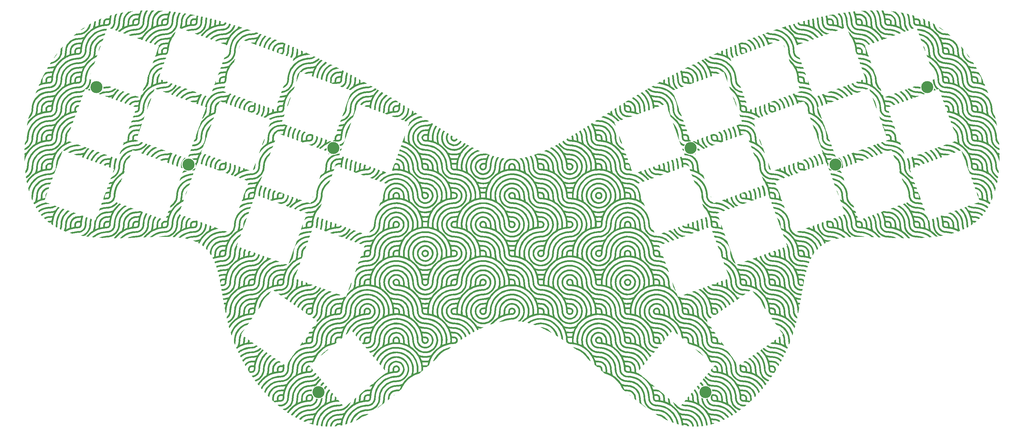
<source format=gts>
%TF.GenerationSoftware,KiCad,Pcbnew,7.0.1-0*%
%TF.CreationDate,2023-05-23T19:45:04-04:00*%
%TF.ProjectId,plate,706c6174-652e-46b6-9963-61645f706362,rev?*%
%TF.SameCoordinates,Original*%
%TF.FileFunction,Soldermask,Top*%
%TF.FilePolarity,Negative*%
%FSLAX46Y46*%
G04 Gerber Fmt 4.6, Leading zero omitted, Abs format (unit mm)*
G04 Created by KiCad (PCBNEW 7.0.1-0) date 2023-05-23 19:45:04*
%MOMM*%
%LPD*%
G01*
G04 APERTURE LIST*
%ADD10C,3.500000*%
G04 APERTURE END LIST*
G36*
X175273933Y-191164022D02*
G01*
X175794667Y-191164022D01*
X176186250Y-191134231D01*
X176374597Y-191114434D01*
X176543295Y-191086994D01*
X176665455Y-191056650D01*
X176696122Y-191044331D01*
X176843246Y-190924174D01*
X176940696Y-190746728D01*
X176979527Y-190528933D01*
X176979842Y-190507102D01*
X176972488Y-190376698D01*
X176939261Y-190282018D01*
X176863784Y-190186115D01*
X176815647Y-190136686D01*
X176712339Y-190041073D01*
X176625402Y-189992096D01*
X176517145Y-189974376D01*
X176412859Y-189972333D01*
X176264609Y-189978682D01*
X176162651Y-190006844D01*
X176068999Y-190070495D01*
X176020160Y-190113704D01*
X175928568Y-190219062D01*
X175864768Y-190349825D01*
X175824443Y-190522002D01*
X175803277Y-190751602D01*
X175797757Y-190938594D01*
X175794667Y-191164022D01*
X175273933Y-191164022D01*
X175278783Y-191142183D01*
X175291457Y-191028577D01*
X175304213Y-190868689D01*
X175311526Y-190751254D01*
X175339979Y-190442018D01*
X175389983Y-190198551D01*
X175466835Y-190003530D01*
X175575833Y-189839631D01*
X175598476Y-189813008D01*
X175805110Y-189637397D01*
X176050849Y-189523740D01*
X176318647Y-189471997D01*
X176591456Y-189482127D01*
X176852228Y-189554088D01*
X177083917Y-189687841D01*
X177218535Y-189816874D01*
X177377057Y-190063137D01*
X177464972Y-190332194D01*
X177483907Y-190609231D01*
X177435490Y-190879435D01*
X177321347Y-191127991D01*
X177143105Y-191340085D01*
X177042498Y-191419630D01*
X176939214Y-191482886D01*
X176825265Y-191532689D01*
X176686699Y-191571963D01*
X176509561Y-191603638D01*
X176279897Y-191630639D01*
X175983751Y-191655893D01*
X175879333Y-191663604D01*
X175213451Y-191736962D01*
X174594774Y-191861111D01*
X173998120Y-192042925D01*
X173398310Y-192289277D01*
X173148833Y-192408935D01*
X172580579Y-192721697D01*
X172061639Y-193073141D01*
X171565795Y-193481799D01*
X171359260Y-193673861D01*
X170927953Y-194115946D01*
X170560311Y-194557633D01*
X170238816Y-195022554D01*
X169945947Y-195534342D01*
X169869757Y-195683130D01*
X169563745Y-196386773D01*
X169334638Y-197123279D01*
X169181933Y-197894569D01*
X169110687Y-198597996D01*
X169091787Y-198875615D01*
X169069353Y-199086556D01*
X169038588Y-199248797D01*
X168994694Y-199380317D01*
X168932875Y-199499095D01*
X168848334Y-199623110D01*
X168830926Y-199646584D01*
X168738803Y-199739362D01*
X168605552Y-199839451D01*
X168513919Y-199895095D01*
X168419440Y-199943173D01*
X168329010Y-199978034D01*
X168224574Y-200003014D01*
X168088079Y-200021450D01*
X167901469Y-200036681D01*
X167672745Y-200050575D01*
X166937067Y-200122080D01*
X166251197Y-200249873D01*
X165748989Y-200390055D01*
X165507224Y-200477660D01*
X165223162Y-200594511D01*
X164921670Y-200729134D01*
X164627614Y-200870056D01*
X164365860Y-201005800D01*
X164174167Y-201116743D01*
X163678081Y-201461976D01*
X163186121Y-201868325D01*
X162719453Y-202315857D01*
X162299242Y-202784640D01*
X162026406Y-203139442D01*
X161701759Y-203648230D01*
X161411259Y-204207836D01*
X161162339Y-204798627D01*
X160962434Y-205400969D01*
X160818977Y-205995229D01*
X160742003Y-206531571D01*
X160712988Y-206855976D01*
X160559744Y-206883711D01*
X160427942Y-206909121D01*
X160316546Y-206933054D01*
X160311250Y-206934312D01*
X160241121Y-206937776D01*
X160217424Y-206886286D01*
X160216000Y-206846755D01*
X160210992Y-206784668D01*
X160182417Y-206751996D01*
X160109943Y-206739727D01*
X159973240Y-206738850D01*
X159972583Y-206738856D01*
X159704960Y-206749178D01*
X159503712Y-206777188D01*
X159351489Y-206827988D01*
X159230939Y-206906680D01*
X159158686Y-206978183D01*
X159059260Y-207078562D01*
X158965354Y-207134540D01*
X158839938Y-207164617D01*
X158766083Y-207174313D01*
X158623049Y-207186922D01*
X158546629Y-207173881D01*
X158528956Y-207121586D01*
X158562165Y-207016431D01*
X158610758Y-206905666D01*
X158770242Y-206650308D01*
X158985585Y-206454187D01*
X159245866Y-206324492D01*
X159540164Y-206268414D01*
X159581000Y-206266893D01*
X159770474Y-206258365D01*
X159973310Y-206242313D01*
X160043760Y-206234730D01*
X160273688Y-206207166D01*
X160348109Y-205826166D01*
X160381240Y-205653563D01*
X160407412Y-205511591D01*
X160422770Y-205421418D01*
X160425164Y-205402833D01*
X160387243Y-205386719D01*
X160281844Y-205380169D01*
X160125481Y-205382087D01*
X159934670Y-205391381D01*
X159725925Y-205406956D01*
X159515761Y-205427720D01*
X159320694Y-205452578D01*
X159157238Y-205480437D01*
X159115333Y-205489567D01*
X158763745Y-205613827D01*
X158444287Y-205809121D01*
X158167051Y-206064736D01*
X157942126Y-206369960D01*
X157779604Y-206714078D01*
X157705673Y-206986257D01*
X157656628Y-207244333D01*
X157412314Y-207244333D01*
X157285387Y-207243120D01*
X157209933Y-207228563D01*
X157176963Y-207184284D01*
X157177486Y-207093903D01*
X157202511Y-206941043D01*
X157213247Y-206881691D01*
X157308997Y-206542481D01*
X157468489Y-206198208D01*
X157677143Y-205875965D01*
X157880797Y-205641076D01*
X158138896Y-205409653D01*
X158401915Y-205230466D01*
X158686090Y-205097037D01*
X159007656Y-205002891D01*
X159382849Y-204941550D01*
X159704710Y-204913460D01*
X160007411Y-204892915D01*
X160235981Y-204873569D01*
X160400901Y-204853588D01*
X160512652Y-204831139D01*
X160581715Y-204804389D01*
X160618572Y-204771504D01*
X160628301Y-204751904D01*
X160654941Y-204684559D01*
X160706245Y-204560386D01*
X160773494Y-204400368D01*
X160814205Y-204304478D01*
X160881465Y-204141652D01*
X160931628Y-204010524D01*
X160958213Y-203928615D01*
X160960046Y-203910268D01*
X160914270Y-203910860D01*
X160806978Y-203926424D01*
X160659346Y-203953764D01*
X160623774Y-203960997D01*
X160462311Y-203987958D01*
X160242071Y-204015923D01*
X159988859Y-204042033D01*
X159728477Y-204063425D01*
X159656263Y-204068277D01*
X159406551Y-204087642D01*
X159164333Y-204112686D01*
X158952675Y-204140603D01*
X158794645Y-204168585D01*
X158757026Y-204177671D01*
X158265709Y-204352983D01*
X157816800Y-204598035D01*
X157415848Y-204906346D01*
X157068400Y-205271434D01*
X156780001Y-205686820D01*
X156556201Y-206146021D01*
X156402545Y-206642556D01*
X156340632Y-207000916D01*
X156311578Y-207244333D01*
X156086120Y-207244333D01*
X155955523Y-207237664D01*
X155863142Y-207220551D01*
X155836887Y-207205862D01*
X155831080Y-207148130D01*
X155837222Y-207030083D01*
X155853934Y-206875015D01*
X155858526Y-206840871D01*
X155975558Y-206297428D01*
X156168551Y-205782256D01*
X156431941Y-205303023D01*
X156760166Y-204867397D01*
X157147660Y-204483044D01*
X157588860Y-204157632D01*
X157951167Y-203957102D01*
X158246750Y-203827016D01*
X158536920Y-203727918D01*
X158843136Y-203654865D01*
X159186856Y-203602911D01*
X159589538Y-203567113D01*
X159664525Y-203562332D01*
X160110874Y-203522120D01*
X160532350Y-203458871D01*
X160909624Y-203376151D01*
X161223366Y-203277523D01*
X161236458Y-203272465D01*
X161312057Y-203218405D01*
X161414291Y-203113341D01*
X161524018Y-202977490D01*
X161550938Y-202940293D01*
X162057790Y-202289305D01*
X162617586Y-201699136D01*
X163238662Y-201161565D01*
X163696340Y-200824568D01*
X163810942Y-200735054D01*
X163887610Y-200640354D01*
X163948256Y-200509237D01*
X163978888Y-200421857D01*
X164050471Y-200183927D01*
X164113090Y-199933449D01*
X164161262Y-199696144D01*
X164189505Y-199497733D01*
X164194598Y-199409863D01*
X164202376Y-199327217D01*
X164233984Y-199256175D01*
X164303218Y-199177663D01*
X164423875Y-199072605D01*
X164459917Y-199043035D01*
X164582927Y-198943962D01*
X164676893Y-198870715D01*
X164726054Y-198835496D01*
X164729710Y-198834171D01*
X164733065Y-198884598D01*
X164727217Y-199000472D01*
X164714093Y-199163308D01*
X164695617Y-199354620D01*
X164673714Y-199555923D01*
X164650312Y-199748732D01*
X164627333Y-199914562D01*
X164606705Y-200034927D01*
X164602748Y-200053146D01*
X164572116Y-200190879D01*
X164552398Y-200289673D01*
X164547863Y-200327373D01*
X164587143Y-200313646D01*
X164688764Y-200272545D01*
X164837395Y-200210397D01*
X165017704Y-200133528D01*
X165020833Y-200132183D01*
X165486500Y-199931956D01*
X165499771Y-199792461D01*
X166026895Y-199792461D01*
X166137697Y-199763577D01*
X166233302Y-199740819D01*
X166381305Y-199707939D01*
X166551142Y-199671713D01*
X166566000Y-199668615D01*
X166883500Y-199602538D01*
X166886195Y-199547068D01*
X167391500Y-199547068D01*
X167801269Y-199532784D01*
X168007686Y-199522221D01*
X168150077Y-199504988D01*
X168249040Y-199477115D01*
X168325172Y-199434636D01*
X168330436Y-199430824D01*
X168456089Y-199310943D01*
X168538605Y-199159517D01*
X168583911Y-198960192D01*
X168597938Y-198696613D01*
X168597940Y-198693000D01*
X168598012Y-198333166D01*
X168227589Y-198347462D01*
X167947179Y-198372382D01*
X167738258Y-198429202D01*
X167590505Y-198528009D01*
X167493601Y-198678892D01*
X167437226Y-198891939D01*
X167412667Y-199144088D01*
X167391500Y-199547068D01*
X166886195Y-199547068D01*
X166906110Y-199137185D01*
X166932301Y-198831326D01*
X166981919Y-198590912D01*
X167061740Y-198398373D01*
X167178538Y-198236141D01*
X167298122Y-198120659D01*
X167509993Y-197981004D01*
X167765464Y-197892030D01*
X168076814Y-197850134D01*
X168235267Y-197845685D01*
X168401229Y-197841719D01*
X168536222Y-197831778D01*
X168616371Y-197817806D01*
X168625006Y-197813935D01*
X168654866Y-197760571D01*
X168692833Y-197645172D01*
X168732270Y-197489071D01*
X168745865Y-197425468D01*
X168781267Y-197256586D01*
X168812462Y-197117001D01*
X168834269Y-197029575D01*
X168838746Y-197015478D01*
X168829052Y-196992679D01*
X168771313Y-196979792D01*
X168654769Y-196976094D01*
X168468662Y-196980866D01*
X168379220Y-196984669D01*
X168157711Y-196997374D01*
X167941127Y-197014322D01*
X167759023Y-197032978D01*
X167668232Y-197045640D01*
X167323483Y-197143529D01*
X166993337Y-197311384D01*
X166695977Y-197536209D01*
X166449583Y-197805010D01*
X166318127Y-198010579D01*
X166212136Y-198246390D01*
X166134790Y-198509247D01*
X166082472Y-198816266D01*
X166051561Y-199184566D01*
X166046459Y-199295647D01*
X166026895Y-199792461D01*
X165499771Y-199792461D01*
X165516237Y-199619394D01*
X165533005Y-199438406D01*
X165553596Y-199209243D01*
X165574777Y-198968107D01*
X165585706Y-198841166D01*
X165607243Y-198606393D01*
X165632449Y-198414898D01*
X165668863Y-198254845D01*
X165724021Y-198114399D01*
X165805461Y-197981725D01*
X165920720Y-197844985D01*
X166077336Y-197692346D01*
X166282846Y-197511970D01*
X166544787Y-197292023D01*
X166603206Y-197243411D01*
X167404173Y-196577191D01*
X167694170Y-196535267D01*
X167895642Y-196512513D01*
X168126132Y-196495748D01*
X168301667Y-196489367D01*
X168489045Y-196483344D01*
X168671265Y-196471440D01*
X168804701Y-196456778D01*
X168990235Y-196428166D01*
X169191628Y-195952278D01*
X169274801Y-195753449D01*
X169326857Y-195620181D01*
X169350717Y-195540512D01*
X169349299Y-195502478D01*
X169325523Y-195494117D01*
X169302427Y-195498201D01*
X169173946Y-195526460D01*
X169018248Y-195556939D01*
X168857374Y-195585844D01*
X168713364Y-195609386D01*
X168608259Y-195623772D01*
X168564100Y-195625211D01*
X168564097Y-195625208D01*
X168588778Y-195594274D01*
X168666233Y-195520829D01*
X168783977Y-195416301D01*
X168910505Y-195308102D01*
X169148255Y-195123010D01*
X169366072Y-194982720D01*
X169516434Y-194909705D01*
X169656040Y-194848229D01*
X169759959Y-194777459D01*
X169855537Y-194674538D01*
X169947168Y-194549692D01*
X170010527Y-194467823D01*
X170098655Y-194370219D01*
X170217312Y-194251643D01*
X170372258Y-194106858D01*
X170569251Y-193930626D01*
X170814051Y-193717710D01*
X171112417Y-193462872D01*
X171470109Y-193160874D01*
X171526470Y-193113506D01*
X171865476Y-192829002D01*
X172147324Y-192593536D01*
X172379536Y-192401510D01*
X172569634Y-192247328D01*
X172725142Y-192125395D01*
X172853581Y-192030112D01*
X172962475Y-191955884D01*
X173059345Y-191897115D01*
X173151714Y-191848207D01*
X173247105Y-191803565D01*
X173343585Y-191761627D01*
X173519584Y-191687990D01*
X173667886Y-191628830D01*
X173770632Y-191591094D01*
X173807914Y-191581000D01*
X173846812Y-191560128D01*
X173879356Y-191492156D01*
X173907020Y-191369050D01*
X173931280Y-191182775D01*
X173953610Y-190925297D01*
X173968345Y-190707054D01*
X174007021Y-190280189D01*
X174069058Y-189920731D01*
X174160560Y-189613197D01*
X174287634Y-189342105D01*
X174456384Y-189091971D01*
X174672917Y-188847313D01*
X174720513Y-188799628D01*
X174979077Y-188585553D01*
X175286848Y-188395309D01*
X175612841Y-188245622D01*
X175913167Y-188155813D01*
X176337821Y-188109405D01*
X176761564Y-188139962D01*
X177173134Y-188242133D01*
X177561274Y-188410561D01*
X177914722Y-188639895D01*
X178222221Y-188924780D01*
X178472509Y-189259862D01*
X178557257Y-189413067D01*
X178728285Y-189843029D01*
X178818110Y-190278369D01*
X178828982Y-190710828D01*
X178763150Y-191132143D01*
X178622862Y-191534055D01*
X178410369Y-191908303D01*
X178127919Y-192246626D01*
X177777761Y-192540763D01*
X177689526Y-192600235D01*
X177481986Y-192720885D01*
X177269408Y-192813285D01*
X177034203Y-192882013D01*
X176758779Y-192931649D01*
X176425544Y-192966774D01*
X176228810Y-192980505D01*
X175503259Y-193056338D01*
X174831680Y-193193703D01*
X174206767Y-193395705D01*
X173621215Y-193665451D01*
X173067718Y-194006046D01*
X172538970Y-194420598D01*
X172277516Y-194660503D01*
X171792104Y-195179675D01*
X171383891Y-195729074D01*
X171051186Y-196312408D01*
X170792300Y-196933385D01*
X170605542Y-197595713D01*
X170489222Y-198303098D01*
X170458503Y-198650666D01*
X170438946Y-198901321D01*
X170414590Y-199143846D01*
X170388076Y-199355628D01*
X170362044Y-199514054D01*
X170352827Y-199555569D01*
X170210545Y-199953469D01*
X169996194Y-200321594D01*
X169720110Y-200649595D01*
X169392631Y-200927126D01*
X169024093Y-201143840D01*
X168624834Y-201289390D01*
X168619167Y-201290850D01*
X168468840Y-201320340D01*
X168264458Y-201348357D01*
X168036599Y-201371138D01*
X167878333Y-201382017D01*
X167155351Y-201452930D01*
X166482800Y-201587120D01*
X165851639Y-201787601D01*
X165252829Y-202057388D01*
X164677328Y-202399496D01*
X164536637Y-202496251D01*
X164292153Y-202686520D01*
X164022721Y-202925606D01*
X163747290Y-203194220D01*
X163484806Y-203473072D01*
X163254217Y-203742873D01*
X163074470Y-203984335D01*
X163073500Y-203985783D01*
X162794566Y-204447599D01*
X162551034Y-204940615D01*
X162352321Y-205442266D01*
X162207842Y-205929985D01*
X162154055Y-206189072D01*
X162103396Y-206484488D01*
X161847615Y-206561481D01*
X161713711Y-206600244D01*
X161617301Y-206625237D01*
X161581309Y-206631018D01*
X161577057Y-206582359D01*
X161591625Y-206468163D01*
X161621463Y-206304555D01*
X161663017Y-206107656D01*
X161712736Y-205893588D01*
X161767068Y-205678473D01*
X161822461Y-205478433D01*
X161866869Y-205334883D01*
X162137981Y-204646300D01*
X162479807Y-204000650D01*
X162887978Y-203402418D01*
X163358125Y-202856090D01*
X163885879Y-202366154D01*
X164466871Y-201937094D01*
X165096731Y-201573399D01*
X165771091Y-201279553D01*
X165841021Y-201254106D01*
X166243706Y-201125304D01*
X166656874Y-201025422D01*
X167100472Y-200950860D01*
X167594450Y-200898020D01*
X167948622Y-200873806D01*
X168262551Y-200847002D01*
X168516791Y-200801494D01*
X168735482Y-200730459D01*
X168942763Y-200627074D01*
X169045635Y-200563733D01*
X169330130Y-200345025D01*
X169557965Y-200086961D01*
X169679000Y-199900759D01*
X169764498Y-199738294D01*
X169829508Y-199570440D01*
X169877906Y-199379782D01*
X169913570Y-199148905D01*
X169940376Y-198860396D01*
X169952738Y-198671001D01*
X170035947Y-197903136D01*
X170193348Y-197175942D01*
X170425265Y-196488709D01*
X170732026Y-195840728D01*
X171113954Y-195231290D01*
X171571377Y-194659686D01*
X171991999Y-194229062D01*
X172536819Y-193772850D01*
X173132570Y-193378490D01*
X173769489Y-193049890D01*
X174437815Y-192790958D01*
X175127787Y-192605599D01*
X175829644Y-192497720D01*
X176387333Y-192469844D01*
X176781635Y-192431015D01*
X177140169Y-192322859D01*
X177459104Y-192154070D01*
X177734608Y-191933339D01*
X177962852Y-191669360D01*
X178140004Y-191370825D01*
X178262232Y-191046426D01*
X178325707Y-190704856D01*
X178326597Y-190354807D01*
X178261071Y-190004973D01*
X178125298Y-189664044D01*
X177915447Y-189340715D01*
X177817005Y-189225921D01*
X177528993Y-188970458D01*
X177209701Y-188786212D01*
X176869116Y-188670771D01*
X176517223Y-188621722D01*
X176164009Y-188636653D01*
X175819462Y-188713149D01*
X175493567Y-188848798D01*
X175196311Y-189041187D01*
X174937681Y-189287903D01*
X174727662Y-189586533D01*
X174576243Y-189934665D01*
X174552598Y-190014666D01*
X174529055Y-190131423D01*
X174506734Y-190295628D01*
X174486673Y-190490533D01*
X174469905Y-190699388D01*
X174457466Y-190905442D01*
X174450393Y-191091947D01*
X174449719Y-191242152D01*
X174456480Y-191339307D01*
X174468969Y-191367664D01*
X174537718Y-191357599D01*
X174659192Y-191334111D01*
X174810836Y-191302204D01*
X174970090Y-191266884D01*
X175114397Y-191233155D01*
X175221200Y-191206024D01*
X175267941Y-191190494D01*
X175268085Y-191190358D01*
X175273933Y-191164022D01*
G37*
G36*
X234161754Y-182089942D02*
G01*
X234650234Y-182089942D01*
X234652191Y-182177252D01*
X234703117Y-182388314D01*
X234810289Y-182546402D01*
X234978255Y-182654553D01*
X235211559Y-182715802D01*
X235484667Y-182733339D01*
X235844500Y-182733476D01*
X235823333Y-182339664D01*
X235802121Y-182097209D01*
X235763383Y-181920465D01*
X235699083Y-181791008D01*
X235601185Y-181690418D01*
X235514116Y-181630803D01*
X235326099Y-181559997D01*
X235134535Y-181561539D01*
X234955296Y-181625366D01*
X234804251Y-181741417D01*
X234697274Y-181899629D01*
X234650234Y-182089942D01*
X234161754Y-182089942D01*
X234191467Y-181836457D01*
X234301240Y-181572983D01*
X234486203Y-181347545D01*
X234523456Y-181314326D01*
X234705988Y-181193147D01*
X234925180Y-181098852D01*
X235143012Y-181046187D01*
X235230667Y-181040000D01*
X235435441Y-181069057D01*
X235658726Y-181146398D01*
X235862503Y-181257275D01*
X235937877Y-181314326D01*
X236087863Y-181465251D01*
X236195624Y-181632967D01*
X236267937Y-181835044D01*
X236311580Y-182089052D01*
X236329889Y-182330582D01*
X236352500Y-182795664D01*
X236782032Y-182884434D01*
X237211564Y-182973205D01*
X237192377Y-182546352D01*
X237169493Y-182182858D01*
X237134807Y-181886348D01*
X237084961Y-181639564D01*
X237016595Y-181425246D01*
X236941116Y-181255112D01*
X236738421Y-180939801D01*
X236476022Y-180671875D01*
X236167064Y-180458127D01*
X235824690Y-180305351D01*
X235462044Y-180220343D01*
X235092269Y-180209897D01*
X234952206Y-180226959D01*
X234560947Y-180332518D01*
X234208393Y-180508844D01*
X233902283Y-180748250D01*
X233650351Y-181043048D01*
X233460335Y-181385551D01*
X233339972Y-181768072D01*
X233325908Y-181842899D01*
X233303972Y-182218629D01*
X233359439Y-182592459D01*
X233486014Y-182950155D01*
X233677405Y-183277485D01*
X233927318Y-183560216D01*
X234167508Y-183746237D01*
X234403535Y-183878350D01*
X234647427Y-183971155D01*
X234922616Y-184031196D01*
X235252537Y-184065015D01*
X235323647Y-184069031D01*
X235925814Y-184116330D01*
X236469142Y-184196463D01*
X236974504Y-184313729D01*
X237462775Y-184472429D01*
X237664833Y-184551271D01*
X238328389Y-184867169D01*
X238945893Y-185252048D01*
X239512930Y-185701169D01*
X240025089Y-186209795D01*
X240477954Y-186773185D01*
X240867112Y-187386602D01*
X241188150Y-188045307D01*
X241369234Y-188528549D01*
X241477376Y-188887741D01*
X241561651Y-189246528D01*
X241625994Y-189627280D01*
X241674337Y-190052368D01*
X241703517Y-190429871D01*
X241720649Y-190674638D01*
X241737974Y-190855535D01*
X241759749Y-190993263D01*
X241790232Y-191108520D01*
X241833681Y-191222007D01*
X241893155Y-191351905D01*
X242102874Y-191699406D01*
X242370544Y-191989168D01*
X242687552Y-192215726D01*
X243045287Y-192373614D01*
X243435135Y-192457368D01*
X243655000Y-192469844D01*
X244363536Y-192513726D01*
X245066281Y-192638564D01*
X245754151Y-192840714D01*
X246418059Y-193116529D01*
X247048922Y-193462365D01*
X247637653Y-193874575D01*
X248058661Y-194236901D01*
X248574766Y-194777439D01*
X249015727Y-195356751D01*
X249381682Y-195975134D01*
X249672765Y-196632885D01*
X249889113Y-197330301D01*
X250030862Y-198067679D01*
X250089740Y-198671001D01*
X250113690Y-199001544D01*
X250144971Y-199265215D01*
X250188040Y-199479761D01*
X250247352Y-199662929D01*
X250327363Y-199832463D01*
X250420267Y-199987302D01*
X250647194Y-200283274D01*
X250906728Y-200514322D01*
X251207935Y-200685153D01*
X251559880Y-200800472D01*
X251971628Y-200864987D01*
X252132996Y-200876512D01*
X252920469Y-200953113D01*
X253659228Y-201098198D01*
X254351907Y-201312934D01*
X255001139Y-201598487D01*
X255609559Y-201956023D01*
X256179801Y-202386708D01*
X256714499Y-202891708D01*
X256736011Y-202914342D01*
X257184715Y-203438035D01*
X257564682Y-203990948D01*
X257879868Y-204581312D01*
X258134232Y-205217361D01*
X258331731Y-205907328D01*
X258446049Y-206471750D01*
X258450943Y-206560112D01*
X258419447Y-206603779D01*
X258339505Y-206605559D01*
X258199062Y-206568255D01*
X258129958Y-206545317D01*
X257942500Y-206481301D01*
X257867961Y-206097753D01*
X257723666Y-205541838D01*
X257506657Y-204972340D01*
X257223655Y-204404976D01*
X256956782Y-203966997D01*
X256821858Y-203785901D01*
X256636118Y-203568245D01*
X256415304Y-203329793D01*
X256175163Y-203086309D01*
X255931440Y-202853558D01*
X255699880Y-202647304D01*
X255496227Y-202483311D01*
X255421841Y-202430176D01*
X254842522Y-202081192D01*
X254238244Y-201804676D01*
X253600892Y-201598020D01*
X252922354Y-201458612D01*
X252194516Y-201383844D01*
X252164000Y-201382146D01*
X251937975Y-201365269D01*
X251713856Y-201340512D01*
X251522222Y-201311643D01*
X251423167Y-201290850D01*
X251025604Y-201146918D01*
X250657627Y-200931615D01*
X250329790Y-200655505D01*
X250052647Y-200329154D01*
X249836754Y-199963126D01*
X249692666Y-199567986D01*
X249689506Y-199555569D01*
X249664351Y-199423354D01*
X249637709Y-199229188D01*
X249612222Y-198995684D01*
X249590530Y-198745455D01*
X249583830Y-198650666D01*
X249499429Y-197919341D01*
X249344762Y-197234143D01*
X249118391Y-196591892D01*
X248818877Y-195989405D01*
X248444781Y-195423501D01*
X247994664Y-194890999D01*
X247789365Y-194683100D01*
X247485523Y-194399828D01*
X247206087Y-194167204D01*
X246926285Y-193966957D01*
X246621342Y-193780816D01*
X246406667Y-193663359D01*
X245885937Y-193418779D01*
X245350792Y-193231144D01*
X244784413Y-193096025D01*
X244169981Y-193008992D01*
X243813523Y-192980505D01*
X243444242Y-192950991D01*
X243141695Y-192909287D01*
X242888289Y-192850814D01*
X242666433Y-192770993D01*
X242458536Y-192665244D01*
X242352807Y-192600235D01*
X242012528Y-192342282D01*
X241730668Y-192040430D01*
X241577431Y-191824859D01*
X241453799Y-191611651D01*
X241359609Y-191393024D01*
X241290088Y-191150905D01*
X241240461Y-190867219D01*
X241205955Y-190523893D01*
X241196305Y-190382070D01*
X241121070Y-189656472D01*
X240986195Y-188986352D01*
X240788431Y-188364032D01*
X240524527Y-187781833D01*
X240191232Y-187232077D01*
X239785296Y-186707084D01*
X239515088Y-186410702D01*
X238999496Y-185928741D01*
X238452569Y-185522363D01*
X237870493Y-185189883D01*
X237249454Y-184929617D01*
X236585638Y-184739880D01*
X235875230Y-184618990D01*
X235357667Y-184574930D01*
X235131641Y-184558159D01*
X234907522Y-184533547D01*
X234715887Y-184504842D01*
X234616833Y-184484164D01*
X234216887Y-184339832D01*
X233847568Y-184123400D01*
X233518916Y-183844897D01*
X233240973Y-183514349D01*
X233023778Y-183141782D01*
X232880868Y-182750596D01*
X232849666Y-182588073D01*
X232825884Y-182379720D01*
X232813653Y-182164311D01*
X232812876Y-182112447D01*
X232851667Y-181675569D01*
X232968099Y-181259349D01*
X233156118Y-180873524D01*
X233409672Y-180527829D01*
X233722708Y-180231999D01*
X234089174Y-179995771D01*
X234146847Y-179966820D01*
X234493991Y-179823523D01*
X234829523Y-179741833D01*
X235189416Y-179713328D01*
X235230667Y-179713078D01*
X235675960Y-179753206D01*
X236096436Y-179869586D01*
X236483815Y-180056214D01*
X236829817Y-180307085D01*
X237126165Y-180616193D01*
X237364578Y-180977534D01*
X237536779Y-181385101D01*
X237537068Y-181386010D01*
X237583977Y-181555863D01*
X237620591Y-181744581D01*
X237649690Y-181971357D01*
X237674049Y-182255381D01*
X237683723Y-182399330D01*
X237700240Y-182632616D01*
X237717999Y-182835740D01*
X237735435Y-182993871D01*
X237750980Y-183092175D01*
X237759520Y-183117151D01*
X237809375Y-183144293D01*
X237920724Y-183196117D01*
X238076786Y-183265035D01*
X238250284Y-183339053D01*
X238457107Y-183422929D01*
X238594209Y-183471005D01*
X238667735Y-183485066D01*
X238683832Y-183466898D01*
X238683109Y-183464831D01*
X238653390Y-183354532D01*
X238620679Y-183179106D01*
X238587587Y-182957906D01*
X238556720Y-182710285D01*
X238530688Y-182455598D01*
X238512100Y-182213198D01*
X238510333Y-182183000D01*
X238475322Y-181768738D01*
X238417855Y-181415461D01*
X238333245Y-181101373D01*
X238216805Y-180804677D01*
X238211373Y-180792761D01*
X237957671Y-180337028D01*
X237639833Y-179930034D01*
X237265829Y-179578522D01*
X236843629Y-179289233D01*
X236381201Y-179068909D01*
X236046585Y-178961593D01*
X235721221Y-178901662D01*
X235352603Y-178874457D01*
X234974078Y-178880011D01*
X234618992Y-178918360D01*
X234420257Y-178959915D01*
X233937631Y-179128327D01*
X233490500Y-179367934D01*
X233086354Y-179671035D01*
X232732686Y-180029925D01*
X232436986Y-180436903D01*
X232206746Y-180884265D01*
X232049456Y-181364309D01*
X232039282Y-181408190D01*
X231989300Y-181735039D01*
X231971403Y-182101795D01*
X231985218Y-182473284D01*
X232030372Y-182814334D01*
X232055419Y-182927644D01*
X232219606Y-183412354D01*
X232456223Y-183865072D01*
X232757567Y-184275956D01*
X233115934Y-184635165D01*
X233523621Y-184932859D01*
X233706039Y-185036310D01*
X233975587Y-185163664D01*
X234242878Y-185258962D01*
X234530356Y-185327771D01*
X234860464Y-185375655D01*
X235188333Y-185403860D01*
X235537727Y-185429727D01*
X235823198Y-185457329D01*
X236065475Y-185489850D01*
X236285291Y-185530472D01*
X236503376Y-185582379D01*
X236693227Y-185634950D01*
X237281195Y-185848628D01*
X237840261Y-186137504D01*
X238362004Y-186494623D01*
X238838003Y-186913032D01*
X239259836Y-187385776D01*
X239619081Y-187905900D01*
X239769308Y-188175166D01*
X239960551Y-188580122D01*
X240108292Y-188977358D01*
X240217963Y-189388130D01*
X240294994Y-189833699D01*
X240344819Y-190335321D01*
X240352900Y-190459166D01*
X240387912Y-190882001D01*
X240441284Y-191240073D01*
X240518443Y-191552292D01*
X240624815Y-191837570D01*
X240765827Y-192114817D01*
X240882972Y-192306402D01*
X241174339Y-192699107D01*
X241502252Y-193026073D01*
X241881854Y-193300458D01*
X242261757Y-193504674D01*
X242494747Y-193606462D01*
X242716818Y-193683315D01*
X242949130Y-193739855D01*
X243212843Y-193780706D01*
X243529118Y-193810491D01*
X243718500Y-193822971D01*
X244203132Y-193862440D01*
X244626475Y-193922740D01*
X245010535Y-194009524D01*
X245377318Y-194128449D01*
X245748831Y-194285169D01*
X246003714Y-194410209D01*
X246535102Y-194729274D01*
X247028693Y-195118174D01*
X247475200Y-195567019D01*
X247865338Y-196065923D01*
X248189822Y-196604997D01*
X248320400Y-196877095D01*
X248455771Y-197216155D01*
X248562605Y-197561532D01*
X248645172Y-197932502D01*
X248707744Y-198348343D01*
X248754592Y-198828334D01*
X248755587Y-198841166D01*
X248801506Y-199302466D01*
X248865654Y-199695685D01*
X248953368Y-200036424D01*
X249069989Y-200340281D01*
X249220856Y-200622856D01*
X249411309Y-200899750D01*
X249498074Y-201010315D01*
X249798022Y-201327589D01*
X250148765Y-201608366D01*
X250534561Y-201844562D01*
X250939673Y-202028095D01*
X251348360Y-202150880D01*
X251744884Y-202204835D01*
X251827620Y-202206666D01*
X252161218Y-202219556D01*
X252533528Y-202255096D01*
X252907736Y-202308597D01*
X253247029Y-202375367D01*
X253348933Y-202400532D01*
X253961026Y-202604712D01*
X254537234Y-202882511D01*
X255071693Y-203228381D01*
X255558537Y-203636777D01*
X255991903Y-204102150D01*
X256365924Y-204618955D01*
X256674738Y-205181643D01*
X256906094Y-205764994D01*
X256959329Y-205932912D01*
X256998923Y-206067562D01*
X257019764Y-206150976D01*
X257021057Y-206169054D01*
X256977993Y-206162285D01*
X256877445Y-206132175D01*
X256741155Y-206085236D01*
X256740778Y-206085100D01*
X256473370Y-205988274D01*
X256314489Y-205603121D01*
X256042304Y-205049923D01*
X255703884Y-204542510D01*
X255305793Y-204086441D01*
X254854595Y-203687275D01*
X254356853Y-203350570D01*
X253819130Y-203081886D01*
X253247989Y-202886780D01*
X253050777Y-202838939D01*
X252866563Y-202805854D01*
X252625966Y-202772848D01*
X252357203Y-202743297D01*
X252088493Y-202720577D01*
X252027486Y-202716536D01*
X251670696Y-202689015D01*
X251376222Y-202652719D01*
X251121828Y-202603316D01*
X250885282Y-202536473D01*
X250644347Y-202447857D01*
X250640245Y-202446202D01*
X250127558Y-202195696D01*
X249670116Y-201881165D01*
X249269348Y-201503949D01*
X248926683Y-201065387D01*
X248651169Y-200582645D01*
X248536301Y-200334265D01*
X248449035Y-200113730D01*
X248384316Y-199899846D01*
X248337087Y-199671415D01*
X248302295Y-199407243D01*
X248274883Y-199086132D01*
X248267142Y-198972452D01*
X248230548Y-198524485D01*
X248181176Y-198141545D01*
X248114244Y-197804370D01*
X248024969Y-197493699D01*
X247908570Y-197190269D01*
X247760263Y-196874821D01*
X247733179Y-196821801D01*
X247415657Y-196295718D01*
X247034419Y-195820015D01*
X246596497Y-195400329D01*
X246108919Y-195042296D01*
X245578718Y-194751554D01*
X245012923Y-194533739D01*
X244806713Y-194475500D01*
X244461458Y-194404698D01*
X244051217Y-194353532D01*
X243750349Y-194330448D01*
X243441706Y-194309458D01*
X243195832Y-194286747D01*
X242990854Y-194258594D01*
X242804899Y-194221282D01*
X242616094Y-194171091D01*
X242402564Y-194104304D01*
X242383629Y-194098090D01*
X241911702Y-193899498D01*
X241468691Y-193628191D01*
X241063212Y-193293652D01*
X240703884Y-192905363D01*
X240399324Y-192472807D01*
X240158150Y-192005467D01*
X239988980Y-191512824D01*
X239972025Y-191444457D01*
X239936024Y-191257745D01*
X239900854Y-191014203D01*
X239870005Y-190741624D01*
X239846968Y-190467804D01*
X239844409Y-190428457D01*
X239807430Y-189990738D01*
X239752465Y-189613613D01*
X239674656Y-189274032D01*
X239569144Y-188948945D01*
X239491237Y-188752966D01*
X239210269Y-188192967D01*
X238862790Y-187684047D01*
X238452149Y-187229451D01*
X237981694Y-186832424D01*
X237454774Y-186496209D01*
X236886042Y-186228531D01*
X236610225Y-186128914D01*
X236332939Y-186051486D01*
X236034244Y-185992423D01*
X235694201Y-185947905D01*
X235292871Y-185914109D01*
X235221263Y-185909417D01*
X234960023Y-185892416D01*
X234763637Y-185877389D01*
X234612447Y-185861211D01*
X234486794Y-185840753D01*
X234367020Y-185812891D01*
X234233466Y-185774496D01*
X234087667Y-185729116D01*
X233623833Y-185545016D01*
X233178534Y-185295132D01*
X232767908Y-184991358D01*
X232408092Y-184645586D01*
X232122860Y-184281271D01*
X231980477Y-184043971D01*
X231837502Y-183766350D01*
X231708282Y-183479248D01*
X231607160Y-183213505D01*
X231570217Y-183093166D01*
X231519811Y-182840544D01*
X231486756Y-182533592D01*
X231471840Y-182201011D01*
X231475855Y-181871504D01*
X231499589Y-181573771D01*
X231524159Y-181419665D01*
X231676917Y-180867221D01*
X231903097Y-180356898D01*
X232202974Y-179888185D01*
X232563667Y-179473666D01*
X232982784Y-179109622D01*
X233431796Y-178819978D01*
X233903759Y-178602903D01*
X234391727Y-178456566D01*
X234888755Y-178379134D01*
X235387899Y-178368778D01*
X235882213Y-178423664D01*
X236364753Y-178541963D01*
X236828574Y-178721843D01*
X237266730Y-178961471D01*
X237672278Y-179259018D01*
X238038271Y-179612651D01*
X238357766Y-180020540D01*
X238623816Y-180480852D01*
X238829478Y-180991757D01*
X238873595Y-181137583D01*
X238918353Y-181342036D01*
X238958000Y-181613995D01*
X238990248Y-181936348D01*
X239002065Y-182098333D01*
X239036675Y-182527542D01*
X239081769Y-182889906D01*
X239140345Y-183202912D01*
X239215405Y-183484050D01*
X239265240Y-183632649D01*
X239309229Y-183746926D01*
X239355474Y-183834844D01*
X239418785Y-183912786D01*
X239513975Y-183997131D01*
X239655854Y-184104261D01*
X239758988Y-184178708D01*
X240377140Y-184672202D01*
X240953468Y-185233175D01*
X241476612Y-185850107D01*
X241679922Y-186126230D01*
X241808541Y-186293887D01*
X241920892Y-186402645D01*
X242036102Y-186470516D01*
X242053040Y-186477577D01*
X242407031Y-186590605D01*
X242836811Y-186677466D01*
X243337356Y-186737242D01*
X243570333Y-186754225D01*
X243984813Y-186787724D01*
X244337025Y-186836842D01*
X244648705Y-186906607D01*
X244941585Y-187002046D01*
X245237400Y-187128184D01*
X245284833Y-187150769D01*
X245755205Y-187423492D01*
X246179581Y-187762198D01*
X246551777Y-188158144D01*
X246865605Y-188602589D01*
X247114879Y-189086791D01*
X247293413Y-189602007D01*
X247394102Y-190131377D01*
X247400176Y-190222505D01*
X247387825Y-190298573D01*
X247347396Y-190380581D01*
X247269235Y-190489528D01*
X247175261Y-190607466D01*
X246935833Y-190903345D01*
X246908391Y-190448422D01*
X246889425Y-190224082D01*
X246861150Y-189997154D01*
X246828203Y-189801882D01*
X246809874Y-189720782D01*
X246640375Y-189233989D01*
X246398761Y-188784078D01*
X246092233Y-188378306D01*
X245727990Y-188023931D01*
X245313234Y-187728210D01*
X244855163Y-187498400D01*
X244478973Y-187371337D01*
X244344585Y-187343976D01*
X244148678Y-187315721D01*
X243914319Y-187289379D01*
X243664575Y-187267755D01*
X243579737Y-187261944D01*
X243322052Y-187242428D01*
X243064152Y-187217377D01*
X242831842Y-187189650D01*
X242650923Y-187162109D01*
X242612225Y-187154664D01*
X242458594Y-187125174D01*
X242340671Y-187106762D01*
X242279634Y-187102623D01*
X242275954Y-187103934D01*
X242284813Y-187146858D01*
X242321238Y-187249781D01*
X242378747Y-187395180D01*
X242421794Y-187498145D01*
X242494172Y-187669118D01*
X242555470Y-187815973D01*
X242596942Y-187917657D01*
X242608131Y-187946697D01*
X242632503Y-187982463D01*
X242684104Y-188011482D01*
X242773266Y-188035513D01*
X242910317Y-188056314D01*
X243105589Y-188075645D01*
X243369411Y-188095265D01*
X243549167Y-188106922D01*
X243982057Y-188150370D01*
X244350003Y-188225805D01*
X244668699Y-188339407D01*
X244953838Y-188497355D01*
X245221115Y-188705829D01*
X245330017Y-188808166D01*
X245554553Y-189052031D01*
X245730633Y-189300379D01*
X245864227Y-189568449D01*
X245961306Y-189871481D01*
X246027840Y-190224713D01*
X246069800Y-190643385D01*
X246073988Y-190707054D01*
X246090521Y-190943346D01*
X246108700Y-191155175D01*
X246126821Y-191325662D01*
X246143179Y-191437924D01*
X246150930Y-191469054D01*
X246221620Y-191546922D01*
X246373652Y-191629263D01*
X246455099Y-191662461D01*
X246607125Y-191721871D01*
X246743274Y-191779835D01*
X246871762Y-191842126D01*
X247000802Y-191914520D01*
X247138612Y-192002791D01*
X247293405Y-192112715D01*
X247473396Y-192250064D01*
X247686801Y-192420615D01*
X247941834Y-192630142D01*
X248246711Y-192884420D01*
X248520875Y-193114572D01*
X248886543Y-193423227D01*
X249192084Y-193684082D01*
X249443320Y-193902438D01*
X249646070Y-194083595D01*
X249806152Y-194232852D01*
X249929389Y-194355511D01*
X250021598Y-194456870D01*
X250088601Y-194542230D01*
X250088701Y-194542370D01*
X250201046Y-194690971D01*
X250297097Y-194788298D01*
X250403045Y-194856312D01*
X250527393Y-194910179D01*
X250711413Y-195003055D01*
X250930143Y-195149171D01*
X251131828Y-195308102D01*
X251274623Y-195430478D01*
X251388076Y-195531792D01*
X251459701Y-195600615D01*
X251478236Y-195625208D01*
X251434105Y-195623776D01*
X251329019Y-195609394D01*
X251185017Y-195585854D01*
X251024139Y-195556948D01*
X250868423Y-195526466D01*
X250739910Y-195498201D01*
X250739853Y-195498187D01*
X250703497Y-195494326D01*
X250688163Y-195513030D01*
X250696695Y-195566561D01*
X250731933Y-195667182D01*
X250796721Y-195827156D01*
X250840188Y-195931098D01*
X250918014Y-196113294D01*
X250985972Y-196266649D01*
X251036416Y-196374280D01*
X251060894Y-196418526D01*
X251111291Y-196432107D01*
X251231226Y-196448431D01*
X251405681Y-196465917D01*
X251619636Y-196482984D01*
X251764893Y-196492623D01*
X252004130Y-196508829D01*
X252221251Y-196526344D01*
X252398678Y-196543538D01*
X252518830Y-196558783D01*
X252554195Y-196565763D01*
X252618250Y-196601202D01*
X252736163Y-196683611D01*
X252897423Y-196804960D01*
X253091521Y-196957216D01*
X253307946Y-197132349D01*
X253454440Y-197253666D01*
X253725817Y-197481831D01*
X253939394Y-197668266D01*
X254102771Y-197825011D01*
X254223550Y-197964105D01*
X254309332Y-198097589D01*
X254367716Y-198237502D01*
X254406303Y-198395883D01*
X254432695Y-198584773D01*
X254454492Y-198816211D01*
X254456627Y-198841166D01*
X254476727Y-199073218D01*
X254498048Y-199313634D01*
X254517358Y-199526197D01*
X254526096Y-199619642D01*
X254555833Y-199932452D01*
X255035428Y-200135139D01*
X255249167Y-200222470D01*
X255392601Y-200273642D01*
X255471188Y-200290288D01*
X255490387Y-200274044D01*
X255489420Y-200271106D01*
X255463182Y-200172761D01*
X255432531Y-200012118D01*
X255400651Y-199811206D01*
X255370731Y-199592051D01*
X255345955Y-199376680D01*
X255329510Y-199187122D01*
X255327281Y-199150232D01*
X255318776Y-198993842D01*
X255321307Y-198900496D01*
X255346347Y-198867961D01*
X255405365Y-198894000D01*
X255509833Y-198976381D01*
X255642650Y-199088793D01*
X255746070Y-199180698D01*
X255806430Y-199257257D01*
X255838543Y-199348800D01*
X255857222Y-199485653D01*
X255862266Y-199538406D01*
X255885604Y-199701429D01*
X255926433Y-199904842D01*
X255978526Y-200124235D01*
X256035657Y-200335198D01*
X256091601Y-200513321D01*
X256140133Y-200634194D01*
X256143288Y-200640249D01*
X256192561Y-200693627D01*
X256295873Y-200781769D01*
X256437325Y-200891717D01*
X256576012Y-200992883D01*
X257131385Y-201430845D01*
X257663961Y-201938233D01*
X258159124Y-202500203D01*
X258485879Y-202932564D01*
X258614896Y-203100391D01*
X258727617Y-203209267D01*
X258843137Y-203277152D01*
X258859373Y-203283910D01*
X259203739Y-203394152D01*
X259623019Y-203480230D01*
X260110634Y-203540941D01*
X260377808Y-203561396D01*
X260677697Y-203585117D01*
X260962790Y-203616983D01*
X261208776Y-203653902D01*
X261372641Y-203687877D01*
X261855247Y-203850139D01*
X262324292Y-204084119D01*
X262761933Y-204378329D01*
X263150326Y-204721279D01*
X263380809Y-204980995D01*
X263644166Y-205360406D01*
X263865718Y-205776566D01*
X264037087Y-206208963D01*
X264149895Y-206637083D01*
X264192742Y-206969166D01*
X264207833Y-207223166D01*
X263969539Y-207235709D01*
X263731245Y-207248252D01*
X263701945Y-207002876D01*
X263599493Y-206483848D01*
X263423197Y-205997923D01*
X263178564Y-205551539D01*
X262871099Y-205151132D01*
X262506309Y-204803139D01*
X262089699Y-204513996D01*
X261626774Y-204290140D01*
X261285307Y-204177671D01*
X261150918Y-204150310D01*
X260955011Y-204122055D01*
X260720653Y-204095713D01*
X260470909Y-204074089D01*
X260386070Y-204068277D01*
X260128385Y-204048762D01*
X259870486Y-204023710D01*
X259638175Y-203995983D01*
X259457256Y-203968443D01*
X259418559Y-203960997D01*
X259264927Y-203931508D01*
X259147004Y-203913096D01*
X259085968Y-203908956D01*
X259082287Y-203910268D01*
X259091146Y-203953192D01*
X259127571Y-204056114D01*
X259185080Y-204201514D01*
X259228128Y-204304478D01*
X259300439Y-204475284D01*
X259361609Y-204621808D01*
X259402921Y-204723069D01*
X259414032Y-204751904D01*
X259438565Y-204788599D01*
X259489991Y-204818231D01*
X259578792Y-204842631D01*
X259715447Y-204863634D01*
X259910439Y-204883072D01*
X260174248Y-204902780D01*
X260337623Y-204913460D01*
X260762976Y-204954687D01*
X261122683Y-205023925D01*
X261432978Y-205127650D01*
X261710098Y-205272338D01*
X261970279Y-205464467D01*
X262161536Y-205641076D01*
X262400344Y-205923629D01*
X262602297Y-206251086D01*
X262752816Y-206596353D01*
X262829086Y-206881691D01*
X262859616Y-207056086D01*
X262868293Y-207163176D01*
X262846127Y-207219338D01*
X262784127Y-207240952D01*
X262673302Y-207244395D01*
X262630019Y-207244333D01*
X262385705Y-207244333D01*
X262336660Y-206986257D01*
X262228332Y-206627187D01*
X262050871Y-206295804D01*
X261815066Y-206003220D01*
X261531705Y-205760545D01*
X261211573Y-205578890D01*
X260865461Y-205469367D01*
X260863500Y-205468983D01*
X260712967Y-205445197D01*
X260527041Y-205424010D01*
X260322668Y-205406320D01*
X260116796Y-205393028D01*
X259926370Y-205385033D01*
X259768337Y-205383234D01*
X259659645Y-205388531D01*
X259617239Y-205401823D01*
X259617169Y-205402833D01*
X259626028Y-205460922D01*
X259647534Y-205580885D01*
X259677834Y-205741551D01*
X259694224Y-205826166D01*
X259768645Y-206207166D01*
X259998573Y-206234730D01*
X260186883Y-206252459D01*
X260390209Y-206264637D01*
X260461333Y-206266893D01*
X260759308Y-206312710D01*
X261024708Y-206433093D01*
X261246613Y-206620853D01*
X261414101Y-206868798D01*
X261431575Y-206905666D01*
X261493465Y-207050557D01*
X261509870Y-207133878D01*
X261472107Y-207170307D01*
X261371491Y-207174526D01*
X261276596Y-207167641D01*
X261128989Y-207149363D01*
X261029742Y-207113394D01*
X260942546Y-207042289D01*
X260883994Y-206978982D01*
X260775208Y-206878337D01*
X260646787Y-206809088D01*
X260481345Y-206766108D01*
X260261500Y-206744270D01*
X260069750Y-206738856D01*
X259932769Y-206739708D01*
X259860093Y-206751917D01*
X259831391Y-206784497D01*
X259826333Y-206846457D01*
X259826333Y-206846755D01*
X259814799Y-206925286D01*
X259765477Y-206940918D01*
X259731083Y-206934312D01*
X259623178Y-206910910D01*
X259490896Y-206885223D01*
X259482589Y-206883711D01*
X259329345Y-206855976D01*
X259300330Y-206531571D01*
X259217039Y-205962988D01*
X259070274Y-205367771D01*
X258867471Y-204765554D01*
X258616063Y-204175971D01*
X258323486Y-203618657D01*
X258015927Y-203139442D01*
X257655118Y-202679197D01*
X257238494Y-202228336D01*
X256784221Y-201803429D01*
X256310464Y-201421049D01*
X255835390Y-201097767D01*
X255673131Y-201002192D01*
X255017516Y-200670186D01*
X254355210Y-200412331D01*
X253671713Y-200224451D01*
X252952530Y-200102371D01*
X252369588Y-200050825D01*
X252121598Y-200035504D01*
X251940156Y-200020034D01*
X251807206Y-200001073D01*
X251704691Y-199975276D01*
X251614552Y-199939302D01*
X251528414Y-199895095D01*
X251387626Y-199805287D01*
X251264718Y-199704566D01*
X251211407Y-199646584D01*
X251122417Y-199519818D01*
X251056985Y-199401421D01*
X251010313Y-199273414D01*
X250977605Y-199117818D01*
X250954065Y-198916655D01*
X250934895Y-198651946D01*
X250931646Y-198597996D01*
X250902995Y-198333166D01*
X251437061Y-198333166D01*
X251451280Y-198742935D01*
X251461806Y-198949321D01*
X251479005Y-199091683D01*
X251506845Y-199190622D01*
X251549293Y-199266739D01*
X251553176Y-199272102D01*
X251673063Y-199397753D01*
X251824519Y-199480278D01*
X252023893Y-199525607D01*
X252287538Y-199539669D01*
X252291000Y-199539672D01*
X252650833Y-199539810D01*
X252629667Y-199140459D01*
X252600803Y-198864813D01*
X252540659Y-198659801D01*
X252438929Y-198515439D01*
X252285308Y-198421744D01*
X252069491Y-198368733D01*
X251811114Y-198347462D01*
X251437061Y-198333166D01*
X250902995Y-198333166D01*
X250844301Y-197790647D01*
X250680064Y-197017374D01*
X250676280Y-197005766D01*
X251202267Y-197005766D01*
X251203587Y-197015478D01*
X251220859Y-197079105D01*
X251249340Y-197202937D01*
X251283851Y-197364114D01*
X251296468Y-197425468D01*
X251334771Y-197591194D01*
X251374053Y-197724091D01*
X251407676Y-197802822D01*
X251417327Y-197813935D01*
X251480142Y-197828606D01*
X251603734Y-197839731D01*
X251764228Y-197845363D01*
X251807066Y-197845685D01*
X252147000Y-197867938D01*
X252425632Y-197935679D01*
X252655242Y-198052511D01*
X252744211Y-198120659D01*
X252894190Y-198271576D01*
X253001947Y-198439279D01*
X253074260Y-198641339D01*
X253117905Y-198895326D01*
X253136223Y-199136950D01*
X253158833Y-199602067D01*
X253517387Y-199676274D01*
X253685038Y-199711983D01*
X253822014Y-199743033D01*
X253906223Y-199764344D01*
X253919554Y-199768731D01*
X253982777Y-199789197D01*
X253989329Y-199790324D01*
X253997960Y-199752154D01*
X254002062Y-199645782D01*
X254001416Y-199487562D01*
X253995900Y-199296250D01*
X253970136Y-198908772D01*
X253923997Y-198587168D01*
X253853865Y-198314321D01*
X253756124Y-198073112D01*
X253724206Y-198010579D01*
X253523878Y-197718894D01*
X253259964Y-197462165D01*
X252950644Y-197253388D01*
X252614101Y-197105556D01*
X252374101Y-197045640D01*
X252233489Y-197027291D01*
X252037805Y-197008885D01*
X251816604Y-196992956D01*
X251663113Y-196984669D01*
X251448294Y-196976923D01*
X251307053Y-196977376D01*
X251228630Y-196986750D01*
X251202267Y-197005766D01*
X250676280Y-197005766D01*
X250439559Y-196279625D01*
X250123415Y-195578849D01*
X249732258Y-194916494D01*
X249266713Y-194294006D01*
X248887094Y-193872634D01*
X248300414Y-193325143D01*
X247677846Y-192854305D01*
X247019739Y-192460283D01*
X246326440Y-192143239D01*
X245598296Y-191903336D01*
X244835657Y-191740736D01*
X244163000Y-191663604D01*
X243925583Y-191644566D01*
X243701816Y-191623129D01*
X243513349Y-191601604D01*
X243381830Y-191582303D01*
X243358667Y-191577724D01*
X243103348Y-191480402D01*
X242877290Y-191313182D01*
X242709137Y-191105291D01*
X242658111Y-191016287D01*
X242621550Y-190929455D01*
X242595451Y-190825915D01*
X242575815Y-190686784D01*
X242558640Y-190493178D01*
X242547961Y-190344601D01*
X242506479Y-189916364D01*
X243006823Y-189916364D01*
X243036545Y-190310088D01*
X243064449Y-190567263D01*
X243111339Y-190764801D01*
X243187601Y-190910955D01*
X243303621Y-191013976D01*
X243469784Y-191082116D01*
X243696476Y-191123626D01*
X243994082Y-191146760D01*
X244095165Y-191151211D01*
X244260163Y-191157666D01*
X244231919Y-190744916D01*
X244201967Y-190470672D01*
X244147338Y-190268224D01*
X244056417Y-190126030D01*
X243917591Y-190032543D01*
X243719245Y-189976219D01*
X243449763Y-189945515D01*
X243426051Y-189943902D01*
X243006823Y-189916364D01*
X242506479Y-189916364D01*
X242482383Y-189667609D01*
X242380914Y-189051002D01*
X242268557Y-188596500D01*
X242810835Y-188596500D01*
X242819693Y-188654589D01*
X242841195Y-188774552D01*
X242871490Y-188935220D01*
X242887877Y-189019833D01*
X242962283Y-189400833D01*
X243467392Y-189446761D01*
X243761727Y-189481072D01*
X243988741Y-189527640D01*
X244165580Y-189592945D01*
X244309394Y-189683468D01*
X244437328Y-189805691D01*
X244447557Y-189817222D01*
X244561620Y-189977198D01*
X244642992Y-190167423D01*
X244696779Y-190404743D01*
X244728093Y-190706006D01*
X244730807Y-190751254D01*
X244742687Y-190930759D01*
X244755795Y-191076288D01*
X244768208Y-191168655D01*
X244774878Y-191190988D01*
X244821617Y-191207434D01*
X244928466Y-191235263D01*
X245072494Y-191269339D01*
X245230772Y-191304525D01*
X245380369Y-191335683D01*
X245498355Y-191357677D01*
X245551735Y-191365025D01*
X245573687Y-191351024D01*
X245586767Y-191297413D01*
X245591481Y-191192995D01*
X245588334Y-191026571D01*
X245577848Y-190787250D01*
X245557428Y-190493445D01*
X245528368Y-190236158D01*
X245493091Y-190034687D01*
X245474160Y-189961828D01*
X245327295Y-189617793D01*
X245113924Y-189308012D01*
X244846320Y-189043736D01*
X244536755Y-188836218D01*
X244197502Y-188696709D01*
X244057167Y-188662650D01*
X243906633Y-188638864D01*
X243720707Y-188617676D01*
X243516335Y-188599987D01*
X243310462Y-188586695D01*
X243120036Y-188578699D01*
X242962004Y-188576900D01*
X242853312Y-188582197D01*
X242810906Y-188595489D01*
X242810835Y-188596500D01*
X242268557Y-188596500D01*
X242238883Y-188476462D01*
X242051618Y-187925673D01*
X241814450Y-187380319D01*
X241767511Y-187284166D01*
X241480917Y-186757338D01*
X241161966Y-186275050D01*
X240792808Y-185812158D01*
X240480044Y-185470677D01*
X239900890Y-184925801D01*
X239285725Y-184457314D01*
X238633821Y-184064887D01*
X237944451Y-183748191D01*
X237216888Y-183506895D01*
X236450403Y-183340672D01*
X235644270Y-183249190D01*
X235563255Y-183244242D01*
X235315314Y-183229028D01*
X235133927Y-183213647D01*
X235001037Y-183194760D01*
X234898591Y-183169032D01*
X234808535Y-183133124D01*
X234722081Y-183088762D01*
X234472794Y-182909953D01*
X234294021Y-182684787D01*
X234187782Y-182416652D01*
X234155853Y-182140286D01*
X234161754Y-182089942D01*
G37*
G36*
X163167149Y-200202210D02*
G01*
X163125901Y-200306030D01*
X163058498Y-200450255D01*
X162973322Y-200618598D01*
X162878755Y-200794768D01*
X162783178Y-200962477D01*
X162694972Y-201105437D01*
X162653458Y-201166467D01*
X162359491Y-201518606D01*
X162003881Y-201848186D01*
X161609564Y-202136489D01*
X161199475Y-202364792D01*
X161166958Y-202379775D01*
X160894674Y-202491608D01*
X160622577Y-202576743D01*
X160329482Y-202639751D01*
X159994199Y-202685201D01*
X159602167Y-202717244D01*
X159000496Y-202776463D01*
X158461639Y-202876616D01*
X157971801Y-203022587D01*
X157517189Y-203219258D01*
X157084007Y-203471513D01*
X156714432Y-203739520D01*
X156310446Y-204105294D01*
X155947042Y-204527621D01*
X155631979Y-204992783D01*
X155373014Y-205487062D01*
X155177904Y-205996739D01*
X155054410Y-206508096D01*
X155025086Y-206726782D01*
X155004430Y-206916225D01*
X154980932Y-207035935D01*
X154943738Y-207100468D01*
X154881993Y-207124377D01*
X154784845Y-207122217D01*
X154733833Y-207117333D01*
X154605590Y-207099265D01*
X154539208Y-207070127D01*
X154511894Y-207017480D01*
X154507729Y-206993971D01*
X154506237Y-206859820D01*
X154526754Y-206665854D01*
X154565533Y-206432912D01*
X154618827Y-206181833D01*
X154682888Y-205933456D01*
X154721530Y-205805000D01*
X154962111Y-205186402D01*
X155272697Y-204614128D01*
X155650330Y-204091551D01*
X156092051Y-203622042D01*
X156594903Y-203208973D01*
X157155926Y-202855717D01*
X157432890Y-202714150D01*
X157891622Y-202522258D01*
X158359845Y-202383009D01*
X158861527Y-202290409D01*
X159305833Y-202245694D01*
X159786136Y-202203858D01*
X160196491Y-202147117D01*
X160551120Y-202069760D01*
X160864241Y-201966077D01*
X161150073Y-201830357D01*
X161422837Y-201656890D01*
X161696750Y-201439966D01*
X161986034Y-201173873D01*
X161994000Y-201166139D01*
X162178816Y-200990005D01*
X162373524Y-200810492D01*
X162567851Y-200636403D01*
X162751522Y-200476541D01*
X162914264Y-200339712D01*
X163045802Y-200234718D01*
X163135863Y-200170364D01*
X163173862Y-200155084D01*
X163167149Y-200202210D01*
G37*
G36*
X256908547Y-200171667D02*
G01*
X257000055Y-200237420D01*
X257132720Y-200343538D01*
X257296268Y-200481218D01*
X257480426Y-200641655D01*
X257674920Y-200816046D01*
X257869475Y-200995587D01*
X258048333Y-201166139D01*
X258338214Y-201433605D01*
X258612351Y-201651753D01*
X258884962Y-201826293D01*
X259170267Y-201962935D01*
X259482486Y-202067389D01*
X259835837Y-202145367D01*
X260244541Y-202202578D01*
X260722816Y-202244734D01*
X260736500Y-202245694D01*
X261282512Y-202305106D01*
X261775778Y-202406343D01*
X262240266Y-202555399D01*
X262609443Y-202714150D01*
X263197674Y-203039389D01*
X263728120Y-203425658D01*
X264198275Y-203870092D01*
X264605632Y-204369829D01*
X264947686Y-204922004D01*
X265221930Y-205523752D01*
X265324794Y-205816954D01*
X265384477Y-206025250D01*
X265437760Y-206251165D01*
X265482101Y-206478230D01*
X265514958Y-206689981D01*
X265533792Y-206869949D01*
X265536059Y-207001669D01*
X265519220Y-207068675D01*
X265518137Y-207069754D01*
X265454504Y-207096148D01*
X265339973Y-207119984D01*
X265278918Y-207127897D01*
X265157785Y-207137013D01*
X265095860Y-207124252D01*
X265068505Y-207079509D01*
X265059305Y-207037805D01*
X265043232Y-206934519D01*
X265023661Y-206785520D01*
X265010489Y-206673262D01*
X264914234Y-206164029D01*
X264742257Y-205652521D01*
X264502138Y-205151607D01*
X264201457Y-204674160D01*
X263847793Y-204233050D01*
X263448726Y-203841148D01*
X263245394Y-203675908D01*
X262829067Y-203388942D01*
X262403887Y-203158932D01*
X261955562Y-202980995D01*
X261469801Y-202850247D01*
X260932312Y-202761803D01*
X260440167Y-202717244D01*
X260042629Y-202684620D01*
X259708145Y-202638938D01*
X259415526Y-202575629D01*
X259143585Y-202490123D01*
X258875375Y-202379775D01*
X258465018Y-202157032D01*
X258068612Y-201872804D01*
X257709095Y-201545813D01*
X257409402Y-201194781D01*
X257388875Y-201166467D01*
X257308112Y-201043587D01*
X257215463Y-200887184D01*
X257119311Y-200713546D01*
X257028036Y-200538964D01*
X256950019Y-200379725D01*
X256893643Y-200252119D01*
X256867288Y-200172435D01*
X256868471Y-200155084D01*
X256908547Y-200171667D01*
G37*
G36*
X160528290Y-200667263D02*
G01*
X160590628Y-200717388D01*
X160662302Y-200796153D01*
X160745018Y-200899605D01*
X160797457Y-200984023D01*
X160806904Y-201013130D01*
X160769401Y-201065494D01*
X160663850Y-201129079D01*
X160504951Y-201197161D01*
X160307400Y-201263019D01*
X160190186Y-201295200D01*
X160057719Y-201320605D01*
X159863315Y-201347230D01*
X159629617Y-201372451D01*
X159379267Y-201393646D01*
X159284667Y-201400087D01*
X158905424Y-201430835D01*
X158579648Y-201473526D01*
X158276469Y-201532616D01*
X158141667Y-201565115D01*
X157471635Y-201777453D01*
X156840313Y-202061711D01*
X156252231Y-202412807D01*
X155711922Y-202825660D01*
X155223917Y-203295188D01*
X154792748Y-203816309D01*
X154422947Y-204383942D01*
X154119046Y-204993006D01*
X153885575Y-205638419D01*
X153727068Y-206315100D01*
X153690396Y-206556416D01*
X153662444Y-206734494D01*
X153632565Y-206866160D01*
X153604630Y-206935921D01*
X153593793Y-206942995D01*
X153527996Y-206931901D01*
X153412681Y-206909460D01*
X153347417Y-206896082D01*
X153226562Y-206860495D01*
X153155795Y-206818699D01*
X153146333Y-206799460D01*
X153153160Y-206737770D01*
X153171694Y-206611699D01*
X153199017Y-206440261D01*
X153228628Y-206263375D01*
X153392176Y-205552396D01*
X153632206Y-204871555D01*
X153944264Y-204226128D01*
X154323898Y-203621390D01*
X154766656Y-203062617D01*
X155268084Y-202555084D01*
X155823731Y-202104067D01*
X156429143Y-201714842D01*
X157079869Y-201392683D01*
X157466732Y-201242007D01*
X157767948Y-201142956D01*
X158061150Y-201063404D01*
X158364391Y-201000196D01*
X158695723Y-200950178D01*
X159073199Y-200910197D01*
X159514872Y-200877099D01*
X159578105Y-200873127D01*
X159905725Y-200840846D01*
X160166689Y-200786866D01*
X160377017Y-200707744D01*
X160399481Y-200696465D01*
X160473414Y-200663642D01*
X160528290Y-200667263D01*
G37*
G36*
X259582147Y-200667911D02*
G01*
X259642852Y-200696465D01*
X259848210Y-200778817D01*
X260102293Y-200835614D01*
X260421120Y-200870303D01*
X260464228Y-200873127D01*
X260792611Y-200894574D01*
X261055150Y-200915032D01*
X261270611Y-200936660D01*
X261457758Y-200961615D01*
X261635357Y-200992056D01*
X261813601Y-201028295D01*
X262511232Y-201220878D01*
X263180330Y-201490861D01*
X263814627Y-201833957D01*
X264407855Y-202245880D01*
X264953747Y-202722343D01*
X265446035Y-203259060D01*
X265826724Y-203773000D01*
X266181737Y-204373795D01*
X266466964Y-205009734D01*
X266684944Y-205687806D01*
X266838214Y-206415001D01*
X266873740Y-206657194D01*
X266899671Y-206853221D01*
X266739086Y-206882334D01*
X266608773Y-206907268D01*
X266501260Y-206929963D01*
X266491218Y-206932313D01*
X266449659Y-206935805D01*
X266420187Y-206912800D01*
X266397299Y-206848532D01*
X266375494Y-206728233D01*
X266352137Y-206559006D01*
X266220047Y-205870698D01*
X266010717Y-205211188D01*
X265728206Y-204585636D01*
X265376577Y-203999204D01*
X264959888Y-203457055D01*
X264482202Y-202964350D01*
X263947579Y-202526252D01*
X263360079Y-202147922D01*
X262723762Y-201834523D01*
X262593730Y-201781173D01*
X262105323Y-201615961D01*
X261582640Y-201496934D01*
X261008377Y-201420507D01*
X260757667Y-201400888D01*
X260506930Y-201381621D01*
X260264258Y-201357378D01*
X260052291Y-201330802D01*
X259893668Y-201304535D01*
X259852147Y-201295200D01*
X259639873Y-201233323D01*
X259458338Y-201165602D01*
X259322239Y-201098761D01*
X259246274Y-201039521D01*
X259235429Y-201013130D01*
X259262779Y-200951427D01*
X259330577Y-200855428D01*
X259380031Y-200796153D01*
X259466908Y-200702335D01*
X259525439Y-200662941D01*
X259582147Y-200667911D01*
G37*
G36*
X156915517Y-196344437D02*
G01*
X156960309Y-196387968D01*
X157035329Y-196474646D01*
X157080193Y-196530035D01*
X157210238Y-196694230D01*
X157038719Y-196899865D01*
X156909872Y-197079630D01*
X156771878Y-197313721D01*
X156638403Y-197574927D01*
X156523111Y-197836039D01*
X156439668Y-198069846D01*
X156425214Y-198121500D01*
X156398640Y-198257408D01*
X156371401Y-198454385D01*
X156346247Y-198688903D01*
X156325931Y-198937433D01*
X156321233Y-199010500D01*
X156302674Y-199265261D01*
X156278410Y-199519385D01*
X156251272Y-199747045D01*
X156224095Y-199922418D01*
X156217601Y-199955184D01*
X156185804Y-200110370D01*
X156162496Y-200233809D01*
X156152158Y-200301603D01*
X156152000Y-200305147D01*
X156185573Y-200310479D01*
X156272051Y-200281622D01*
X156353083Y-200244309D01*
X156508134Y-200172515D01*
X156693940Y-200094976D01*
X156814835Y-200048851D01*
X156914315Y-200012492D01*
X156989253Y-199977373D01*
X157043889Y-199931563D01*
X157082464Y-199863130D01*
X157109219Y-199760142D01*
X157128397Y-199610668D01*
X157144237Y-199402775D01*
X157160981Y-199124533D01*
X157164468Y-199065215D01*
X157184496Y-198782269D01*
X157208989Y-198561631D01*
X157241463Y-198380948D01*
X157285433Y-198217868D01*
X157308774Y-198147518D01*
X157375223Y-197981081D01*
X157458736Y-197806948D01*
X157549146Y-197642489D01*
X157636287Y-197505074D01*
X157709993Y-197412073D01*
X157757588Y-197380666D01*
X157803835Y-197410791D01*
X157882198Y-197488344D01*
X157945050Y-197560129D01*
X158029135Y-197668434D01*
X158062054Y-197736736D01*
X158051702Y-197785699D01*
X158038053Y-197803546D01*
X157959593Y-197919932D01*
X157874302Y-198087858D01*
X157795823Y-198276709D01*
X157737799Y-198455871D01*
X157726562Y-198502500D01*
X157706385Y-198629343D01*
X157685864Y-198815135D01*
X157667488Y-199034207D01*
X157654477Y-199245861D01*
X157628090Y-199777556D01*
X158049087Y-199692275D01*
X158470084Y-199606995D01*
X158496375Y-199355454D01*
X158511261Y-199183177D01*
X158520790Y-199015523D01*
X158522667Y-198935118D01*
X158532372Y-198805603D01*
X158557180Y-198666336D01*
X158590628Y-198542544D01*
X158626256Y-198459456D01*
X158649741Y-198439000D01*
X158690037Y-198468928D01*
X158766314Y-198546952D01*
X158851194Y-198643512D01*
X159023641Y-198848024D01*
X158999938Y-199193845D01*
X158976235Y-199539666D01*
X159290819Y-199539666D01*
X159605404Y-199539666D01*
X159762535Y-199727646D01*
X159847811Y-199836401D01*
X159904877Y-199922083D01*
X159919667Y-199957433D01*
X159895654Y-199981210D01*
X159818887Y-200002310D01*
X159682268Y-200021616D01*
X159478701Y-200040012D01*
X159201089Y-200058381D01*
X159033915Y-200067745D01*
X158337605Y-200146140D01*
X157641383Y-200303842D01*
X156954910Y-200536038D01*
X156287848Y-200837912D01*
X155649860Y-201204648D01*
X155050607Y-201631431D01*
X154499752Y-202113447D01*
X154114411Y-202519484D01*
X153644344Y-203116947D01*
X153238639Y-203754955D01*
X152901686Y-204424079D01*
X152637869Y-205114889D01*
X152451576Y-205817956D01*
X152377275Y-206253302D01*
X152348736Y-206444701D01*
X152321048Y-206564621D01*
X152287929Y-206625950D01*
X152243096Y-206641573D01*
X152193833Y-206629556D01*
X152139279Y-206612579D01*
X152019908Y-206577023D01*
X151852255Y-206527769D01*
X151652854Y-206469695D01*
X151610766Y-206457493D01*
X151413728Y-206398505D01*
X151252039Y-206346430D01*
X151139921Y-206306133D01*
X151091598Y-206282480D01*
X151091145Y-206279744D01*
X151108631Y-206269965D01*
X151148114Y-206262274D01*
X151223689Y-206255577D01*
X151349452Y-206248783D01*
X151539498Y-206240799D01*
X151647871Y-206236598D01*
X151863908Y-206228333D01*
X151939311Y-205836750D01*
X151974186Y-205660487D01*
X152004951Y-205513730D01*
X152027044Y-205417848D01*
X152033534Y-205395338D01*
X152018793Y-205361032D01*
X151974927Y-205363034D01*
X151906116Y-205372025D01*
X151770412Y-205384669D01*
X151585434Y-205399491D01*
X151368799Y-205415019D01*
X151292924Y-205420075D01*
X151043748Y-205437918D01*
X150858971Y-205456366D01*
X150718387Y-205479291D01*
X150601793Y-205510566D01*
X150488984Y-205554066D01*
X150411845Y-205588985D01*
X150256630Y-205666293D01*
X150118691Y-205743075D01*
X150030387Y-205800934D01*
X149967353Y-205846394D01*
X149912925Y-205861615D01*
X149838806Y-205846018D01*
X149716702Y-205799025D01*
X149704966Y-205794278D01*
X149581305Y-205743170D01*
X149493675Y-205704956D01*
X149466694Y-205691365D01*
X149476062Y-205651765D01*
X149541158Y-205577328D01*
X149647827Y-205481011D01*
X149781912Y-205375774D01*
X149904780Y-205290349D01*
X150125157Y-205163129D01*
X150356648Y-205066782D01*
X150617389Y-204996429D01*
X150925519Y-204947194D01*
X151299173Y-204914198D01*
X151304833Y-204913836D01*
X151599667Y-204895072D01*
X151821846Y-204878711D01*
X151983130Y-204860619D01*
X152095279Y-204836663D01*
X152170052Y-204802707D01*
X152219209Y-204754618D01*
X152254509Y-204688262D01*
X152287711Y-204599504D01*
X152300498Y-204563805D01*
X152369526Y-204386075D01*
X152447134Y-204205104D01*
X152495596Y-204102490D01*
X152563037Y-203962957D01*
X152591516Y-203887092D01*
X152583804Y-203864895D01*
X152558367Y-203875928D01*
X152465198Y-203910547D01*
X152302337Y-203946992D01*
X152084663Y-203983088D01*
X151827055Y-204016656D01*
X151544392Y-204045519D01*
X151251554Y-204067501D01*
X151247279Y-204067760D01*
X150872933Y-204097359D01*
X150561610Y-204139593D01*
X150292015Y-204199411D01*
X150042855Y-204281765D01*
X149792834Y-204391603D01*
X149738500Y-204418487D01*
X149422816Y-204594451D01*
X149151875Y-204787934D01*
X148886830Y-205027015D01*
X148860650Y-205053016D01*
X148609672Y-205303994D01*
X148380816Y-205211108D01*
X148151959Y-205118222D01*
X148231865Y-205006527D01*
X148339010Y-204878282D01*
X148494251Y-204719210D01*
X148677046Y-204548057D01*
X148866856Y-204383570D01*
X149043138Y-204244494D01*
X149142519Y-204175459D01*
X149482445Y-203978682D01*
X149825255Y-203825575D01*
X150188741Y-203711021D01*
X150590697Y-203629901D01*
X151048915Y-203577098D01*
X151277792Y-203561235D01*
X151666954Y-203528446D01*
X152040401Y-203477485D01*
X152380236Y-203411727D01*
X152668557Y-203334551D01*
X152858476Y-203263079D01*
X152925746Y-203209565D01*
X153024714Y-203102783D01*
X153140232Y-202959990D01*
X153222153Y-202848805D01*
X153719083Y-202215518D01*
X154269771Y-201645345D01*
X154881782Y-201130722D01*
X155103300Y-200968392D01*
X155287236Y-200832467D01*
X155411955Y-200724509D01*
X155491754Y-200630486D01*
X155539313Y-200540455D01*
X155642597Y-200219144D01*
X155725461Y-199826667D01*
X155785803Y-199374521D01*
X155812357Y-199047611D01*
X155859136Y-198534465D01*
X155933771Y-198087086D01*
X156040663Y-197689891D01*
X156184214Y-197327295D01*
X156368823Y-196983712D01*
X156416856Y-196906828D01*
X156530557Y-196740774D01*
X156648366Y-196587838D01*
X156758335Y-196461493D01*
X156848513Y-196375218D01*
X156906952Y-196342487D01*
X156915517Y-196344437D01*
G37*
G36*
X263179804Y-196358358D02*
G01*
X263265450Y-196433538D01*
X263372871Y-196558859D01*
X263493288Y-196721907D01*
X263617916Y-196910267D01*
X263737974Y-197111522D01*
X263844681Y-197313259D01*
X263910039Y-197455922D01*
X264014895Y-197731588D01*
X264095351Y-198010640D01*
X264155530Y-198313591D01*
X264199555Y-198660959D01*
X264229976Y-199047611D01*
X264274956Y-199539075D01*
X264344465Y-199976571D01*
X264436512Y-200349238D01*
X264504187Y-200543373D01*
X264554600Y-200639337D01*
X264633809Y-200731255D01*
X264757544Y-200834518D01*
X264919034Y-200949231D01*
X265433867Y-201340892D01*
X265934675Y-201801013D01*
X266405264Y-202313413D01*
X266820180Y-202848805D01*
X266938278Y-203006448D01*
X267050343Y-203140060D01*
X267141225Y-203232383D01*
X267183857Y-203263079D01*
X267414825Y-203347262D01*
X267712401Y-203422872D01*
X268058685Y-203486534D01*
X268435778Y-203534871D01*
X268764541Y-203561235D01*
X269329987Y-203614859D01*
X269830665Y-203709583D01*
X270278397Y-203850418D01*
X270685004Y-204042374D01*
X271062309Y-204290460D01*
X271422132Y-204599688D01*
X271573494Y-204751727D01*
X271904420Y-205098102D01*
X271717960Y-205195638D01*
X271567955Y-205266180D01*
X271463101Y-205286134D01*
X271378187Y-205252006D01*
X271288001Y-205160301D01*
X271265663Y-205132942D01*
X271113205Y-204974009D01*
X270905617Y-204800355D01*
X270666117Y-204629348D01*
X270417925Y-204478358D01*
X270325020Y-204429268D01*
X270068098Y-204310172D01*
X269821329Y-204220478D01*
X269562855Y-204155023D01*
X269270819Y-204108641D01*
X268923364Y-204076169D01*
X268795054Y-204067760D01*
X268502177Y-204045895D01*
X268219259Y-204017116D01*
X267961178Y-203983601D01*
X267742814Y-203947527D01*
X267579046Y-203911071D01*
X267484754Y-203876410D01*
X267483966Y-203875928D01*
X267452577Y-203866517D01*
X267455439Y-203903776D01*
X267495325Y-203997706D01*
X267546737Y-204102490D01*
X267617960Y-204256388D01*
X267695185Y-204441525D01*
X267741835Y-204563805D01*
X267776982Y-204661047D01*
X267810260Y-204734494D01*
X267853432Y-204788279D01*
X267918254Y-204826538D01*
X268016488Y-204853404D01*
X268159893Y-204873011D01*
X268360228Y-204889493D01*
X268629253Y-204906985D01*
X268737500Y-204913836D01*
X269112178Y-204946643D01*
X269421082Y-204995623D01*
X269682351Y-205065653D01*
X269914120Y-205161611D01*
X270134527Y-205288375D01*
X270137553Y-205290349D01*
X270283694Y-205393099D01*
X270414253Y-205497762D01*
X270515076Y-205591379D01*
X270572004Y-205660992D01*
X270575639Y-205691365D01*
X270529646Y-205713533D01*
X270429687Y-205756340D01*
X270337367Y-205794278D01*
X270210581Y-205843620D01*
X270133878Y-205861524D01*
X270078961Y-205848566D01*
X270017535Y-205805327D01*
X270011946Y-205800934D01*
X269919955Y-205740887D01*
X269781028Y-205663834D01*
X269630488Y-205588985D01*
X269509845Y-205535931D01*
X269397980Y-205497509D01*
X269274688Y-205469848D01*
X269119766Y-205449072D01*
X268913008Y-205431308D01*
X268749409Y-205420075D01*
X268526161Y-205404640D01*
X268328722Y-205389420D01*
X268174710Y-205375890D01*
X268081743Y-205365522D01*
X268067406Y-205363034D01*
X268010808Y-205368050D01*
X268008799Y-205395338D01*
X268024665Y-205456787D01*
X268051547Y-205580086D01*
X268084881Y-205743865D01*
X268103022Y-205836750D01*
X268178425Y-206228333D01*
X268394462Y-206236598D01*
X268617529Y-206245456D01*
X268770043Y-206252623D01*
X268866074Y-206259176D01*
X268919691Y-206266193D01*
X268944963Y-206274752D01*
X268950654Y-206279209D01*
X268918310Y-206295619D01*
X268821463Y-206330354D01*
X268676946Y-206378226D01*
X268501593Y-206434048D01*
X268312238Y-206492634D01*
X268125714Y-206548795D01*
X267958853Y-206597344D01*
X267828491Y-206633095D01*
X267751461Y-206650861D01*
X267741177Y-206651907D01*
X267726274Y-206612795D01*
X267704577Y-206507764D01*
X267679530Y-206354940D01*
X267664104Y-206246193D01*
X267531131Y-205559579D01*
X267320011Y-204875958D01*
X267036881Y-204206379D01*
X266687876Y-203561892D01*
X266279132Y-202953546D01*
X265816785Y-202392391D01*
X265306970Y-201889477D01*
X265187660Y-201786579D01*
X264589352Y-201332777D01*
X263951728Y-200941455D01*
X263284579Y-200616642D01*
X262597696Y-200362363D01*
X261900872Y-200182646D01*
X261203896Y-200081517D01*
X261008418Y-200067745D01*
X260691489Y-200049062D01*
X260452121Y-200030790D01*
X260283217Y-200012045D01*
X260177680Y-199991945D01*
X260128415Y-199969604D01*
X260122667Y-199957433D01*
X260147991Y-199904448D01*
X260213438Y-199810968D01*
X260279798Y-199727646D01*
X260436929Y-199539666D01*
X260751514Y-199539666D01*
X261066098Y-199539666D01*
X261042917Y-199201462D01*
X261019736Y-198863258D01*
X261188636Y-198651129D01*
X261280474Y-198541601D01*
X261353562Y-198464985D01*
X261389567Y-198439000D01*
X261424417Y-198476954D01*
X261461284Y-198574175D01*
X261493620Y-198705693D01*
X261514879Y-198846541D01*
X261519667Y-198935118D01*
X261524318Y-199075184D01*
X261536230Y-199250337D01*
X261545958Y-199355454D01*
X261572249Y-199606995D01*
X261993246Y-199692275D01*
X262414243Y-199777556D01*
X262387856Y-199245861D01*
X262373722Y-199018885D01*
X262355122Y-198801252D01*
X262334546Y-198618633D01*
X262315771Y-198502500D01*
X262266409Y-198332066D01*
X262192558Y-198142892D01*
X262107860Y-197965592D01*
X262025959Y-197830780D01*
X262004280Y-197803546D01*
X261979545Y-197756514D01*
X261995079Y-197698001D01*
X262058776Y-197607343D01*
X262097283Y-197560129D01*
X262186434Y-197460872D01*
X262257827Y-197395698D01*
X262286253Y-197380666D01*
X262335749Y-197416444D01*
X262409020Y-197511890D01*
X262495756Y-197649168D01*
X262585643Y-197810445D01*
X262668370Y-197977888D01*
X262733625Y-198133661D01*
X262751349Y-198185000D01*
X262806072Y-198414211D01*
X262848456Y-198721232D01*
X262876348Y-199065408D01*
X262894434Y-199357755D01*
X262910612Y-199577580D01*
X262929139Y-199736803D01*
X262954271Y-199847345D01*
X262990266Y-199921126D01*
X263041379Y-199970067D01*
X263111865Y-200006086D01*
X263205983Y-200041106D01*
X263227498Y-200048851D01*
X263405496Y-200118036D01*
X263587160Y-200196046D01*
X263689250Y-200244309D01*
X263800151Y-200293352D01*
X263873183Y-200312754D01*
X263890333Y-200305147D01*
X263882057Y-200246556D01*
X263860217Y-200129142D01*
X263829291Y-199976800D01*
X263824732Y-199955184D01*
X263797989Y-199796988D01*
X263770575Y-199580024D01*
X263745323Y-199330114D01*
X263725066Y-199073086D01*
X263721100Y-199010500D01*
X263702752Y-198762340D01*
X263678748Y-198521203D01*
X263651840Y-198310615D01*
X263624781Y-198154107D01*
X263617119Y-198121500D01*
X263543914Y-197898931D01*
X263435398Y-197642163D01*
X263305237Y-197378407D01*
X263167096Y-197134873D01*
X263034639Y-196938771D01*
X263003614Y-196899865D01*
X262832095Y-196694230D01*
X262962140Y-196530035D01*
X263044060Y-196430558D01*
X263106545Y-196361727D01*
X263124717Y-196345734D01*
X263179804Y-196358358D01*
G37*
G36*
X176790580Y-186794408D02*
G01*
X177117494Y-186829436D01*
X177416686Y-186895368D01*
X177715598Y-186998386D01*
X178041677Y-187144668D01*
X178068871Y-187157988D01*
X178558660Y-187444524D01*
X178991409Y-187791637D01*
X179363487Y-188194208D01*
X179671262Y-188647116D01*
X179911099Y-189145241D01*
X180079367Y-189683462D01*
X180154858Y-190098240D01*
X180182455Y-190626601D01*
X180131380Y-191149569D01*
X180006815Y-191658838D01*
X179813944Y-192146102D01*
X179557951Y-192603055D01*
X179244019Y-193021391D01*
X178877332Y-193392803D01*
X178463074Y-193708986D01*
X178006428Y-193961632D01*
X177658704Y-194098090D01*
X177442231Y-194166376D01*
X177252244Y-194217766D01*
X177066869Y-194255978D01*
X176864234Y-194284730D01*
X176622464Y-194307742D01*
X176319686Y-194328733D01*
X176291984Y-194330448D01*
X175740441Y-194383643D01*
X175248873Y-194474809D01*
X174798928Y-194609774D01*
X174372253Y-194794370D01*
X173950493Y-195034427D01*
X173831100Y-195112163D01*
X173352308Y-195481953D01*
X172923747Y-195915589D01*
X172554407Y-196402972D01*
X172309154Y-196821801D01*
X172155284Y-197140971D01*
X172034087Y-197445031D01*
X171940783Y-197753244D01*
X171870588Y-198084869D01*
X171818721Y-198459169D01*
X171780399Y-198895406D01*
X171775191Y-198972452D01*
X171755416Y-199226197D01*
X171730549Y-199471976D01*
X171703240Y-199687499D01*
X171676136Y-199850478D01*
X171665036Y-199899500D01*
X171554621Y-200228118D01*
X171394074Y-200578065D01*
X171196243Y-200928606D01*
X170973974Y-201259008D01*
X170740116Y-201548534D01*
X170507517Y-201776452D01*
X170496226Y-201785797D01*
X170019271Y-202128567D01*
X169519730Y-202394992D01*
X169003367Y-202582861D01*
X168475951Y-202689960D01*
X168071642Y-202715973D01*
X167437931Y-202758996D01*
X166827370Y-202883099D01*
X166235533Y-203089311D01*
X165994500Y-203199179D01*
X165446656Y-203511583D01*
X164953721Y-203885954D01*
X164519785Y-204318046D01*
X164148939Y-204803610D01*
X163845276Y-205338400D01*
X163765603Y-205513096D01*
X163695705Y-205678980D01*
X163640810Y-205816410D01*
X163608323Y-205906449D01*
X163602667Y-205929639D01*
X163566380Y-205964442D01*
X163472716Y-206013893D01*
X163380417Y-206052312D01*
X163242771Y-206104603D01*
X163129126Y-206148176D01*
X163084083Y-206165716D01*
X163023024Y-206180373D01*
X163010000Y-206173180D01*
X163022339Y-206126041D01*
X163055517Y-206017144D01*
X163103772Y-205865113D01*
X163137037Y-205762554D01*
X163377031Y-205161047D01*
X163687952Y-204600026D01*
X164063925Y-204085046D01*
X164499079Y-203621657D01*
X164987540Y-203215413D01*
X165523436Y-202871866D01*
X166100893Y-202596569D01*
X166693000Y-202400566D01*
X167012289Y-202330249D01*
X167379086Y-202271621D01*
X167756517Y-202229379D01*
X168107713Y-202208222D01*
X168214713Y-202206666D01*
X168606529Y-202168681D01*
X169013917Y-202060116D01*
X169421139Y-201889053D01*
X169812453Y-201663576D01*
X170172122Y-201391768D01*
X170484405Y-201081712D01*
X170544259Y-201010315D01*
X170751714Y-200731388D01*
X170917488Y-200452903D01*
X171046918Y-200159262D01*
X171145346Y-199834864D01*
X171218109Y-199464111D01*
X171270549Y-199031402D01*
X171286746Y-198841166D01*
X171331714Y-198367976D01*
X171387599Y-197971362D01*
X171451444Y-197664555D01*
X171650406Y-197053701D01*
X171923677Y-196477302D01*
X172265850Y-195941284D01*
X172671518Y-195451574D01*
X173135276Y-195014096D01*
X173651717Y-194634778D01*
X174215433Y-194319546D01*
X174682968Y-194122513D01*
X175005325Y-194017546D01*
X175335513Y-193937746D01*
X175695468Y-193879108D01*
X176107128Y-193837627D01*
X176323833Y-193822971D01*
X176670596Y-193797643D01*
X176954450Y-193764035D01*
X177197083Y-193717256D01*
X177420185Y-193652412D01*
X177645447Y-193564612D01*
X177817890Y-193485988D01*
X178265887Y-193228490D01*
X178657175Y-192914220D01*
X178989292Y-192551245D01*
X179259778Y-192147629D01*
X179466174Y-191711441D01*
X179606017Y-191250746D01*
X179676848Y-190773611D01*
X179676207Y-190288102D01*
X179601632Y-189802286D01*
X179450663Y-189324229D01*
X179225811Y-188870337D01*
X178929542Y-188448335D01*
X178585231Y-188090230D01*
X178200754Y-187796345D01*
X177783987Y-187567003D01*
X177342806Y-187402526D01*
X176885087Y-187303239D01*
X176418704Y-187269463D01*
X175951534Y-187301521D01*
X175491453Y-187399736D01*
X175046336Y-187564432D01*
X174624059Y-187795930D01*
X174232498Y-188094554D01*
X173879529Y-188460626D01*
X173736900Y-188645338D01*
X173494045Y-189036902D01*
X173316296Y-189451608D01*
X173198736Y-189904163D01*
X173136447Y-190409273D01*
X173133942Y-190448422D01*
X173106500Y-190903345D01*
X172867072Y-190607466D01*
X172752564Y-190462696D01*
X172683357Y-190361335D01*
X172649800Y-190282384D01*
X172642239Y-190204844D01*
X172648231Y-190131377D01*
X172751029Y-189594154D01*
X172930661Y-189079335D01*
X173180941Y-188595661D01*
X173495683Y-188151874D01*
X173868701Y-187756715D01*
X174293807Y-187418928D01*
X174757500Y-187150769D01*
X175089607Y-187002711D01*
X175391250Y-186898240D01*
X175690449Y-186831133D01*
X176015229Y-186795167D01*
X176393609Y-186784117D01*
X176408500Y-186784106D01*
X176790580Y-186794408D01*
G37*
G36*
X167920667Y-203823938D02*
G01*
X167613712Y-203996253D01*
X167341099Y-204120163D01*
X167179833Y-204174027D01*
X166829477Y-204295246D01*
X166464355Y-204468788D01*
X166117628Y-204677181D01*
X165863283Y-204867704D01*
X165698395Y-204997553D01*
X165524037Y-205113660D01*
X165321373Y-205226746D01*
X165071569Y-205347530D01*
X164837075Y-205451731D01*
X164746603Y-205486077D01*
X164718605Y-205480645D01*
X164727211Y-205457923D01*
X164854996Y-205261953D01*
X165025457Y-205038268D01*
X165216722Y-204813948D01*
X165406922Y-204616072D01*
X165407696Y-204615327D01*
X165835006Y-204257864D01*
X166296220Y-203976378D01*
X166794545Y-203769529D01*
X167333193Y-203635978D01*
X167898994Y-203575117D01*
X168365167Y-203553516D01*
X167920667Y-203823938D01*
G37*
G36*
X252041670Y-203566851D02*
G01*
X252177758Y-203573328D01*
X252759232Y-203643601D01*
X253298232Y-203786713D01*
X253797029Y-204003629D01*
X254257895Y-204295312D01*
X254634637Y-204615327D01*
X254766875Y-204750357D01*
X254903185Y-204902681D01*
X255034319Y-205060114D01*
X255151030Y-205210471D01*
X255244072Y-205341566D01*
X255304198Y-205441215D01*
X255322161Y-205497233D01*
X255309748Y-205504945D01*
X255259673Y-205485822D01*
X255151123Y-205437041D01*
X255001469Y-205366578D01*
X254871807Y-205303861D01*
X254659568Y-205189251D01*
X254436649Y-205051277D01*
X254239676Y-204913186D01*
X254173307Y-204860586D01*
X253874787Y-204643162D01*
X253530063Y-204443521D01*
X253172220Y-204278987D01*
X252862500Y-204174220D01*
X252741392Y-204132137D01*
X252582916Y-204063671D01*
X252403044Y-203977381D01*
X252217747Y-203881823D01*
X252042997Y-203785553D01*
X251894765Y-203697129D01*
X251789023Y-203625108D01*
X251741742Y-203578045D01*
X251740667Y-203573195D01*
X251779970Y-203565247D01*
X251886163Y-203563134D01*
X252041670Y-203566851D01*
G37*
G36*
X154958591Y-198896254D02*
G01*
X154964031Y-198991158D01*
X154959313Y-199134542D01*
X154945878Y-199308818D01*
X154925164Y-199496397D01*
X154898612Y-199679690D01*
X154867661Y-199841109D01*
X154858819Y-199878333D01*
X154748288Y-200217475D01*
X154586670Y-200576144D01*
X154386690Y-200933571D01*
X154161076Y-201268989D01*
X153922556Y-201561629D01*
X153689892Y-201785797D01*
X153212938Y-202128567D01*
X152713396Y-202394992D01*
X152197034Y-202582861D01*
X151669617Y-202689960D01*
X151265308Y-202715973D01*
X150774298Y-202745071D01*
X150260881Y-202824635D01*
X149992500Y-202885708D01*
X149727697Y-202969822D01*
X149423271Y-203093180D01*
X149106161Y-203242698D01*
X148803304Y-203405294D01*
X148541639Y-203567884D01*
X148444757Y-203637372D01*
X148260508Y-203787512D01*
X148060778Y-203966964D01*
X147863939Y-204157617D01*
X147688360Y-204341362D01*
X147552412Y-204500087D01*
X147506295Y-204562558D01*
X147441220Y-204650831D01*
X147396014Y-204698978D01*
X147389000Y-204702072D01*
X147342617Y-204683145D01*
X147246176Y-204636332D01*
X147166750Y-204595717D01*
X147054783Y-204533181D01*
X146981781Y-204484250D01*
X146965667Y-204466107D01*
X146993675Y-204409342D01*
X147069968Y-204305957D01*
X147182951Y-204169188D01*
X147321027Y-204012273D01*
X147472600Y-203848447D01*
X147626074Y-203690947D01*
X147747662Y-203573512D01*
X148240641Y-203171556D01*
X148782489Y-202836609D01*
X149367818Y-202570682D01*
X149991240Y-202375788D01*
X150647368Y-202253939D01*
X151330813Y-202207145D01*
X151408380Y-202206666D01*
X151801089Y-202168589D01*
X152209197Y-202059673D01*
X152617169Y-201887895D01*
X153009468Y-201661229D01*
X153370562Y-201387650D01*
X153684914Y-201075135D01*
X153739973Y-201009687D01*
X153920009Y-200756619D01*
X154087248Y-200461781D01*
X154233201Y-200145859D01*
X154349378Y-199829540D01*
X154427289Y-199533510D01*
X154458446Y-199278454D01*
X154458667Y-199258441D01*
X154466518Y-199174614D01*
X154502211Y-199113546D01*
X154583952Y-199054137D01*
X154680917Y-199000872D01*
X154806778Y-198935253D01*
X154903235Y-198886012D01*
X154941555Y-198867418D01*
X154958591Y-198896254D01*
G37*
G36*
X265323389Y-198996227D02*
G01*
X265462018Y-199071455D01*
X265540412Y-199128857D01*
X265575359Y-199185758D01*
X265583650Y-199259481D01*
X265583667Y-199264793D01*
X265610004Y-199510641D01*
X265683366Y-199799845D01*
X265795273Y-200111820D01*
X265937248Y-200425983D01*
X266100813Y-200721752D01*
X266277490Y-200978543D01*
X266302360Y-201009687D01*
X266605676Y-201328931D01*
X266958792Y-201610808D01*
X267346175Y-201847343D01*
X267752288Y-202030562D01*
X268161598Y-202152489D01*
X268558568Y-202205148D01*
X268633953Y-202206666D01*
X269320107Y-202244977D01*
X269979543Y-202358567D01*
X270606874Y-202545426D01*
X271196712Y-202803542D01*
X271743669Y-203130902D01*
X272242357Y-203525496D01*
X272294671Y-203573512D01*
X272437187Y-203712019D01*
X272588913Y-203868996D01*
X272738153Y-204031144D01*
X272873212Y-204185160D01*
X272982395Y-204317743D01*
X273054006Y-204415592D01*
X273076667Y-204462896D01*
X273043010Y-204496379D01*
X272959511Y-204552025D01*
X272852374Y-204614781D01*
X272747806Y-204669592D01*
X272672012Y-204701405D01*
X272656378Y-204704333D01*
X272612631Y-204681319D01*
X272610825Y-204672583D01*
X272581796Y-204616351D01*
X272503237Y-204515392D01*
X272387454Y-204382810D01*
X272246753Y-204231713D01*
X272093438Y-204075207D01*
X271939817Y-203926398D01*
X271798193Y-203798394D01*
X271758822Y-203765128D01*
X271280482Y-203421903D01*
X270754244Y-203140090D01*
X270198455Y-202928623D01*
X269857110Y-202838939D01*
X269672902Y-202805799D01*
X269432313Y-202772641D01*
X269163559Y-202742862D01*
X268894856Y-202719860D01*
X268833820Y-202715744D01*
X268600191Y-202699680D01*
X268389496Y-202682871D01*
X268219531Y-202666910D01*
X268108092Y-202653389D01*
X268081333Y-202648414D01*
X267511472Y-202469350D01*
X266997923Y-202228911D01*
X266536184Y-201924630D01*
X266165180Y-201598142D01*
X265902367Y-201307728D01*
X265681132Y-200997826D01*
X265482525Y-200640698D01*
X265415251Y-200500274D01*
X265251161Y-200091832D01*
X265146438Y-199691451D01*
X265090775Y-199259091D01*
X265088862Y-199232579D01*
X265063112Y-198861991D01*
X265323389Y-198996227D01*
G37*
G36*
X153205117Y-199131493D02*
G01*
X153307282Y-199153512D01*
X153438194Y-199178903D01*
X153453250Y-199181654D01*
X153541691Y-199201273D01*
X153590494Y-199232276D01*
X153604122Y-199292548D01*
X153587035Y-199399974D01*
X153547298Y-199558619D01*
X153399934Y-199961975D01*
X153181301Y-200333141D01*
X152901438Y-200662090D01*
X152570385Y-200938796D01*
X152198181Y-201153232D01*
X151812833Y-201290850D01*
X151662508Y-201320352D01*
X151458126Y-201348401D01*
X151230269Y-201371228D01*
X151072000Y-201382146D01*
X150336559Y-201455470D01*
X149650147Y-201594731D01*
X149006129Y-201802069D01*
X148397869Y-202079626D01*
X147818733Y-202429542D01*
X147812333Y-202433916D01*
X147589843Y-202601338D01*
X147337634Y-202815779D01*
X147075911Y-203057890D01*
X146824878Y-203308323D01*
X146604740Y-203547729D01*
X146447138Y-203741250D01*
X146344597Y-203871608D01*
X146256699Y-203970079D01*
X146198041Y-204020764D01*
X146187262Y-204024282D01*
X146126473Y-204001203D01*
X146024494Y-203945502D01*
X145962414Y-203907127D01*
X145784662Y-203792690D01*
X145992798Y-203509243D01*
X146442228Y-202966730D01*
X146953648Y-202474358D01*
X147517663Y-202038166D01*
X148124878Y-201664190D01*
X148765901Y-201358468D01*
X149431335Y-201127037D01*
X149864946Y-201020848D01*
X150053598Y-200984381D01*
X150233834Y-200955160D01*
X150424953Y-200931009D01*
X150646253Y-200909748D01*
X150917033Y-200889201D01*
X151189559Y-200871354D01*
X151498926Y-200841782D01*
X151750709Y-200791417D01*
X151970962Y-200712619D01*
X152185740Y-200597746D01*
X152240733Y-200563077D01*
X152511477Y-200349059D01*
X152744986Y-200087925D01*
X152928713Y-199798091D01*
X153050108Y-199497972D01*
X153087937Y-199319650D01*
X153108564Y-199195710D01*
X153134936Y-199137562D01*
X153178679Y-199126539D01*
X153205117Y-199131493D01*
G37*
G36*
X266918959Y-199149098D02*
G01*
X266940707Y-199225615D01*
X266954306Y-199318970D01*
X267027980Y-199601445D01*
X267167381Y-199890734D01*
X267358334Y-200165659D01*
X267586659Y-200405044D01*
X267780175Y-200552570D01*
X268035559Y-200692886D01*
X268304619Y-200789139D01*
X268611645Y-200848343D01*
X268890022Y-200873144D01*
X269468049Y-200918381D01*
X269983324Y-200987766D01*
X270455457Y-201085831D01*
X270904060Y-201217109D01*
X271348744Y-201386133D01*
X271609254Y-201501697D01*
X272162267Y-201798652D01*
X272702832Y-202165787D01*
X273213507Y-202588762D01*
X273676851Y-203053237D01*
X274047155Y-203506002D01*
X274256719Y-203791392D01*
X274079443Y-203909015D01*
X273967918Y-203977222D01*
X273881576Y-204019761D01*
X273855071Y-204026818D01*
X273809794Y-203995034D01*
X273730223Y-203910219D01*
X273630985Y-203788443D01*
X273595195Y-203741250D01*
X273420193Y-203527791D01*
X273195609Y-203285669D01*
X272941627Y-203034196D01*
X272678429Y-202792682D01*
X272426196Y-202580440D01*
X272225216Y-202430392D01*
X271653620Y-202083162D01*
X271054256Y-201807370D01*
X270419686Y-201600623D01*
X269742470Y-201460523D01*
X269015170Y-201384676D01*
X268970333Y-201382146D01*
X268744309Y-201365269D01*
X268520190Y-201340512D01*
X268328555Y-201311643D01*
X268229500Y-201290850D01*
X267829355Y-201145925D01*
X267459743Y-200929055D01*
X267130939Y-200650503D01*
X266853220Y-200320531D01*
X266636862Y-199949403D01*
X266495035Y-199558619D01*
X266453385Y-199391533D01*
X266437525Y-199288297D01*
X266450936Y-199231087D01*
X266497104Y-199202077D01*
X266567917Y-199185658D01*
X266703544Y-199158328D01*
X266815959Y-199133989D01*
X266882085Y-199124852D01*
X266918959Y-199149098D01*
G37*
G36*
X150079862Y-199547068D02*
G01*
X150585167Y-199547068D01*
X150994936Y-199532784D01*
X151201353Y-199522221D01*
X151343744Y-199504988D01*
X151442707Y-199477115D01*
X151518839Y-199434636D01*
X151524102Y-199430824D01*
X151649756Y-199310943D01*
X151732271Y-199159517D01*
X151777577Y-198960192D01*
X151791604Y-198696613D01*
X151791607Y-198693000D01*
X151791679Y-198333166D01*
X151421256Y-198347462D01*
X151140846Y-198372382D01*
X150931924Y-198429202D01*
X150784172Y-198528009D01*
X150687268Y-198678892D01*
X150630892Y-198891939D01*
X150606333Y-199144088D01*
X150585167Y-199547068D01*
X150079862Y-199547068D01*
X150099777Y-199137185D01*
X150125941Y-198831469D01*
X150175509Y-198591170D01*
X150255279Y-198398683D01*
X150372047Y-198236401D01*
X150492501Y-198120049D01*
X150668189Y-197999790D01*
X150878520Y-197915971D01*
X151138771Y-197864284D01*
X151464221Y-197840422D01*
X151486584Y-197839769D01*
X151880001Y-197829129D01*
X151982373Y-198050088D01*
X152063054Y-198206242D01*
X152154043Y-198356827D01*
X152198170Y-198419756D01*
X152254972Y-198500604D01*
X152286797Y-198574500D01*
X152298499Y-198667371D01*
X152294933Y-198805143D01*
X152288664Y-198903038D01*
X152238237Y-199227160D01*
X152131655Y-199492707D01*
X151962624Y-199709532D01*
X151724848Y-199887488D01*
X151624776Y-199942132D01*
X151527057Y-199977326D01*
X151380712Y-200005745D01*
X151174129Y-200029045D01*
X150895692Y-200048883D01*
X150862776Y-200050778D01*
X150131881Y-200121866D01*
X149448854Y-200248941D01*
X148942656Y-200390055D01*
X148700891Y-200477660D01*
X148416829Y-200594511D01*
X148115337Y-200729134D01*
X147821281Y-200870056D01*
X147559527Y-201005800D01*
X147367833Y-201116743D01*
X146898106Y-201441738D01*
X146430547Y-201821922D01*
X145986525Y-202237617D01*
X145587411Y-202669146D01*
X145326852Y-202996151D01*
X145072428Y-203341135D01*
X144876047Y-203213391D01*
X144768016Y-203137982D01*
X144696688Y-203078349D01*
X144679667Y-203054716D01*
X144705885Y-202998397D01*
X144777684Y-202891471D01*
X144884775Y-202746948D01*
X145016871Y-202577840D01*
X145163686Y-202397157D01*
X145314933Y-202217912D01*
X145460324Y-202053114D01*
X145537470Y-201969749D01*
X145773823Y-201735776D01*
X146058160Y-201479109D01*
X146365856Y-201220602D01*
X146672285Y-200981109D01*
X146891497Y-200823042D01*
X146992807Y-200747193D01*
X147062494Y-200671847D01*
X147116365Y-200572439D01*
X147170227Y-200424402D01*
X147192333Y-200355505D01*
X147259483Y-200128826D01*
X147311607Y-199914746D01*
X147352018Y-199692667D01*
X147384030Y-199441989D01*
X147410956Y-199142114D01*
X147429097Y-198883500D01*
X147470728Y-198431332D01*
X147536374Y-198041213D01*
X147632392Y-197692384D01*
X147765142Y-197364090D01*
X147940982Y-197035572D01*
X148047885Y-196863444D01*
X148343599Y-196475194D01*
X148704186Y-196116726D01*
X149111150Y-195803050D01*
X149545998Y-195549175D01*
X149811541Y-195432204D01*
X150095262Y-195334327D01*
X150381822Y-195261491D01*
X150694084Y-195209467D01*
X151054911Y-195174030D01*
X151283667Y-195160010D01*
X151730063Y-195121594D01*
X152154179Y-195055294D01*
X152533030Y-194965258D01*
X152741076Y-194897110D01*
X152837269Y-194855801D01*
X152918910Y-194803305D01*
X153000846Y-194725190D01*
X153097923Y-194607022D01*
X153224991Y-194434369D01*
X153243122Y-194409077D01*
X153399128Y-194202836D01*
X153588268Y-193970267D01*
X153783198Y-193744288D01*
X153911047Y-193604921D01*
X154285502Y-193210833D01*
X154433995Y-193380166D01*
X154517992Y-193483286D01*
X154572558Y-193564311D01*
X154584077Y-193593158D01*
X154556412Y-193640898D01*
X154481288Y-193730323D01*
X154372856Y-193845042D01*
X154328273Y-193889491D01*
X154163285Y-194065120D01*
X153972257Y-194290116D01*
X153773178Y-194541534D01*
X153584042Y-194796425D01*
X153422837Y-195031841D01*
X153381285Y-195097380D01*
X153279390Y-195233972D01*
X153162513Y-195319349D01*
X153062858Y-195361214D01*
X152903969Y-195428856D01*
X152747975Y-195512281D01*
X152706965Y-195538417D01*
X152591534Y-195613526D01*
X152534880Y-195638943D01*
X152528016Y-195615733D01*
X152555810Y-195556327D01*
X152582387Y-195492995D01*
X152554365Y-195483320D01*
X152525550Y-195490856D01*
X152359771Y-195530098D01*
X152131652Y-195569891D01*
X151863446Y-195607252D01*
X151577405Y-195639200D01*
X151295784Y-195662752D01*
X151199000Y-195668642D01*
X150795159Y-195702370D01*
X150448674Y-195760379D01*
X150134144Y-195849082D01*
X149826164Y-195974891D01*
X149660176Y-196057102D01*
X149298667Y-196282601D01*
X148955863Y-196566804D01*
X148651039Y-196890670D01*
X148403468Y-197235160D01*
X148322920Y-197378073D01*
X148211298Y-197604096D01*
X148124854Y-197807767D01*
X148058927Y-198007941D01*
X148008860Y-198223473D01*
X147969994Y-198473217D01*
X147937670Y-198776029D01*
X147917187Y-199020096D01*
X147893868Y-199289098D01*
X147867223Y-199549191D01*
X147839603Y-199780342D01*
X147813360Y-199962514D01*
X147795521Y-200057015D01*
X147765158Y-200193653D01*
X147745767Y-200291206D01*
X147741529Y-200327373D01*
X147781720Y-200314438D01*
X147880519Y-200274489D01*
X148019489Y-200215619D01*
X148180194Y-200145920D01*
X148344196Y-200073485D01*
X148493059Y-200006405D01*
X148608345Y-199952773D01*
X148671618Y-199920682D01*
X148677685Y-199916480D01*
X148688628Y-199867700D01*
X148702851Y-199749120D01*
X148718941Y-199575475D01*
X148735484Y-199361500D01*
X148746039Y-199204157D01*
X148779579Y-198803367D01*
X148827495Y-198470250D01*
X148894117Y-198188409D01*
X148983777Y-197941448D01*
X149100804Y-197712969D01*
X149168691Y-197603950D01*
X149423599Y-197286203D01*
X149738757Y-197007760D01*
X150095289Y-196781817D01*
X150474314Y-196621568D01*
X150639049Y-196576250D01*
X150753902Y-196556456D01*
X150915744Y-196537031D01*
X151107277Y-196519060D01*
X151311200Y-196503630D01*
X151510216Y-196491827D01*
X151687025Y-196484735D01*
X151824329Y-196483442D01*
X151904829Y-196489032D01*
X151918676Y-196495932D01*
X151907084Y-196550625D01*
X151879833Y-196644099D01*
X151841223Y-196778842D01*
X151815527Y-196883250D01*
X151800000Y-196940043D01*
X151771873Y-196974501D01*
X151712991Y-196992204D01*
X151605201Y-196998732D01*
X151436805Y-196999666D01*
X151101888Y-197012151D01*
X150819196Y-197053680D01*
X150559451Y-197130364D01*
X150328007Y-197231092D01*
X150009625Y-197432696D01*
X149734821Y-197697669D01*
X149514606Y-198011283D01*
X149359988Y-198358805D01*
X149297436Y-198609898D01*
X149279150Y-198750962D01*
X149261238Y-198946858D01*
X149246171Y-199167775D01*
X149238819Y-199316940D01*
X149219558Y-199792713D01*
X149330862Y-199763702D01*
X149426738Y-199740878D01*
X149574959Y-199707945D01*
X149744906Y-199671693D01*
X149759667Y-199668615D01*
X150077167Y-199602538D01*
X150079862Y-199547068D01*
G37*
G36*
X266131286Y-193604921D02*
G01*
X266313575Y-193805975D01*
X266509641Y-194037178D01*
X266692140Y-194265609D01*
X266799211Y-194409077D01*
X266930917Y-194589305D01*
X267030835Y-194713301D01*
X267113814Y-194795498D01*
X267194700Y-194850327D01*
X267288342Y-194892223D01*
X267301257Y-194897110D01*
X267639090Y-195000160D01*
X268036892Y-195082125D01*
X268471681Y-195138859D01*
X268758667Y-195160010D01*
X268997628Y-195175767D01*
X269239344Y-195197638D01*
X269453056Y-195222528D01*
X269588528Y-195243522D01*
X270079063Y-195376491D01*
X270557258Y-195584709D01*
X271009146Y-195858772D01*
X271420761Y-196189278D01*
X271778138Y-196566824D01*
X271994629Y-196863444D01*
X272190208Y-197191706D01*
X272341320Y-197508453D01*
X272454114Y-197833926D01*
X272534738Y-198188364D01*
X272589342Y-198592009D01*
X272614731Y-198904666D01*
X272649342Y-199333876D01*
X272694435Y-199696239D01*
X272753012Y-200009245D01*
X272828072Y-200290383D01*
X272877907Y-200438983D01*
X272921896Y-200553259D01*
X272968141Y-200641178D01*
X273031452Y-200719119D01*
X273126642Y-200803465D01*
X273268521Y-200910594D01*
X273371654Y-200985042D01*
X273894650Y-201397193D01*
X274396371Y-201863676D01*
X274855575Y-202363198D01*
X275237698Y-202855485D01*
X275381666Y-203059804D01*
X275279713Y-203136707D01*
X275138063Y-203241262D01*
X275040409Y-203294727D01*
X274965425Y-203293209D01*
X274891782Y-203232818D01*
X274798154Y-203109661D01*
X274748833Y-203039830D01*
X274458141Y-202669068D01*
X274106338Y-202287632D01*
X273712336Y-201912504D01*
X273295047Y-201560665D01*
X272873383Y-201249095D01*
X272479464Y-201002192D01*
X271821098Y-200669000D01*
X271155681Y-200410444D01*
X270468927Y-200222408D01*
X269746551Y-200100772D01*
X269179557Y-200051027D01*
X268892784Y-200031296D01*
X268679121Y-200008274D01*
X268527023Y-199980310D01*
X268424950Y-199945756D01*
X268417557Y-199942132D01*
X268155562Y-199776789D01*
X267964223Y-199577218D01*
X267837051Y-199333128D01*
X267767556Y-199034227D01*
X267754005Y-198889844D01*
X267745101Y-198717356D01*
X267748445Y-198600787D01*
X267770606Y-198511581D01*
X267818149Y-198421183D01*
X267876160Y-198333166D01*
X268243394Y-198333166D01*
X268257614Y-198742935D01*
X268268139Y-198949321D01*
X268285339Y-199091683D01*
X268313179Y-199190622D01*
X268355626Y-199266739D01*
X268359509Y-199272102D01*
X268479396Y-199397753D01*
X268630852Y-199480278D01*
X268830227Y-199525607D01*
X269093871Y-199539669D01*
X269097333Y-199539672D01*
X269457167Y-199539810D01*
X269436000Y-199140459D01*
X269407136Y-198864813D01*
X269346992Y-198659801D01*
X269245262Y-198515439D01*
X269091641Y-198421744D01*
X268875824Y-198368733D01*
X268617447Y-198347462D01*
X268243394Y-198333166D01*
X267876160Y-198333166D01*
X267885189Y-198319467D01*
X267976152Y-198169974D01*
X268052134Y-198019120D01*
X268086727Y-197929690D01*
X268124050Y-197826828D01*
X268161612Y-197791431D01*
X268211710Y-197805806D01*
X268288861Y-197825192D01*
X268423900Y-197839526D01*
X268590078Y-197846160D01*
X268621200Y-197846333D01*
X268962787Y-197869202D01*
X269243774Y-197940045D01*
X269475515Y-198062212D01*
X269550544Y-198120659D01*
X269700482Y-198271518D01*
X269808217Y-198439138D01*
X269880526Y-198641085D01*
X269924183Y-198894931D01*
X269942556Y-199137185D01*
X269965167Y-199602538D01*
X270282667Y-199668615D01*
X270453055Y-199704834D01*
X270604373Y-199738324D01*
X270706002Y-199762295D01*
X270711471Y-199763702D01*
X270822775Y-199792713D01*
X270803514Y-199316940D01*
X270791791Y-199096028D01*
X270775543Y-198879888D01*
X270757242Y-198698328D01*
X270744897Y-198609898D01*
X270654401Y-198287848D01*
X270500560Y-197972050D01*
X270297376Y-197683343D01*
X270058850Y-197442567D01*
X269871157Y-197309453D01*
X269645943Y-197190072D01*
X269428932Y-197106226D01*
X269194023Y-197050902D01*
X268915116Y-197017084D01*
X268739899Y-197005449D01*
X268234297Y-196978500D01*
X268159549Y-196726294D01*
X268121990Y-196594542D01*
X268098345Y-196501665D01*
X268093650Y-196469695D01*
X268147984Y-196466308D01*
X268268231Y-196470325D01*
X268436108Y-196480260D01*
X268633327Y-196494624D01*
X268841606Y-196511930D01*
X269042659Y-196530691D01*
X269218201Y-196549417D01*
X269349947Y-196566622D01*
X269403284Y-196576250D01*
X269786171Y-196704287D01*
X270154660Y-196903676D01*
X270489871Y-197161223D01*
X270772927Y-197463732D01*
X270873642Y-197603950D01*
X271005293Y-197828941D01*
X271107556Y-198064355D01*
X271184755Y-198326569D01*
X271241212Y-198631962D01*
X271281250Y-198996911D01*
X271296389Y-199205663D01*
X271312907Y-199438949D01*
X271330666Y-199642074D01*
X271348101Y-199800204D01*
X271363646Y-199898509D01*
X271372186Y-199923484D01*
X271422041Y-199950627D01*
X271533391Y-200002451D01*
X271689453Y-200071368D01*
X271862950Y-200145387D01*
X272069773Y-200229263D01*
X272206875Y-200277338D01*
X272280402Y-200291399D01*
X272296498Y-200273232D01*
X272295775Y-200271164D01*
X272265414Y-200158484D01*
X272232495Y-199980360D01*
X272199530Y-199755864D01*
X272169034Y-199504069D01*
X272143519Y-199244045D01*
X272125501Y-198994864D01*
X272124044Y-198968166D01*
X272093875Y-198585240D01*
X272043852Y-198260596D01*
X271968458Y-197969072D01*
X271862175Y-197685506D01*
X271823839Y-197599094D01*
X271569234Y-197139244D01*
X271252134Y-196731112D01*
X270878948Y-196381507D01*
X270456081Y-196097240D01*
X270365022Y-196048265D01*
X270053597Y-195903648D01*
X269747405Y-195798679D01*
X269421229Y-195727066D01*
X269049852Y-195682518D01*
X268843333Y-195668642D01*
X268568819Y-195648875D01*
X268281810Y-195619630D01*
X268004559Y-195583888D01*
X267759318Y-195544633D01*
X267568340Y-195504847D01*
X267516783Y-195490856D01*
X267464075Y-195483827D01*
X267470234Y-195524467D01*
X267485033Y-195553544D01*
X267519407Y-195624524D01*
X267517443Y-195653192D01*
X267468987Y-195638699D01*
X267363883Y-195580196D01*
X267292323Y-195537432D01*
X267144868Y-195454162D01*
X267005457Y-195384538D01*
X266921906Y-195350098D01*
X266788748Y-195263708D01*
X266665811Y-195105327D01*
X266514269Y-194876171D01*
X266329629Y-194621363D01*
X266129853Y-194363852D01*
X265932906Y-194126587D01*
X265756753Y-193932517D01*
X265714060Y-193889491D01*
X265597081Y-193769669D01*
X265508303Y-193669224D01*
X265461876Y-193604549D01*
X265458256Y-193593158D01*
X265485177Y-193538866D01*
X265552471Y-193446952D01*
X265608338Y-193380166D01*
X265756831Y-193210833D01*
X266131286Y-193604921D01*
G37*
G36*
X153923343Y-192770614D02*
G01*
X154007855Y-192873551D01*
X154063909Y-192949883D01*
X154077667Y-192976482D01*
X154047802Y-193021513D01*
X153968350Y-193106748D01*
X153854517Y-193217897D01*
X153721512Y-193340670D01*
X153584546Y-193460776D01*
X153458825Y-193563925D01*
X153424396Y-193590311D01*
X153185622Y-193747655D01*
X152896601Y-193904931D01*
X152590173Y-194045784D01*
X152299176Y-194153860D01*
X152282094Y-194159201D01*
X152117126Y-194199968D01*
X151898974Y-194239838D01*
X151659008Y-194273618D01*
X151477760Y-194292324D01*
X151095223Y-194325451D01*
X150784318Y-194355404D01*
X150532159Y-194384028D01*
X150325860Y-194413166D01*
X150152535Y-194444659D01*
X149999299Y-194480352D01*
X149853264Y-194522087D01*
X149837939Y-194526859D01*
X149254251Y-194752755D01*
X148713212Y-195049224D01*
X148220342Y-195411664D01*
X147781162Y-195835473D01*
X147401194Y-196316049D01*
X147110795Y-196800248D01*
X146948000Y-197135419D01*
X146822111Y-197449950D01*
X146727626Y-197765342D01*
X146659041Y-198103097D01*
X146610851Y-198484715D01*
X146581245Y-198868950D01*
X146557819Y-199171499D01*
X146526427Y-199456994D01*
X146490022Y-199701886D01*
X146456519Y-199863784D01*
X146368928Y-200143145D01*
X146245227Y-200451424D01*
X146100701Y-200754679D01*
X145950633Y-201018966D01*
X145905433Y-201087595D01*
X145629028Y-201433317D01*
X145293568Y-201762182D01*
X144921851Y-202055067D01*
X144536679Y-202292848D01*
X144372240Y-202373550D01*
X144187871Y-202455253D01*
X144059080Y-202502882D01*
X143963910Y-202516374D01*
X143880403Y-202495665D01*
X143786602Y-202440692D01*
X143688793Y-202371570D01*
X143574165Y-202282178D01*
X143499219Y-202209247D01*
X143478579Y-202167241D01*
X143480174Y-202165198D01*
X143539132Y-202137597D01*
X143650513Y-202102216D01*
X143726416Y-202082336D01*
X144042858Y-201973257D01*
X144377119Y-201801261D01*
X144710613Y-201579871D01*
X145024752Y-201322612D01*
X145300952Y-201043007D01*
X145492271Y-200797487D01*
X145679067Y-200495432D01*
X145823575Y-200194852D01*
X145931245Y-199877480D01*
X146007527Y-199525051D01*
X146057871Y-199119298D01*
X146078458Y-198832764D01*
X146115038Y-198379822D01*
X146173180Y-197980703D01*
X146258619Y-197606056D01*
X146377088Y-197226530D01*
X146410563Y-197132852D01*
X146663239Y-196561750D01*
X146987490Y-196028392D01*
X147376453Y-195538659D01*
X147823262Y-195098431D01*
X148321051Y-194713589D01*
X148862954Y-194390014D01*
X149442106Y-194133587D01*
X150051642Y-193950187D01*
X150152296Y-193927851D01*
X150308933Y-193901376D01*
X150524493Y-193873917D01*
X150773321Y-193848325D01*
X151029759Y-193827455D01*
X151093167Y-193823238D01*
X151461941Y-193794619D01*
X151765163Y-193757674D01*
X152021830Y-193708562D01*
X152250936Y-193643441D01*
X152471479Y-193558469D01*
X152529534Y-193532754D01*
X152837071Y-193375474D01*
X153112208Y-193192323D01*
X153384966Y-192962357D01*
X153489427Y-192863032D01*
X153769020Y-192590322D01*
X153923343Y-192770614D01*
G37*
G36*
X266552906Y-192863032D02*
G01*
X266832242Y-193115216D01*
X267103040Y-193312967D01*
X267395321Y-193477231D01*
X267512799Y-193532754D01*
X267734220Y-193623493D01*
X267959286Y-193693386D01*
X268206992Y-193746276D01*
X268496333Y-193786004D01*
X268846307Y-193816411D01*
X268949167Y-193823238D01*
X269410254Y-193861496D01*
X269810058Y-193916860D01*
X270171148Y-193994730D01*
X270516092Y-194100504D01*
X270867460Y-194239579D01*
X271065833Y-194329494D01*
X271602393Y-194627310D01*
X272102430Y-194995576D01*
X272557648Y-195424920D01*
X272959750Y-195905968D01*
X273300441Y-196429347D01*
X273571425Y-196985686D01*
X273682211Y-197285432D01*
X273768104Y-197557006D01*
X273832760Y-197794064D01*
X273880473Y-198020640D01*
X273915539Y-198260769D01*
X273942253Y-198538485D01*
X273964001Y-198862333D01*
X274003567Y-199315017D01*
X274068246Y-199703933D01*
X274163670Y-200047709D01*
X274295468Y-200364973D01*
X274469274Y-200674352D01*
X274548213Y-200794763D01*
X274778539Y-201085846D01*
X275058880Y-201363010D01*
X275372306Y-201614240D01*
X275701890Y-201827518D01*
X276030702Y-201990827D01*
X276341814Y-202092150D01*
X276389717Y-202101974D01*
X276497642Y-202128998D01*
X276563512Y-202158437D01*
X276569194Y-202164378D01*
X276547653Y-202201773D01*
X276476733Y-202271110D01*
X276376681Y-202356153D01*
X276267741Y-202440669D01*
X276170161Y-202508425D01*
X276104186Y-202543186D01*
X276094733Y-202544816D01*
X276042763Y-202528653D01*
X275934045Y-202486115D01*
X275789133Y-202425359D01*
X275740403Y-202404243D01*
X275312749Y-202179158D01*
X274900705Y-201889572D01*
X274525328Y-201552774D01*
X274207675Y-201186057D01*
X274136900Y-201087595D01*
X273988216Y-200842254D01*
X273840340Y-200547437D01*
X273708558Y-200237085D01*
X273608153Y-199945143D01*
X273585814Y-199863784D01*
X273547447Y-199673461D01*
X273511521Y-199422021D01*
X273480989Y-199133011D01*
X273461088Y-198868950D01*
X273426161Y-198431710D01*
X273375624Y-198057030D01*
X273303973Y-197723410D01*
X273205705Y-197409349D01*
X273075316Y-197093345D01*
X272931538Y-196800248D01*
X272610421Y-196271885D01*
X272225056Y-195796089D01*
X271780962Y-195377462D01*
X271283661Y-195020606D01*
X270738673Y-194730123D01*
X270204394Y-194526859D01*
X270058369Y-194484388D01*
X269906484Y-194448151D01*
X269735854Y-194416306D01*
X269533593Y-194387009D01*
X269286815Y-194358418D01*
X268982634Y-194328689D01*
X268608164Y-194295979D01*
X268564573Y-194292324D01*
X268001419Y-194210499D01*
X267485508Y-194061058D01*
X267008453Y-193840210D01*
X266561869Y-193544166D01*
X266186917Y-193217948D01*
X266078895Y-193109772D01*
X265999860Y-193024438D01*
X265965130Y-192978587D01*
X265964667Y-192976482D01*
X265990035Y-192932838D01*
X266055476Y-192847096D01*
X266118990Y-192770614D01*
X266273313Y-192590322D01*
X266552906Y-192863032D01*
G37*
G36*
X181052422Y-123314688D02*
G01*
X181552626Y-123314688D01*
X181580546Y-123798239D01*
X181666871Y-124235362D01*
X181817499Y-124646050D01*
X182038330Y-125050296D01*
X182086858Y-125125228D01*
X182261401Y-125353689D01*
X182485528Y-125596149D01*
X182734257Y-125828683D01*
X182982608Y-126027367D01*
X183134401Y-126128467D01*
X183549816Y-126333101D01*
X184013928Y-126482922D01*
X184506806Y-126572697D01*
X184922538Y-126597856D01*
X185492101Y-126639031D01*
X186073008Y-126754082D01*
X186647194Y-126937489D01*
X187196595Y-127183732D01*
X187593397Y-127413991D01*
X188089634Y-127782823D01*
X188541995Y-128215120D01*
X188941597Y-128699459D01*
X189279561Y-129224417D01*
X189547006Y-129778571D01*
X189650544Y-130060099D01*
X189734575Y-130325741D01*
X189798156Y-130558503D01*
X189845455Y-130781758D01*
X189880636Y-131018880D01*
X189907866Y-131293240D01*
X189931310Y-131628212D01*
X189931978Y-131639114D01*
X189959265Y-131995335D01*
X189996459Y-132289616D01*
X190048940Y-132544562D01*
X190122085Y-132782779D01*
X190221275Y-133026872D01*
X190304186Y-133203333D01*
X190398924Y-133387695D01*
X190490859Y-133539418D01*
X190596733Y-133681011D01*
X190733289Y-133834982D01*
X190906301Y-134012837D01*
X191085265Y-134188876D01*
X191229949Y-134318979D01*
X191363103Y-134419787D01*
X191507480Y-134507943D01*
X191685830Y-134600088D01*
X191755374Y-134633897D01*
X192210016Y-134823645D01*
X192633605Y-134938838D01*
X193032115Y-134981058D01*
X193066109Y-134981333D01*
X193736348Y-135021091D01*
X194383605Y-135138088D01*
X195002191Y-135328904D01*
X195586419Y-135590122D01*
X196130600Y-135918322D01*
X196629046Y-136310086D01*
X197076070Y-136761997D01*
X197465983Y-137270634D01*
X197785607Y-137817666D01*
X197953683Y-138193704D01*
X198100430Y-138604388D01*
X198214273Y-139014123D01*
X198274361Y-139320500D01*
X198309054Y-139652789D01*
X198321515Y-140021703D01*
X198312968Y-140403907D01*
X198284637Y-140776065D01*
X198237748Y-141114842D01*
X198173523Y-141396903D01*
X198163754Y-141428853D01*
X198156971Y-141489998D01*
X198194698Y-141490623D01*
X198255841Y-141465727D01*
X198376394Y-141416108D01*
X198537573Y-141349511D01*
X198680945Y-141290126D01*
X199109391Y-141112480D01*
X199135661Y-140893823D01*
X199153523Y-140664810D01*
X199161498Y-140378360D01*
X199160164Y-140061054D01*
X199150099Y-139739473D01*
X199131883Y-139440197D01*
X199106094Y-139189807D01*
X199097260Y-139130000D01*
X199034533Y-138825613D01*
X198941309Y-138479368D01*
X198827332Y-138121485D01*
X198702347Y-137782184D01*
X198576097Y-137491685D01*
X198555610Y-137450122D01*
X198215425Y-136866266D01*
X197804266Y-136318562D01*
X197331314Y-135815895D01*
X196805751Y-135367150D01*
X196236757Y-134981212D01*
X195720716Y-134706793D01*
X195320255Y-134536694D01*
X194914137Y-134400815D01*
X194484749Y-134295109D01*
X194014478Y-134215525D01*
X193485710Y-134158016D01*
X193257167Y-134140512D01*
X192897261Y-134106835D01*
X192600838Y-134056757D01*
X192347364Y-133984311D01*
X192116299Y-133883536D01*
X191887108Y-133748467D01*
X191871346Y-133738067D01*
X191564308Y-133490211D01*
X191289520Y-133182956D01*
X191062794Y-132837757D01*
X190899942Y-132476065D01*
X190868822Y-132377833D01*
X190848614Y-132274826D01*
X190826295Y-132107613D01*
X190804160Y-131896540D01*
X190784500Y-131661952D01*
X190778512Y-131576300D01*
X190756682Y-131308928D01*
X190726823Y-131029544D01*
X190692624Y-130768785D01*
X190657777Y-130557284D01*
X190652612Y-130531158D01*
X190471030Y-129846948D01*
X190214342Y-129197363D01*
X189886787Y-128587484D01*
X189492601Y-128022389D01*
X189036023Y-127507158D01*
X188521291Y-127046868D01*
X187952642Y-126646600D01*
X187334315Y-126311433D01*
X187016509Y-126173316D01*
X186505653Y-125996756D01*
X185968053Y-125868678D01*
X185384783Y-125785125D01*
X185019945Y-125755616D01*
X184565738Y-125713317D01*
X184179606Y-125642947D01*
X183848031Y-125539044D01*
X183557495Y-125396146D01*
X183294482Y-125208792D01*
X183045473Y-124971520D01*
X183025262Y-124949684D01*
X182749916Y-124591291D01*
X182552864Y-124201063D01*
X182433710Y-123777953D01*
X182395991Y-123364115D01*
X182882979Y-123364115D01*
X182929527Y-123723391D01*
X183045879Y-124073755D01*
X183233546Y-124405291D01*
X183494038Y-124708082D01*
X183506114Y-124719568D01*
X183695960Y-124884249D01*
X183882279Y-125009895D01*
X184082242Y-125102659D01*
X184313017Y-125168694D01*
X184591773Y-125214154D01*
X184935679Y-125245193D01*
X184981000Y-125248168D01*
X185437410Y-125285075D01*
X185836600Y-125335955D01*
X186205494Y-125405390D01*
X186571017Y-125497962D01*
X186737181Y-125547040D01*
X187410090Y-125796913D01*
X188047312Y-126120464D01*
X188643292Y-126512251D01*
X189192478Y-126966830D01*
X189689317Y-127478756D01*
X190128255Y-128042587D01*
X190503738Y-128652878D01*
X190810215Y-129304187D01*
X190945461Y-129672226D01*
X191050817Y-130016234D01*
X191129945Y-130343957D01*
X191188289Y-130684223D01*
X191231289Y-131065860D01*
X191248441Y-131277166D01*
X191275069Y-131610072D01*
X191302199Y-131873609D01*
X191332556Y-132083046D01*
X191368863Y-132253652D01*
X191413847Y-132400697D01*
X191470231Y-132539448D01*
X191475929Y-132551988D01*
X191637967Y-132819843D01*
X191864023Y-133073896D01*
X192133512Y-133296985D01*
X192425852Y-133471952D01*
X192706833Y-133578185D01*
X192809194Y-133596690D01*
X192976073Y-133617835D01*
X193187459Y-133639452D01*
X193423341Y-133659371D01*
X193521227Y-133666458D01*
X194119845Y-133725824D01*
X194661956Y-133820803D01*
X195170424Y-133957525D01*
X195668108Y-134142119D01*
X196169669Y-134376527D01*
X196804955Y-134746931D01*
X197386036Y-135180870D01*
X197909996Y-135674512D01*
X198373917Y-136224026D01*
X198774883Y-136825583D01*
X199109976Y-137475350D01*
X199376282Y-138169499D01*
X199552599Y-138819363D01*
X199586180Y-138983980D01*
X199610856Y-139142691D01*
X199627959Y-139313448D01*
X199638825Y-139514203D01*
X199644785Y-139762907D01*
X199647174Y-140077514D01*
X199647217Y-140093052D01*
X199648185Y-140352070D01*
X199649567Y-140579682D01*
X199651243Y-140763290D01*
X199653092Y-140890300D01*
X199654994Y-140948116D01*
X199655423Y-140950302D01*
X199696564Y-140942364D01*
X199802664Y-140920950D01*
X199955766Y-140889702D01*
X200072833Y-140865666D01*
X200249177Y-140829812D01*
X200392487Y-140801482D01*
X200483872Y-140784365D01*
X200506378Y-140781000D01*
X200512176Y-140740870D01*
X200515105Y-140629200D01*
X200515165Y-140459067D01*
X200512355Y-140243549D01*
X200506673Y-139995722D01*
X200506439Y-139987250D01*
X200490975Y-139591663D01*
X200485691Y-139517281D01*
X201004167Y-139517281D01*
X201016806Y-140117390D01*
X201029446Y-140717500D01*
X201618000Y-140717500D01*
X202206554Y-140717500D01*
X202210693Y-140520970D01*
X202714674Y-140520970D01*
X202715544Y-140671573D01*
X202721798Y-140761583D01*
X202729622Y-140781000D01*
X202777919Y-140789015D01*
X202890215Y-140810602D01*
X203047620Y-140842072D01*
X203163167Y-140865666D01*
X203337310Y-140901380D01*
X203476208Y-140929643D01*
X203561901Y-140946814D01*
X203580577Y-140950302D01*
X203582473Y-140910058D01*
X203584345Y-140797743D01*
X203586071Y-140625952D01*
X203587531Y-140407282D01*
X203588290Y-140228293D01*
X204077086Y-140228293D01*
X204078149Y-140509722D01*
X204088364Y-140745610D01*
X204092450Y-140794828D01*
X204122562Y-141116163D01*
X204341364Y-141198226D01*
X204506922Y-141263251D01*
X204696992Y-141342067D01*
X204810090Y-141391026D01*
X204939285Y-141446099D01*
X205032891Y-141481898D01*
X205069468Y-141490631D01*
X205065517Y-141447192D01*
X205047059Y-141339975D01*
X205017498Y-141187951D01*
X204999081Y-141098500D01*
X204952875Y-140799863D01*
X204924576Y-140448420D01*
X204914817Y-140074250D01*
X204924234Y-139707435D01*
X204953461Y-139378052D01*
X204961560Y-139320500D01*
X205074920Y-138799030D01*
X205255137Y-138265111D01*
X205492500Y-137742432D01*
X205777300Y-137254680D01*
X205855226Y-137140333D01*
X206240803Y-136663441D01*
X206686214Y-136237684D01*
X207182110Y-135867355D01*
X207719142Y-135556746D01*
X208287961Y-135310150D01*
X208879219Y-135131860D01*
X209483565Y-135026168D01*
X210091651Y-134997368D01*
X210471758Y-135020563D01*
X211135979Y-135130244D01*
X211767115Y-135314890D01*
X212360368Y-135571242D01*
X212910935Y-135896042D01*
X213414019Y-136286031D01*
X213864819Y-136737950D01*
X214258534Y-137248542D01*
X214590366Y-137814547D01*
X214591940Y-137817666D01*
X214779229Y-138228921D01*
X214923263Y-138640907D01*
X215028963Y-139073773D01*
X215101250Y-139547667D01*
X215145031Y-140082500D01*
X215183647Y-140530175D01*
X215250601Y-140916176D01*
X215351887Y-141260493D01*
X215493499Y-141583118D01*
X215681434Y-141904041D01*
X215699524Y-141931561D01*
X215874068Y-142160023D01*
X216098194Y-142402482D01*
X216346924Y-142635016D01*
X216595275Y-142833700D01*
X216747068Y-142934800D01*
X217161653Y-143139067D01*
X217624916Y-143288830D01*
X218116616Y-143378772D01*
X218533290Y-143404189D01*
X219058301Y-143440955D01*
X219606108Y-143543238D01*
X220153357Y-143705571D01*
X220606999Y-143889618D01*
X221160967Y-144190974D01*
X221666782Y-144557299D01*
X222120633Y-144981435D01*
X222518708Y-145456224D01*
X222857198Y-145974508D01*
X223132290Y-146529130D01*
X223340174Y-147112932D01*
X223477039Y-147718756D01*
X223539073Y-148339444D01*
X223522467Y-148967838D01*
X223482327Y-149290000D01*
X223451476Y-149479708D01*
X223422432Y-149650239D01*
X223399678Y-149775596D01*
X223392295Y-149812142D01*
X223366102Y-149932117D01*
X223572801Y-149828155D01*
X223730980Y-149754803D01*
X223919375Y-149676028D01*
X224042239Y-149629096D01*
X224183176Y-149575708D01*
X224264605Y-149530712D01*
X224306808Y-149474179D01*
X224330066Y-149386180D01*
X224338572Y-149337916D01*
X224360079Y-149141676D01*
X224370954Y-148883403D01*
X224371904Y-148584969D01*
X224363637Y-148268245D01*
X224346861Y-147955102D01*
X224322282Y-147667412D01*
X224290608Y-147427047D01*
X224273917Y-147338700D01*
X224082276Y-146643035D01*
X223817155Y-145984776D01*
X223481963Y-145368607D01*
X223080110Y-144799215D01*
X222615003Y-144281281D01*
X222090052Y-143819492D01*
X221508667Y-143418531D01*
X221355760Y-143328831D01*
X220814417Y-143055787D01*
X220258782Y-142845635D01*
X219673302Y-142693993D01*
X219042422Y-142596481D01*
X218632611Y-142561950D01*
X218269569Y-142533364D01*
X217971871Y-142493492D01*
X217720442Y-142437511D01*
X217496208Y-142360603D01*
X217280094Y-142257949D01*
X217159362Y-142189704D01*
X216851643Y-141963863D01*
X216572339Y-141674858D01*
X216335763Y-141342377D01*
X216156228Y-140986105D01*
X216058245Y-140675166D01*
X216038231Y-140554548D01*
X216016225Y-140371889D01*
X215994589Y-140149703D01*
X215975686Y-139910506D01*
X215971599Y-139849666D01*
X215923295Y-139320427D01*
X215847436Y-138848189D01*
X215737934Y-138408055D01*
X215588697Y-137975125D01*
X215413042Y-137566032D01*
X215105094Y-136998218D01*
X214726457Y-136461329D01*
X214286523Y-135963469D01*
X213794686Y-135512744D01*
X213260338Y-135117261D01*
X212692870Y-134785125D01*
X212101677Y-134524443D01*
X211756833Y-134410687D01*
X211048250Y-134247431D01*
X210342815Y-134166720D01*
X209645537Y-134167292D01*
X208961427Y-134247884D01*
X208295493Y-134407232D01*
X207652745Y-134644073D01*
X207038192Y-134957144D01*
X206456844Y-135345182D01*
X205913709Y-135806923D01*
X205807093Y-135911016D01*
X205329733Y-136446014D01*
X204925412Y-137023833D01*
X204594141Y-137644453D01*
X204335933Y-138307850D01*
X204175727Y-138897166D01*
X204145311Y-139080957D01*
X204119286Y-139327654D01*
X204098606Y-139615569D01*
X204084222Y-139923012D01*
X204077086Y-140228293D01*
X203588290Y-140228293D01*
X203588604Y-140154327D01*
X203588782Y-140093052D01*
X203591063Y-139774629D01*
X203596883Y-139522952D01*
X203607565Y-139320127D01*
X203624431Y-139148263D01*
X203648804Y-138989468D01*
X203682007Y-138825848D01*
X203682699Y-138822723D01*
X203885434Y-138093362D01*
X204159680Y-137404432D01*
X204502425Y-136759911D01*
X204910656Y-136163778D01*
X205381359Y-135620011D01*
X205911520Y-135132591D01*
X206498127Y-134705495D01*
X207036667Y-134394005D01*
X207705042Y-134090248D01*
X208377801Y-133868741D01*
X209063818Y-133727630D01*
X209771965Y-133665063D01*
X210471704Y-133676586D01*
X211172083Y-133761995D01*
X211860062Y-133925973D01*
X212526784Y-134164105D01*
X213163393Y-134471978D01*
X213761031Y-134845178D01*
X214310841Y-135279291D01*
X214803966Y-135769905D01*
X214904342Y-135885427D01*
X215351460Y-136467257D01*
X215719922Y-137065071D01*
X216012918Y-137686949D01*
X216233643Y-138340972D01*
X216385290Y-139035221D01*
X216471051Y-139777776D01*
X216476724Y-139864818D01*
X216507531Y-140238098D01*
X216554020Y-140543720D01*
X216622027Y-140798119D01*
X216717385Y-141017731D01*
X216845929Y-141218989D01*
X217013494Y-141418329D01*
X217037250Y-141443692D01*
X217234302Y-141633556D01*
X217431600Y-141779430D01*
X217645534Y-141887748D01*
X217892498Y-141964944D01*
X218188883Y-142017449D01*
X218551081Y-142051698D01*
X218593667Y-142054501D01*
X219050076Y-142091408D01*
X219449266Y-142142288D01*
X219818161Y-142211723D01*
X220183684Y-142304295D01*
X220349848Y-142353373D01*
X221023258Y-142602874D01*
X221655988Y-142923017D01*
X222244125Y-143308177D01*
X222783760Y-143752729D01*
X223270982Y-144251052D01*
X223701881Y-144797519D01*
X224072545Y-145386508D01*
X224379064Y-146012394D01*
X224617528Y-146669554D01*
X224784026Y-147352364D01*
X224874647Y-148055199D01*
X224885482Y-148772436D01*
X224880663Y-148869285D01*
X224852523Y-149358738D01*
X225276340Y-149272886D01*
X225700157Y-149187035D01*
X225729922Y-148869400D01*
X225739219Y-148643728D01*
X225733117Y-148358224D01*
X225713498Y-148035939D01*
X225701656Y-147908618D01*
X226222057Y-147908618D01*
X226222936Y-148514642D01*
X226223816Y-149120666D01*
X226565209Y-149120666D01*
X226785484Y-149112534D01*
X226949745Y-149085167D01*
X227079642Y-149036899D01*
X227257247Y-148910980D01*
X227363543Y-148739465D01*
X227398842Y-148521848D01*
X227398842Y-148521468D01*
X227365090Y-148316729D01*
X227272544Y-148143113D01*
X227133715Y-148021773D01*
X227091156Y-148001224D01*
X226984956Y-147972990D01*
X226824223Y-147947732D01*
X226639081Y-147929903D01*
X226588278Y-147926914D01*
X226222057Y-147908618D01*
X225701656Y-147908618D01*
X225682245Y-147699923D01*
X225641239Y-147373230D01*
X225592363Y-147078910D01*
X225577857Y-147007017D01*
X225416723Y-146400296D01*
X225190388Y-145779481D01*
X224909368Y-145168359D01*
X224584180Y-144590719D01*
X224360319Y-144253223D01*
X224148319Y-143978986D01*
X223887267Y-143680021D01*
X223595970Y-143375166D01*
X223293235Y-143083257D01*
X222997870Y-142823132D01*
X222728681Y-142613627D01*
X222710439Y-142600737D01*
X222105383Y-142209996D01*
X221501246Y-141889916D01*
X220884193Y-141635747D01*
X220240387Y-141442744D01*
X219555993Y-141306157D01*
X218817174Y-141221241D01*
X218656519Y-141209704D01*
X218363244Y-141184856D01*
X218137614Y-141149574D01*
X217962721Y-141097813D01*
X217821658Y-141023525D01*
X217697517Y-140920665D01*
X217621279Y-140839489D01*
X217522732Y-140715784D01*
X217449985Y-140590758D01*
X217397974Y-140446986D01*
X217361637Y-140267040D01*
X217335911Y-140033496D01*
X217319915Y-139802272D01*
X217289412Y-139499562D01*
X217810500Y-139499562D01*
X217832234Y-139918031D01*
X217851895Y-140159140D01*
X217886562Y-140334251D01*
X217943419Y-140461669D01*
X218029652Y-140559700D01*
X218106833Y-140617652D01*
X218206572Y-140654247D01*
X218387956Y-140686529D01*
X218648050Y-140714075D01*
X218900583Y-140731821D01*
X219017000Y-140738666D01*
X219016934Y-140368250D01*
X219003325Y-140088934D01*
X218956176Y-139878716D01*
X218865833Y-139727547D01*
X218722643Y-139625380D01*
X218516952Y-139562168D01*
X218239107Y-139527862D01*
X218207413Y-139525663D01*
X217810500Y-139499562D01*
X217289412Y-139499562D01*
X217241990Y-139028956D01*
X217100954Y-138304965D01*
X217057535Y-138161357D01*
X217587224Y-138161357D01*
X217589402Y-138168971D01*
X217605449Y-138230902D01*
X217632478Y-138354615D01*
X217665903Y-138518669D01*
X217684022Y-138611416D01*
X217759425Y-139003000D01*
X217954296Y-139005814D01*
X218299162Y-139018996D01*
X218574463Y-139049976D01*
X218794138Y-139102558D01*
X218972125Y-139180546D01*
X219122359Y-139287742D01*
X219177860Y-139339706D01*
X219309183Y-139487713D01*
X219401586Y-139638985D01*
X219462241Y-139813925D01*
X219498320Y-140032935D01*
X219516464Y-140302839D01*
X219535508Y-140777178D01*
X219773670Y-140825452D01*
X219937225Y-140859334D01*
X220092249Y-140892625D01*
X220160000Y-140907777D01*
X220271941Y-140931817D01*
X220349449Y-140945509D01*
X220354642Y-140946080D01*
X220376889Y-140912976D01*
X220387849Y-140805810D01*
X220387804Y-140620488D01*
X220384498Y-140516416D01*
X220372547Y-140294537D01*
X220354646Y-140068389D01*
X220333873Y-139874294D01*
X220324446Y-139807333D01*
X220222830Y-139426592D01*
X220047290Y-139079814D01*
X219804940Y-138776450D01*
X219502899Y-138525949D01*
X219252403Y-138383600D01*
X219108959Y-138318426D01*
X218986032Y-138272914D01*
X218859947Y-138241859D01*
X218707026Y-138220055D01*
X218503591Y-138202295D01*
X218392115Y-138194429D01*
X218173091Y-138178722D01*
X217972356Y-138162894D01*
X217811769Y-138148761D01*
X217713193Y-138138139D01*
X217711509Y-138137906D01*
X217613164Y-138133893D01*
X217587224Y-138161357D01*
X217057535Y-138161357D01*
X216893883Y-137620079D01*
X216617857Y-136964077D01*
X216447595Y-136641296D01*
X217031597Y-136641296D01*
X217038592Y-136684695D01*
X217083204Y-136786749D01*
X217127737Y-136877157D01*
X217199109Y-137031361D01*
X217276338Y-137216513D01*
X217322383Y-137337231D01*
X217356057Y-137431042D01*
X217387731Y-137502465D01*
X217428782Y-137555342D01*
X217490588Y-137593517D01*
X217584525Y-137620832D01*
X217721970Y-137641129D01*
X217914302Y-137658251D01*
X218172896Y-137676041D01*
X218362392Y-137688488D01*
X218787044Y-137731734D01*
X219146183Y-137804720D01*
X219455803Y-137914263D01*
X219731894Y-138067182D01*
X219990449Y-138270294D01*
X220189935Y-138467630D01*
X220458829Y-138807478D01*
X220661637Y-139176081D01*
X220773113Y-139493281D01*
X220798804Y-139625030D01*
X220825531Y-139819189D01*
X220850746Y-140053575D01*
X220871899Y-140306009D01*
X220879234Y-140416605D01*
X220893872Y-140645645D01*
X220907971Y-140842998D01*
X220920371Y-140994084D01*
X220929912Y-141084326D01*
X220933906Y-141103350D01*
X220976702Y-141124192D01*
X221080259Y-141168756D01*
X221226677Y-141229439D01*
X221323267Y-141268658D01*
X221494031Y-141338728D01*
X221639802Y-141400786D01*
X221739226Y-141445638D01*
X221765411Y-141459043D01*
X221853993Y-141496650D01*
X221886203Y-141472008D01*
X221878905Y-141426583D01*
X221834525Y-141255597D01*
X221796157Y-141050371D01*
X221761935Y-140797563D01*
X221729988Y-140483837D01*
X221705454Y-140188333D01*
X221670785Y-139807843D01*
X221628682Y-139494095D01*
X221574821Y-139229220D01*
X221504876Y-138995352D01*
X221414523Y-138774621D01*
X221316112Y-138579666D01*
X221027275Y-138130676D01*
X220681614Y-137744336D01*
X220280435Y-137421742D01*
X219825045Y-137163987D01*
X219445389Y-137012766D01*
X219270008Y-136957572D01*
X219109523Y-136917143D01*
X218940750Y-136887681D01*
X218740505Y-136865386D01*
X218485602Y-136846460D01*
X218396966Y-136840989D01*
X218125190Y-136820701D01*
X217853435Y-136793291D01*
X217597467Y-136761042D01*
X217373052Y-136726240D01*
X217195958Y-136691168D01*
X217081948Y-136658112D01*
X217059432Y-136647174D01*
X217031597Y-136641296D01*
X216447595Y-136641296D01*
X216379070Y-136511387D01*
X215953172Y-135850341D01*
X215465268Y-135243856D01*
X214920142Y-134695787D01*
X214322582Y-134209989D01*
X213677371Y-133790320D01*
X212989296Y-133440633D01*
X212263141Y-133164786D01*
X212201333Y-133145337D01*
X211886396Y-133051021D01*
X211612979Y-132978300D01*
X211361531Y-132924507D01*
X211112500Y-132886977D01*
X210846335Y-132863044D01*
X210543484Y-132850041D01*
X210184397Y-132845302D01*
X210000000Y-132845154D01*
X209672052Y-132846737D01*
X209412279Y-132850976D01*
X209204204Y-132859024D01*
X209031350Y-132872032D01*
X208877238Y-132891152D01*
X208725391Y-132917535D01*
X208603000Y-132942799D01*
X207826479Y-133151530D01*
X207090225Y-133431699D01*
X206397878Y-133779603D01*
X205753076Y-134191538D01*
X205159460Y-134663802D01*
X204620669Y-135192692D01*
X204140344Y-135774503D01*
X203722124Y-136405533D01*
X203369649Y-137082079D01*
X203086559Y-137800437D01*
X202876492Y-138556904D01*
X202821862Y-138824762D01*
X202803563Y-138953121D01*
X202785337Y-139133551D01*
X202767846Y-139351968D01*
X202751756Y-139594291D01*
X202737729Y-139846435D01*
X202726431Y-140094318D01*
X202718524Y-140323857D01*
X202714674Y-140520970D01*
X202210693Y-140520970D01*
X202219193Y-140117390D01*
X202231833Y-139517281D01*
X201618000Y-139517281D01*
X201004167Y-139517281D01*
X200485691Y-139517281D01*
X200467494Y-139261156D01*
X200434239Y-138976372D01*
X200392477Y-138732974D01*
X200239283Y-138131122D01*
X200786355Y-138131122D01*
X200791614Y-138171471D01*
X200810651Y-138277344D01*
X200840234Y-138431326D01*
X200867265Y-138567240D01*
X200954320Y-138999314D01*
X201212077Y-139011740D01*
X201346393Y-139017429D01*
X201469901Y-139020249D01*
X201605633Y-139020149D01*
X201776622Y-139017075D01*
X202005902Y-139010977D01*
X202044720Y-139009856D01*
X202280941Y-139003000D01*
X202368365Y-138569083D01*
X202403800Y-138390131D01*
X202431111Y-138246253D01*
X202447073Y-138154826D01*
X202449645Y-138131122D01*
X202407765Y-138132952D01*
X202299975Y-138141146D01*
X202144669Y-138154244D01*
X202030750Y-138164353D01*
X201747982Y-138179045D01*
X201440554Y-138177795D01*
X201205250Y-138164353D01*
X201029459Y-138148916D01*
X200889600Y-138137463D01*
X200804067Y-138131455D01*
X200786355Y-138131122D01*
X200239283Y-138131122D01*
X200199109Y-137973293D01*
X199930828Y-137246038D01*
X199641949Y-136658739D01*
X200221000Y-136658739D01*
X200238445Y-136703958D01*
X200283205Y-136799773D01*
X200321403Y-136877157D01*
X200392568Y-137030933D01*
X200469791Y-137216063D01*
X200516683Y-137338967D01*
X200611558Y-137601101D01*
X200850196Y-137627041D01*
X200998542Y-137644361D01*
X201122712Y-137660923D01*
X201173500Y-137669091D01*
X201256233Y-137674800D01*
X201402956Y-137675707D01*
X201593174Y-137672543D01*
X201806391Y-137666042D01*
X202022112Y-137656934D01*
X202219842Y-137645951D01*
X202379084Y-137633825D01*
X202471367Y-137622746D01*
X202557618Y-137602120D01*
X202615299Y-137563212D01*
X202662063Y-137485720D01*
X202715561Y-137349337D01*
X202720214Y-137336507D01*
X202789198Y-137159003D01*
X202866882Y-136978082D01*
X202914596Y-136877157D01*
X202970981Y-136761766D01*
X203007408Y-136680968D01*
X203015000Y-136658739D01*
X202978186Y-136658281D01*
X202883289Y-136676843D01*
X202792750Y-136699412D01*
X202656211Y-136728847D01*
X202464366Y-136761064D01*
X202246257Y-136791497D01*
X202094250Y-136809217D01*
X201713233Y-136831205D01*
X201306539Y-136822970D01*
X200906441Y-136786658D01*
X200545213Y-136724416D01*
X200443250Y-136699412D01*
X200321117Y-136669866D01*
X200240392Y-136656288D01*
X200221000Y-136658739D01*
X199641949Y-136658739D01*
X199591544Y-136556265D01*
X199185165Y-135909028D01*
X198715603Y-135309383D01*
X198186766Y-134762385D01*
X197602565Y-134273090D01*
X196966907Y-133846552D01*
X196365558Y-133525937D01*
X195735184Y-133258912D01*
X195107423Y-133059025D01*
X194460507Y-132920824D01*
X193772670Y-132838860D01*
X193566574Y-132825064D01*
X193255848Y-132802525D01*
X193014118Y-132771024D01*
X192825796Y-132725402D01*
X192675295Y-132660503D01*
X192547031Y-132571167D01*
X192425415Y-132452237D01*
X192419176Y-132445361D01*
X192326523Y-132328396D01*
X192254725Y-132198999D01*
X192199907Y-132042841D01*
X192158192Y-131845589D01*
X192125706Y-131592914D01*
X192098573Y-131270484D01*
X192097549Y-131256000D01*
X192079539Y-131107833D01*
X192589991Y-131107833D01*
X192617955Y-131505657D01*
X192643684Y-131755300D01*
X192685439Y-131937216D01*
X192751019Y-132067942D01*
X192848225Y-132164019D01*
X192959454Y-132229763D01*
X193089542Y-132279119D01*
X193246757Y-132305790D01*
X193458467Y-132314271D01*
X193474342Y-132314299D01*
X193818517Y-132314333D01*
X193819393Y-131711083D01*
X193820268Y-131107833D01*
X193205130Y-131107833D01*
X192589991Y-131107833D01*
X192079539Y-131107833D01*
X192000681Y-130459064D01*
X191839584Y-129753166D01*
X192383509Y-129753166D01*
X192405973Y-129859000D01*
X192425075Y-129956176D01*
X192452142Y-130102359D01*
X192476734Y-130240000D01*
X192511489Y-130390058D01*
X192554416Y-130509528D01*
X192592273Y-130568083D01*
X192659851Y-130588387D01*
X192791854Y-130604050D01*
X192968155Y-130614855D01*
X193168627Y-130620583D01*
X193373144Y-130621015D01*
X193561580Y-130615935D01*
X193713808Y-130605123D01*
X193809701Y-130588361D01*
X193825610Y-130581451D01*
X193853748Y-130530557D01*
X193892603Y-130419233D01*
X193936187Y-130270050D01*
X193978517Y-130105581D01*
X194013607Y-129948398D01*
X194035471Y-129821075D01*
X194039622Y-129774333D01*
X193999650Y-129767833D01*
X193887811Y-129762142D01*
X193716900Y-129757586D01*
X193499715Y-129754492D01*
X193249053Y-129753187D01*
X193211921Y-129753166D01*
X192383509Y-129753166D01*
X191839584Y-129753166D01*
X191825617Y-129691965D01*
X191574699Y-128958415D01*
X191252700Y-128267352D01*
X191850203Y-128267352D01*
X191861551Y-128306792D01*
X191897460Y-128405559D01*
X191950429Y-128544615D01*
X192012961Y-128704927D01*
X192077556Y-128867457D01*
X192136714Y-129013170D01*
X192182937Y-129123029D01*
X192208725Y-129178000D01*
X192209316Y-129178925D01*
X192263367Y-129198950D01*
X192387094Y-129216100D01*
X192565548Y-129230160D01*
X192783779Y-129240917D01*
X193026839Y-129248158D01*
X193279778Y-129251671D01*
X193527648Y-129251240D01*
X193755500Y-129246654D01*
X193948384Y-129237699D01*
X194091352Y-129224162D01*
X194167333Y-129206857D01*
X194200214Y-129162748D01*
X194254698Y-129060647D01*
X194322657Y-128919133D01*
X194395963Y-128756787D01*
X194466491Y-128592187D01*
X194526113Y-128443915D01*
X194566701Y-128330549D01*
X194580128Y-128270670D01*
X194578648Y-128266536D01*
X194535897Y-128270441D01*
X194433166Y-128289968D01*
X194294085Y-128320575D01*
X193934263Y-128381851D01*
X193523589Y-128415275D01*
X193091151Y-128420881D01*
X192666039Y-128398706D01*
X192277340Y-128348785D01*
X192124829Y-128317920D01*
X191987517Y-128288043D01*
X191888272Y-128269932D01*
X191850203Y-128267352D01*
X191252700Y-128267352D01*
X191250266Y-128262129D01*
X190854659Y-127606820D01*
X190390218Y-126996202D01*
X189859285Y-126433988D01*
X189264199Y-125923891D01*
X188607301Y-125469626D01*
X188356939Y-125320931D01*
X187729070Y-125007724D01*
X187056507Y-124758885D01*
X186335184Y-124573289D01*
X185561036Y-124449810D01*
X185043852Y-124403371D01*
X184753641Y-124379032D01*
X184530480Y-124344647D01*
X184356834Y-124293831D01*
X184215166Y-124220202D01*
X184087939Y-124117377D01*
X183995553Y-124021815D01*
X183833763Y-123783719D01*
X183745315Y-123518890D01*
X183729922Y-123247492D01*
X184231571Y-123247492D01*
X184242529Y-123444957D01*
X184318202Y-123631812D01*
X184445329Y-123777249D01*
X184466064Y-123792270D01*
X184519404Y-123822596D01*
X184587886Y-123846673D01*
X184685193Y-123866661D01*
X184825006Y-123884719D01*
X185021007Y-123903007D01*
X185286876Y-123923683D01*
X185309083Y-123925322D01*
X185346013Y-123925692D01*
X185371900Y-123912041D01*
X185388706Y-123871743D01*
X185398392Y-123792170D01*
X185402920Y-123660698D01*
X185404252Y-123464699D01*
X185404333Y-123312233D01*
X185404333Y-122692134D01*
X185027007Y-122716580D01*
X184742791Y-122749394D01*
X184530968Y-122810127D01*
X184382064Y-122905101D01*
X184286607Y-123040640D01*
X184235122Y-123223065D01*
X184231571Y-123247492D01*
X183729922Y-123247492D01*
X183729600Y-123241820D01*
X183786008Y-122967002D01*
X183913931Y-122708927D01*
X184058140Y-122533373D01*
X184201255Y-122412164D01*
X184363495Y-122322738D01*
X184559678Y-122260914D01*
X184804623Y-122222511D01*
X185113150Y-122203349D01*
X185238387Y-122200422D01*
X185474607Y-122196666D01*
X185562032Y-121762750D01*
X185597460Y-121583898D01*
X185624769Y-121440219D01*
X185640734Y-121349051D01*
X185643312Y-121325557D01*
X185601306Y-121327480D01*
X185489298Y-121334919D01*
X185321702Y-121346856D01*
X185112931Y-121362275D01*
X184972257Y-121372900D01*
X184715507Y-121393434D01*
X184524183Y-121412622D01*
X184379210Y-121434399D01*
X184261511Y-121462701D01*
X184152011Y-121501464D01*
X184031633Y-121554624D01*
X183984968Y-121576615D01*
X183644419Y-121781123D01*
X183364610Y-122036215D01*
X183147051Y-122331977D01*
X182993252Y-122658492D01*
X182904724Y-123005843D01*
X182882979Y-123364115D01*
X182395991Y-123364115D01*
X182392054Y-123320915D01*
X182392034Y-123286704D01*
X182431965Y-122839443D01*
X182548107Y-122427839D01*
X182742343Y-122047171D01*
X183016552Y-121692719D01*
X183035107Y-121672697D01*
X183292734Y-121423180D01*
X183552745Y-121229860D01*
X183831506Y-121085698D01*
X184145380Y-120983660D01*
X184510731Y-120916708D01*
X184873608Y-120882155D01*
X185176918Y-120862151D01*
X185407211Y-120845096D01*
X185575864Y-120827147D01*
X185694256Y-120804462D01*
X185773762Y-120773197D01*
X185825761Y-120729510D01*
X185861628Y-120669559D01*
X185892743Y-120589502D01*
X185913617Y-120530898D01*
X185982617Y-120353311D01*
X186060273Y-120172372D01*
X186108263Y-120070823D01*
X186164644Y-119955474D01*
X186201070Y-119874760D01*
X186208667Y-119852592D01*
X186171769Y-119851918D01*
X186076677Y-119869747D01*
X185986417Y-119891458D01*
X185745949Y-119942068D01*
X185455588Y-119985760D01*
X185150057Y-120018401D01*
X184864084Y-120035857D01*
X184758076Y-120037666D01*
X184270049Y-120078982D01*
X183790339Y-120199009D01*
X183330852Y-120391870D01*
X182903493Y-120651686D01*
X182520167Y-120972579D01*
X182246590Y-121277749D01*
X181956618Y-121707379D01*
X181746769Y-122155840D01*
X181614182Y-122631523D01*
X181555999Y-123142824D01*
X181552626Y-123314688D01*
X181052422Y-123314688D01*
X181062871Y-123019721D01*
X181091250Y-122706188D01*
X181135110Y-122436031D01*
X181151612Y-122366000D01*
X181204733Y-122194215D01*
X181281442Y-121986014D01*
X181367105Y-121780526D01*
X181386600Y-121737624D01*
X181658963Y-121247204D01*
X181994151Y-120809076D01*
X182385103Y-120427739D01*
X182824754Y-120107694D01*
X183306042Y-119853440D01*
X183821905Y-119669477D01*
X184365279Y-119560306D01*
X184852085Y-119529666D01*
X185114781Y-119518361D01*
X185397276Y-119486920D01*
X185684200Y-119439054D01*
X185960178Y-119378473D01*
X186209840Y-119308887D01*
X186417812Y-119234008D01*
X186568723Y-119157546D01*
X186637265Y-119098757D01*
X186706031Y-119008188D01*
X186867305Y-119110177D01*
X186974650Y-119178422D01*
X187053642Y-119229284D01*
X187070165Y-119240183D01*
X187070649Y-119288324D01*
X187029945Y-119391425D01*
X186954257Y-119534287D01*
X186940579Y-119557683D01*
X186576414Y-120247777D01*
X186293466Y-120951427D01*
X186089893Y-121675440D01*
X185963852Y-122426621D01*
X185913501Y-123211778D01*
X185912333Y-123355682D01*
X185913396Y-123573681D01*
X185916322Y-123758044D01*
X185920715Y-123893949D01*
X185926180Y-123966576D01*
X185928840Y-123974666D01*
X185974668Y-123982659D01*
X186084828Y-124004190D01*
X186240755Y-124035586D01*
X186356833Y-124059333D01*
X186530979Y-124095050D01*
X186669881Y-124123321D01*
X186755578Y-124140503D01*
X186774257Y-124144000D01*
X186775383Y-124104091D01*
X186774586Y-123994008D01*
X186772070Y-123828220D01*
X186768034Y-123621192D01*
X186765236Y-123494873D01*
X186776950Y-122823163D01*
X186847097Y-122197484D01*
X186979727Y-121598980D01*
X187178887Y-121008792D01*
X187411990Y-120482166D01*
X187514874Y-120276075D01*
X187611895Y-120089969D01*
X187693874Y-119940888D01*
X187751631Y-119845875D01*
X187763365Y-119829837D01*
X187845970Y-119727842D01*
X188044160Y-119864200D01*
X188242349Y-120000558D01*
X188132077Y-120177862D01*
X187911879Y-120575739D01*
X187707777Y-121028256D01*
X187531729Y-121505490D01*
X187395696Y-121977515D01*
X187371741Y-122080324D01*
X187340354Y-122269321D01*
X187313562Y-122520977D01*
X187292348Y-122813363D01*
X187277696Y-123124547D01*
X187270592Y-123432600D01*
X187272017Y-123715592D01*
X187282958Y-123951591D01*
X187286117Y-123988495D01*
X187316229Y-124309830D01*
X187535031Y-124391893D01*
X187700588Y-124456918D01*
X187890659Y-124535733D01*
X188003757Y-124584693D01*
X188132952Y-124639765D01*
X188226557Y-124675565D01*
X188263135Y-124684298D01*
X188259184Y-124640858D01*
X188240725Y-124533641D01*
X188211165Y-124381618D01*
X188192747Y-124292166D01*
X188146542Y-123993529D01*
X188118242Y-123642086D01*
X188108484Y-123267917D01*
X188117901Y-122901101D01*
X188147128Y-122571719D01*
X188155227Y-122514166D01*
X188210920Y-122233319D01*
X188294721Y-121922923D01*
X188399591Y-121601419D01*
X188518492Y-121287247D01*
X188644384Y-120998848D01*
X188770230Y-120754661D01*
X188888989Y-120573128D01*
X188902577Y-120556253D01*
X188981500Y-120461006D01*
X189177496Y-120589703D01*
X189373493Y-120718401D01*
X189189573Y-121041138D01*
X188932976Y-121564153D01*
X188752452Y-122103456D01*
X188644968Y-122670805D01*
X188607490Y-123277955D01*
X188607415Y-123297333D01*
X188612260Y-123626597D01*
X188631602Y-123903608D01*
X188670159Y-124160209D01*
X188732650Y-124428248D01*
X188818683Y-124723130D01*
X188876200Y-124897969D01*
X188926480Y-125013437D01*
X188983408Y-125092149D01*
X189060874Y-125156725D01*
X189101955Y-125184471D01*
X189632174Y-125570513D01*
X190149703Y-126022503D01*
X190635858Y-126521935D01*
X191071956Y-127050300D01*
X191281829Y-127343752D01*
X191366610Y-127465850D01*
X191436646Y-127547206D01*
X191514759Y-127603318D01*
X191623771Y-127649687D01*
X191786505Y-127701812D01*
X191827359Y-127714246D01*
X192113372Y-127796306D01*
X192358588Y-127853050D01*
X192592842Y-127888787D01*
X192845969Y-127907830D01*
X193147805Y-127914488D01*
X193214833Y-127914710D01*
X193528602Y-127910617D01*
X193788271Y-127894613D01*
X194024070Y-127862339D01*
X194266229Y-127809437D01*
X194544978Y-127731548D01*
X194599732Y-127715036D01*
X194779908Y-127657520D01*
X194899504Y-127608802D01*
X194979847Y-127556249D01*
X195042266Y-127487225D01*
X195082240Y-127429209D01*
X195384155Y-127008915D01*
X195741953Y-126579399D01*
X196133624Y-126164629D01*
X196537161Y-125788570D01*
X196754000Y-125608654D01*
X197100814Y-125334414D01*
X197352857Y-125461645D01*
X197477451Y-125527466D01*
X197562628Y-125578135D01*
X197590104Y-125602771D01*
X197590034Y-125602841D01*
X197551846Y-125632179D01*
X197460255Y-125700551D01*
X197330119Y-125796909D01*
X197215333Y-125881503D01*
X196938818Y-126103588D01*
X196638194Y-126376877D01*
X196333850Y-126680543D01*
X196046175Y-126993758D01*
X195795555Y-127295695D01*
X195682014Y-127447835D01*
X195321333Y-128012439D01*
X195003137Y-128625501D01*
X194737696Y-129263781D01*
X194535280Y-129904041D01*
X194463565Y-130205039D01*
X194413284Y-130484437D01*
X194370246Y-130802972D01*
X194336331Y-131137550D01*
X194313418Y-131465073D01*
X194303384Y-131762448D01*
X194308110Y-132006578D01*
X194312411Y-132063067D01*
X194342176Y-132380701D01*
X194765993Y-132466553D01*
X195189810Y-132552405D01*
X195161670Y-132062952D01*
X195161643Y-131339940D01*
X195242952Y-130627941D01*
X195402392Y-129933337D01*
X195636759Y-129262511D01*
X195942850Y-128621844D01*
X196317458Y-128017720D01*
X196757382Y-127456521D01*
X197259415Y-126944630D01*
X197820355Y-126488428D01*
X198034883Y-126339862D01*
X198196248Y-126237257D01*
X198337004Y-126155668D01*
X198439233Y-126105033D01*
X198479383Y-126093330D01*
X198552936Y-126113067D01*
X198671355Y-126162058D01*
X198774589Y-126212237D01*
X198881788Y-126268916D01*
X198941141Y-126312365D01*
X198947444Y-126353711D01*
X198895491Y-126404080D01*
X198780078Y-126474600D01*
X198607091Y-126570297D01*
X198110682Y-126886997D01*
X197635156Y-127275763D01*
X197191904Y-127724524D01*
X196792317Y-128221215D01*
X196447786Y-128753765D01*
X196315814Y-128997820D01*
X196078146Y-129506781D01*
X195901231Y-129988111D01*
X195779110Y-130466315D01*
X195705823Y-130965893D01*
X195675410Y-131511350D01*
X195673896Y-131637000D01*
X195674646Y-131887959D01*
X195679155Y-132123970D01*
X195686771Y-132325533D01*
X195696847Y-132473148D01*
X195703499Y-132526000D01*
X195736831Y-132716500D01*
X196126832Y-132878197D01*
X196345297Y-132968427D01*
X196496768Y-133028649D01*
X196592489Y-133061219D01*
X196643702Y-133068494D01*
X196661652Y-133052828D01*
X196657582Y-133016579D01*
X196649763Y-132987769D01*
X196630818Y-132901928D01*
X196603955Y-132757070D01*
X196573645Y-132577933D01*
X196558660Y-132483666D01*
X196500148Y-131840380D01*
X196522961Y-131205427D01*
X196623781Y-130585167D01*
X196799289Y-129985957D01*
X197046168Y-129414159D01*
X197361100Y-128876132D01*
X197740765Y-128378234D01*
X198181845Y-127926825D01*
X198681022Y-127528265D01*
X199234979Y-127188913D01*
X199353167Y-127128151D01*
X199589456Y-127012095D01*
X199768137Y-126932611D01*
X199906934Y-126887623D01*
X200023571Y-126875057D01*
X200135772Y-126892838D01*
X200261260Y-126938890D01*
X200404910Y-127005029D01*
X200736987Y-127162859D01*
X200389378Y-127263214D01*
X199796405Y-127475826D01*
X199243565Y-127757858D01*
X198737950Y-128104517D01*
X198286652Y-128511008D01*
X197933035Y-128923717D01*
X197771082Y-129161645D01*
X197603099Y-129447855D01*
X197444343Y-129753174D01*
X197310070Y-130048432D01*
X197222485Y-130282333D01*
X197100283Y-130767864D01*
X197028838Y-131289584D01*
X197009126Y-131822100D01*
X197042121Y-132340020D01*
X197125706Y-132805653D01*
X197193045Y-133062016D01*
X197253704Y-133251127D01*
X197316230Y-133389021D01*
X197389171Y-133491732D01*
X197481073Y-133575294D01*
X197567954Y-133635280D01*
X197996414Y-133941064D01*
X198431336Y-134309662D01*
X198854503Y-134722897D01*
X199247697Y-135162594D01*
X199592701Y-135610576D01*
X199689488Y-135752015D01*
X199773959Y-135873651D01*
X199847837Y-135954246D01*
X199936168Y-136011719D01*
X200064001Y-136063986D01*
X200181845Y-136104225D01*
X200757535Y-136252471D01*
X201354542Y-136324161D01*
X201958027Y-136319295D01*
X202553148Y-136237872D01*
X203054154Y-136104225D01*
X203221669Y-136045602D01*
X203333191Y-135993571D01*
X203413767Y-135930215D01*
X203488446Y-135837614D01*
X203546511Y-135752015D01*
X203898985Y-135272130D01*
X204313009Y-134796900D01*
X204768214Y-134346703D01*
X205244227Y-133941917D01*
X205647256Y-133650577D01*
X205809051Y-133528424D01*
X205910833Y-133409916D01*
X205956269Y-133320230D01*
X206062836Y-132988383D01*
X206147313Y-132584338D01*
X206207864Y-132118106D01*
X206231512Y-131819702D01*
X206250294Y-131568415D01*
X206274223Y-131322426D01*
X206300603Y-131105671D01*
X206326740Y-130942088D01*
X206334425Y-130905686D01*
X206496712Y-130369603D01*
X206723456Y-129875130D01*
X207009247Y-129433831D01*
X207043145Y-129390184D01*
X207142406Y-129272093D01*
X207214644Y-129210910D01*
X207279769Y-129193077D01*
X207325521Y-129197885D01*
X207442137Y-129218389D01*
X207586904Y-129241740D01*
X207617803Y-129246461D01*
X207796773Y-129273455D01*
X207540779Y-129576811D01*
X207351612Y-129831650D01*
X207169255Y-130132400D01*
X207009300Y-130449527D01*
X206887341Y-130753495D01*
X206844214Y-130896166D01*
X206817700Y-131031958D01*
X206790560Y-131228872D01*
X206765527Y-131463432D01*
X206745332Y-131712161D01*
X206740586Y-131786687D01*
X206722137Y-132042425D01*
X206697922Y-132298203D01*
X206670773Y-132527990D01*
X206643521Y-132705756D01*
X206636989Y-132739187D01*
X206605426Y-132894022D01*
X206582093Y-133015232D01*
X206571309Y-133080224D01*
X206571034Y-133084162D01*
X206606205Y-133081520D01*
X206699728Y-133048902D01*
X206833567Y-132992850D01*
X206877917Y-132972885D01*
X207048194Y-132897157D01*
X207210353Y-132828564D01*
X207331748Y-132780880D01*
X207340241Y-132777844D01*
X207403803Y-132753139D01*
X207452100Y-132722199D01*
X207488144Y-132673455D01*
X207514948Y-132595335D01*
X207522398Y-132552222D01*
X208047090Y-132552222D01*
X208468348Y-132466889D01*
X208889606Y-132381556D01*
X208897685Y-132314333D01*
X209395185Y-132314333D01*
X210021167Y-132314333D01*
X210647148Y-132314333D01*
X210617940Y-131927427D01*
X210589930Y-131672554D01*
X210545933Y-131485676D01*
X210479361Y-131350641D01*
X210383624Y-131251302D01*
X210326028Y-131211952D01*
X210138782Y-131141699D01*
X209939110Y-131138633D01*
X209749706Y-131196987D01*
X209593263Y-131310993D01*
X209517189Y-131417555D01*
X209485280Y-131515152D01*
X209454837Y-131669802D01*
X209430870Y-131853968D01*
X209424393Y-131927427D01*
X209395185Y-132314333D01*
X208897685Y-132314333D01*
X208915268Y-132168028D01*
X208931492Y-131985619D01*
X208940606Y-131791472D01*
X208941299Y-131739791D01*
X208980695Y-131429715D01*
X209095308Y-131156437D01*
X209281446Y-130926053D01*
X209535423Y-130744658D01*
X209547299Y-130738318D01*
X209784186Y-130657097D01*
X210050893Y-130637378D01*
X210319926Y-130678348D01*
X210543899Y-130767855D01*
X210783682Y-130946100D01*
X210959745Y-131176664D01*
X211067135Y-131450914D01*
X211101034Y-131738567D01*
X211106990Y-131921751D01*
X211121407Y-132115722D01*
X211127065Y-132168028D01*
X211152727Y-132381556D01*
X211573985Y-132466889D01*
X211995243Y-132552222D01*
X211968856Y-132020528D01*
X211954719Y-131793552D01*
X211936111Y-131575919D01*
X211915523Y-131393299D01*
X211896734Y-131277166D01*
X211777816Y-130918231D01*
X211590117Y-130595966D01*
X211344213Y-130317536D01*
X211050682Y-130090107D01*
X210720103Y-129920842D01*
X210363051Y-129816907D01*
X209990105Y-129785466D01*
X209730170Y-129809595D01*
X209348732Y-129913366D01*
X209001571Y-130085993D01*
X208698025Y-130318830D01*
X208447429Y-130603232D01*
X208259120Y-130930550D01*
X208145599Y-131277166D01*
X208125408Y-131404009D01*
X208104875Y-131589802D01*
X208086490Y-131808874D01*
X208073477Y-132020528D01*
X208047090Y-132552222D01*
X207522398Y-132552222D01*
X207535524Y-132476270D01*
X207552886Y-132304689D01*
X207570045Y-132069022D01*
X207584918Y-131838157D01*
X207619995Y-131447921D01*
X207674047Y-131123256D01*
X207751865Y-130846266D01*
X207858242Y-130599052D01*
X207967208Y-130410567D01*
X208137733Y-130188623D01*
X208359543Y-129962571D01*
X208606256Y-129755857D01*
X208851489Y-129591926D01*
X208942306Y-129544039D01*
X209225680Y-129408236D01*
X210049875Y-129417573D01*
X210874070Y-129426911D01*
X211131676Y-129556950D01*
X211381313Y-129711856D01*
X211637987Y-129920988D01*
X211875759Y-130160590D01*
X212068689Y-130406907D01*
X212082224Y-130427446D01*
X212205778Y-130642396D01*
X212299956Y-130867785D01*
X212369454Y-131121355D01*
X212418963Y-131420851D01*
X212453178Y-131784015D01*
X212457301Y-131845384D01*
X212479137Y-132159101D01*
X212499782Y-132396132D01*
X212520379Y-132564422D01*
X212542071Y-132671920D01*
X212566002Y-132726572D01*
X212585702Y-132737666D01*
X212637569Y-132753456D01*
X212748979Y-132796095D01*
X212901914Y-132858488D01*
X213027808Y-132911738D01*
X213196907Y-132981941D01*
X213335166Y-133034951D01*
X213425614Y-133064526D01*
X213451816Y-133067628D01*
X213452504Y-133020493D01*
X213437742Y-132912415D01*
X213410612Y-132765065D01*
X213404712Y-132736327D01*
X213378127Y-132576891D01*
X213350894Y-132358769D01*
X213325823Y-132107869D01*
X213305722Y-131850100D01*
X213301747Y-131786687D01*
X213283555Y-131538299D01*
X213259697Y-131296972D01*
X213232907Y-131086186D01*
X213205915Y-130929416D01*
X213198119Y-130896166D01*
X213102627Y-130612351D01*
X212961372Y-130299847D01*
X212789973Y-129988279D01*
X212604051Y-129707273D01*
X212504018Y-129579738D01*
X212250488Y-129279309D01*
X212532827Y-129235815D01*
X212676683Y-129216348D01*
X212782576Y-129216687D01*
X212867409Y-129247086D01*
X212948087Y-129317798D01*
X213041511Y-129439076D01*
X213162206Y-129617595D01*
X213373980Y-129975559D01*
X213539374Y-130348385D01*
X213663037Y-130751765D01*
X213749614Y-131201390D01*
X213803750Y-131712952D01*
X213809936Y-131805191D01*
X213857152Y-132321390D01*
X213930008Y-132773565D01*
X214027228Y-133154724D01*
X214086878Y-133322267D01*
X214166528Y-133460930D01*
X214295942Y-133581614D01*
X214374287Y-133635280D01*
X214802747Y-133941064D01*
X215237670Y-134309662D01*
X215660836Y-134722897D01*
X216054030Y-135162594D01*
X216399034Y-135610576D01*
X216495822Y-135752015D01*
X216580293Y-135873651D01*
X216654170Y-135954246D01*
X216742501Y-136011719D01*
X216870334Y-136063986D01*
X216988179Y-136104225D01*
X217405336Y-136217790D01*
X217857169Y-136297273D01*
X218298286Y-136335196D01*
X218403167Y-136337315D01*
X218957086Y-136380626D01*
X219492669Y-136501855D01*
X220001932Y-136696079D01*
X220476888Y-136958375D01*
X220909553Y-137283820D01*
X221291940Y-137667492D01*
X221616066Y-138104467D01*
X221800087Y-138431500D01*
X221935742Y-138734258D01*
X222039839Y-139039362D01*
X222116706Y-139366080D01*
X222170670Y-139733682D01*
X222206059Y-140161435D01*
X222211724Y-140264397D01*
X222231950Y-140573262D01*
X222261256Y-140830570D01*
X222305385Y-141069365D01*
X222370081Y-141322689D01*
X222431643Y-141529463D01*
X222488992Y-141704271D01*
X222539133Y-141819697D01*
X222595939Y-141898361D01*
X222673284Y-141962881D01*
X222714622Y-141990805D01*
X223129360Y-142288334D01*
X223549223Y-142637852D01*
X223957582Y-143022708D01*
X224337812Y-143426250D01*
X224673285Y-143831827D01*
X224947376Y-144222789D01*
X224954200Y-144233676D01*
X225012253Y-144317797D01*
X225075118Y-144378093D01*
X225163451Y-144426806D01*
X225297910Y-144476178D01*
X225436518Y-144519504D01*
X225687615Y-144592395D01*
X225904377Y-144645506D01*
X226113491Y-144683240D01*
X226341641Y-144709996D01*
X226615513Y-144730176D01*
X226764000Y-144738453D01*
X227253759Y-144779739D01*
X227684446Y-144852709D01*
X228077687Y-144963425D01*
X228455105Y-145117951D01*
X228830651Y-145317841D01*
X229018345Y-145448386D01*
X229234891Y-145631672D01*
X229462757Y-145849611D01*
X229684411Y-146084114D01*
X229882320Y-146317091D01*
X230038951Y-146530455D01*
X230095677Y-146623000D01*
X230338399Y-147139259D01*
X230501369Y-147673349D01*
X230584995Y-148217511D01*
X230589685Y-148763987D01*
X230515847Y-149305020D01*
X230363888Y-149832851D01*
X230134217Y-150339725D01*
X229878791Y-150747467D01*
X229547002Y-151142012D01*
X229155095Y-151489357D01*
X228715566Y-151783017D01*
X228240909Y-152016506D01*
X227743618Y-152183341D01*
X227236189Y-152277037D01*
X226895796Y-152295666D01*
X226278987Y-152336337D01*
X225675784Y-152455757D01*
X225095212Y-152650040D01*
X224546300Y-152915297D01*
X224038074Y-153247641D01*
X223579561Y-153643185D01*
X223445771Y-153781434D01*
X223050556Y-154264934D01*
X222733507Y-154778557D01*
X222493059Y-155325919D01*
X222327651Y-155910638D01*
X222235720Y-156536329D01*
X222231169Y-156592500D01*
X222199710Y-156978522D01*
X222168759Y-157293450D01*
X222136305Y-157550815D01*
X222100336Y-157764152D01*
X222058842Y-157946994D01*
X222009811Y-158112875D01*
X222001565Y-158137474D01*
X221783267Y-158651205D01*
X221495585Y-159120958D01*
X221144629Y-159541085D01*
X220736509Y-159905937D01*
X220277335Y-160209867D01*
X219773217Y-160447225D01*
X219358358Y-160581046D01*
X218853082Y-160672716D01*
X218327691Y-160692463D01*
X217800547Y-160642157D01*
X217290014Y-160523672D01*
X216814452Y-160338877D01*
X216770377Y-160317249D01*
X216275781Y-160024973D01*
X215840497Y-159675525D01*
X215468042Y-159274236D01*
X215161936Y-158826436D01*
X214925695Y-158337456D01*
X214762837Y-157812626D01*
X214676881Y-157257275D01*
X214668699Y-157132720D01*
X214669837Y-157057677D01*
X215165738Y-157057677D01*
X215183762Y-157377144D01*
X215225382Y-157648764D01*
X215228357Y-157661659D01*
X215383699Y-158143689D01*
X215610620Y-158592822D01*
X215901276Y-159001536D01*
X216247825Y-159362311D01*
X216642421Y-159667626D01*
X217077223Y-159909960D01*
X217544387Y-160081792D01*
X217817660Y-160144501D01*
X218170274Y-160193896D01*
X218491370Y-160203831D01*
X218824264Y-160174444D01*
X218990458Y-160148253D01*
X219487092Y-160019854D01*
X219952256Y-159816867D01*
X220378790Y-159545806D01*
X220759531Y-159213184D01*
X221087320Y-158825516D01*
X221354995Y-158389314D01*
X221555395Y-157911093D01*
X221596408Y-157777833D01*
X221615478Y-157680455D01*
X221638217Y-157516159D01*
X221662591Y-157302500D01*
X221686565Y-157057035D01*
X221704331Y-156846500D01*
X221748360Y-156379322D01*
X221804338Y-155977760D01*
X221876963Y-155623076D01*
X221970931Y-155296529D01*
X222090941Y-154979381D01*
X222241690Y-154652891D01*
X222266799Y-154602833D01*
X222593706Y-154048336D01*
X222984013Y-153545963D01*
X223431769Y-153099273D01*
X223931022Y-152711823D01*
X224475821Y-152387170D01*
X225060215Y-152128872D01*
X225678252Y-151940487D01*
X226323981Y-151825573D01*
X226976224Y-151787666D01*
X227372819Y-151751778D01*
X227793966Y-151643056D01*
X228245642Y-151459918D01*
X228286959Y-151440230D01*
X228481360Y-151343169D01*
X228634345Y-151255539D01*
X228768667Y-151160701D01*
X228907075Y-151042012D01*
X229072322Y-150882831D01*
X229136032Y-150819171D01*
X229317142Y-150632673D01*
X229451696Y-150479896D01*
X229556436Y-150338331D01*
X229648105Y-150185470D01*
X229738147Y-150009666D01*
X229879211Y-149701490D01*
X229977340Y-149431854D01*
X230039503Y-149170900D01*
X230072667Y-148888771D01*
X230083800Y-148555610D01*
X230083941Y-148528000D01*
X230076390Y-148188958D01*
X230046602Y-147903940D01*
X229987912Y-147643748D01*
X229893651Y-147379181D01*
X229757153Y-147081041D01*
X229750471Y-147067500D01*
X229483506Y-146614097D01*
X229161404Y-146224337D01*
X228780715Y-145894824D01*
X228337989Y-145622165D01*
X228224500Y-145565938D01*
X227928057Y-145439851D01*
X227636367Y-145349727D01*
X227323152Y-145289560D01*
X226962137Y-145253346D01*
X226821351Y-145245302D01*
X226568666Y-145228642D01*
X226304160Y-145203657D01*
X226047163Y-145172910D01*
X225817006Y-145138964D01*
X225633019Y-145104383D01*
X225515697Y-145072179D01*
X225460751Y-145065229D01*
X225456473Y-145084879D01*
X225575635Y-145386374D01*
X225669158Y-145617120D01*
X225740919Y-145785726D01*
X225794794Y-145900799D01*
X225834659Y-145970947D01*
X225864391Y-146004778D01*
X225872840Y-146009521D01*
X225934717Y-146020473D01*
X226064971Y-146034467D01*
X226247430Y-146050059D01*
X226465923Y-146065803D01*
X226592970Y-146073846D01*
X227014649Y-146109324D01*
X227368003Y-146164141D01*
X227668306Y-146244221D01*
X227930828Y-146355483D01*
X228170842Y-146503849D01*
X228403620Y-146695241D01*
X228542862Y-146829842D01*
X228772095Y-147081798D01*
X228941701Y-147320231D01*
X229066894Y-147571206D01*
X229162890Y-147860788D01*
X229177925Y-147917783D01*
X229250991Y-148366178D01*
X229241471Y-148806720D01*
X229151448Y-149231990D01*
X228983001Y-149634570D01*
X228738210Y-150007039D01*
X228525991Y-150242500D01*
X228258287Y-150478161D01*
X227983419Y-150659609D01*
X227685322Y-150793149D01*
X227347927Y-150885081D01*
X226955167Y-150941710D01*
X226694557Y-150960921D01*
X226463182Y-150975801D01*
X226231337Y-150994878D01*
X226029943Y-151015399D01*
X225917333Y-151030105D01*
X225226070Y-151178062D01*
X224565765Y-151404443D01*
X223939166Y-151707847D01*
X223349022Y-152086868D01*
X222798081Y-152540105D01*
X222613683Y-152717349D01*
X222160132Y-153218182D01*
X221782050Y-153741521D01*
X221470681Y-154301239D01*
X221217269Y-154911208D01*
X221202471Y-154953282D01*
X221091886Y-155295980D01*
X221008819Y-155617870D01*
X220948023Y-155946397D01*
X220904254Y-156309009D01*
X220877068Y-156656000D01*
X220853643Y-156976679D01*
X220827246Y-157231464D01*
X220793966Y-157439122D01*
X220749893Y-157618422D01*
X220691114Y-157788131D01*
X220613719Y-157967015D01*
X220595967Y-158004901D01*
X220387805Y-158349806D01*
X220113302Y-158657914D01*
X219785881Y-158920828D01*
X219418963Y-159130147D01*
X219025970Y-159277472D01*
X218620325Y-159354405D01*
X218424333Y-159363863D01*
X218017383Y-159323843D01*
X217616618Y-159209384D01*
X217235462Y-159028885D01*
X216887336Y-158790745D01*
X216585662Y-158503362D01*
X216343861Y-158175137D01*
X216252699Y-158004901D01*
X216122908Y-157693907D01*
X216044483Y-157405105D01*
X216008963Y-157100775D01*
X216006736Y-156995538D01*
X216494900Y-156995538D01*
X216541420Y-157360538D01*
X216661732Y-157715183D01*
X216816707Y-157989500D01*
X216958301Y-158166657D01*
X217137937Y-158348601D01*
X217329182Y-158511107D01*
X217505601Y-158629949D01*
X217529349Y-158642613D01*
X217885296Y-158779294D01*
X218267908Y-158845963D01*
X218653918Y-158840055D01*
X218903563Y-158794035D01*
X219212306Y-158690132D01*
X219473887Y-158544974D01*
X219705542Y-158355988D01*
X219910232Y-158146641D01*
X220068588Y-157938011D01*
X220186955Y-157714118D01*
X220271675Y-157458980D01*
X220329092Y-157156614D01*
X220365549Y-156791038D01*
X220372899Y-156674580D01*
X220392745Y-156406394D01*
X220421196Y-156126391D01*
X220454702Y-155864972D01*
X220489716Y-155652540D01*
X220495641Y-155623110D01*
X220686985Y-154909411D01*
X220953924Y-154230065D01*
X221292668Y-153589990D01*
X221699427Y-152994106D01*
X222170411Y-152447331D01*
X222701828Y-151954584D01*
X223289890Y-151520784D01*
X223930805Y-151150849D01*
X223948833Y-151141779D01*
X224472234Y-150906051D01*
X224999244Y-150724994D01*
X225550295Y-150593297D01*
X226145820Y-150505643D01*
X226521106Y-150472791D01*
X226761138Y-150454151D01*
X226984700Y-150432888D01*
X227171806Y-150411182D01*
X227302468Y-150391211D01*
X227334791Y-150384107D01*
X227627925Y-150271685D01*
X227920459Y-150096748D01*
X228188231Y-149877592D01*
X228407077Y-149632513D01*
X228487481Y-149511327D01*
X228651212Y-149151419D01*
X228737274Y-148772031D01*
X228746639Y-148385050D01*
X228680280Y-148002359D01*
X228539171Y-147635845D01*
X228324285Y-147297393D01*
X228304141Y-147272139D01*
X228135618Y-147102688D01*
X227916084Y-146935325D01*
X227677032Y-146791161D01*
X227449952Y-146691309D01*
X227426485Y-146683761D01*
X227330854Y-146663177D01*
X227179464Y-146640553D01*
X226989633Y-146617447D01*
X226778675Y-146595413D01*
X226563905Y-146576007D01*
X226362638Y-146560787D01*
X226192190Y-146551306D01*
X226069875Y-146549122D01*
X226013009Y-146555790D01*
X226011902Y-146556653D01*
X226011241Y-146604110D01*
X226026386Y-146711286D01*
X226052669Y-146855745D01*
X226085422Y-147015052D01*
X226119979Y-147166770D01*
X226151673Y-147288465D01*
X226175834Y-147357701D01*
X226179824Y-147363833D01*
X226235533Y-147383369D01*
X226356566Y-147403140D01*
X226523626Y-147420521D01*
X226670794Y-147430588D01*
X226953528Y-147455140D01*
X227173289Y-147499405D01*
X227350936Y-147571237D01*
X227507327Y-147678490D01*
X227626729Y-147790503D01*
X227785553Y-148011326D01*
X227877373Y-148265889D01*
X227903070Y-148537334D01*
X227863527Y-148808805D01*
X227759623Y-149063446D01*
X227592241Y-149284398D01*
X227546370Y-149327353D01*
X227426563Y-149423620D01*
X227306907Y-149495278D01*
X227170750Y-149547012D01*
X227001442Y-149583507D01*
X226782329Y-149609447D01*
X226496762Y-149629516D01*
X226466085Y-149631259D01*
X225700046Y-149709631D01*
X224972584Y-149858517D01*
X224270744Y-150081258D01*
X223610167Y-150367124D01*
X222939759Y-150740706D01*
X222317963Y-151178883D01*
X221748592Y-151675899D01*
X221235463Y-152225996D01*
X220782391Y-152823418D01*
X220393191Y-153462407D01*
X220071680Y-154137207D01*
X219821673Y-154842060D01*
X219646985Y-155571208D01*
X219551432Y-156318896D01*
X219540365Y-156507833D01*
X219518436Y-156839032D01*
X219483193Y-157100675D01*
X219430728Y-157307349D01*
X219357132Y-157473640D01*
X219258498Y-157614134D01*
X219237558Y-157638059D01*
X219014241Y-157829654D01*
X218764238Y-157949994D01*
X218500393Y-158001943D01*
X218235552Y-157988362D01*
X217982558Y-157912113D01*
X217754256Y-157776060D01*
X217563492Y-157583064D01*
X217423109Y-157335988D01*
X217384665Y-157225159D01*
X217338569Y-156926309D01*
X217342131Y-156898418D01*
X217841507Y-156898418D01*
X217863738Y-157090332D01*
X217945835Y-157266602D01*
X218088349Y-157407816D01*
X218100325Y-157415709D01*
X218270082Y-157483341D01*
X218465131Y-157500017D01*
X218649436Y-157465276D01*
X218733581Y-157423812D01*
X218844910Y-157338477D01*
X218921297Y-157243079D01*
X218970384Y-157118712D01*
X218999816Y-156946470D01*
X219016372Y-156724364D01*
X219038167Y-156305895D01*
X218646687Y-156331640D01*
X218448908Y-156351008D01*
X218275178Y-156379582D01*
X218151832Y-156412722D01*
X218128503Y-156422906D01*
X217974440Y-156545294D01*
X217878592Y-156710268D01*
X217841507Y-156898418D01*
X217342131Y-156898418D01*
X217375145Y-156639940D01*
X217492586Y-156372862D01*
X217669520Y-156151016D01*
X217817453Y-156026577D01*
X217986076Y-155934785D01*
X218189943Y-155871540D01*
X218443606Y-155832746D01*
X218761620Y-155814305D01*
X218873204Y-155812110D01*
X219089242Y-155809333D01*
X219164644Y-155417750D01*
X219199158Y-155242600D01*
X219229110Y-155098031D01*
X219250103Y-155004915D01*
X219256031Y-154983729D01*
X219221945Y-154968473D01*
X219104786Y-154963886D01*
X218905471Y-154969963D01*
X218624918Y-154986694D01*
X218596105Y-154988695D01*
X218338129Y-155007663D01*
X218145990Y-155025391D01*
X218001005Y-155045633D01*
X217884491Y-155072141D01*
X217777767Y-155108669D01*
X217662149Y-155158968D01*
X217597725Y-155189239D01*
X217264375Y-155390934D01*
X216986850Y-155646685D01*
X216768146Y-155945756D01*
X216611257Y-156277412D01*
X216519177Y-156630918D01*
X216494900Y-156995538D01*
X216006736Y-156995538D01*
X216004701Y-156899370D01*
X216045355Y-156452478D01*
X216163405Y-156038512D01*
X216360305Y-155653814D01*
X216637510Y-155294726D01*
X216646333Y-155285122D01*
X216902576Y-155036612D01*
X217168271Y-154842837D01*
X217458483Y-154697402D01*
X217788273Y-154593911D01*
X218172705Y-154525970D01*
X218509000Y-154494290D01*
X218808126Y-154474109D01*
X219034413Y-154456866D01*
X219199403Y-154438579D01*
X219314640Y-154415269D01*
X219391668Y-154382957D01*
X219442030Y-154337662D01*
X219477271Y-154275404D01*
X219508932Y-154192204D01*
X219526283Y-154143565D01*
X219595283Y-153965977D01*
X219672939Y-153785039D01*
X219720930Y-153683490D01*
X219788784Y-153542868D01*
X219817397Y-153466372D01*
X219809554Y-153444627D01*
X219789234Y-153453508D01*
X219702137Y-153485107D01*
X219546377Y-153519667D01*
X219337796Y-153554880D01*
X219092234Y-153588434D01*
X218825531Y-153618020D01*
X218553527Y-153641328D01*
X218457263Y-153647743D01*
X218090845Y-153676953D01*
X217786017Y-153718922D01*
X217520001Y-153779317D01*
X217270018Y-153863805D01*
X217013290Y-153978051D01*
X216900333Y-154035048D01*
X216461223Y-154309310D01*
X216075754Y-154646331D01*
X215749283Y-155039321D01*
X215487167Y-155481491D01*
X215294762Y-155966051D01*
X215248989Y-156128179D01*
X215198777Y-156401596D01*
X215170885Y-156721961D01*
X215165738Y-157057677D01*
X214669837Y-157057677D01*
X214677490Y-156553163D01*
X214763894Y-156007213D01*
X214928398Y-155493667D01*
X215171487Y-155011325D01*
X215493649Y-154558983D01*
X215874394Y-154155007D01*
X216305799Y-153807300D01*
X216781601Y-153529830D01*
X217295490Y-153325028D01*
X217841158Y-153195328D01*
X218412297Y-153143161D01*
X218501480Y-153142172D01*
X218827004Y-153123903D01*
X219190800Y-153073646D01*
X219555637Y-152997726D01*
X219855636Y-152912174D01*
X220183167Y-152803096D01*
X220452076Y-152422097D01*
X220945537Y-151793448D01*
X221498570Y-151222687D01*
X222115788Y-150705213D01*
X222330425Y-150548128D01*
X222501773Y-150423515D01*
X222617577Y-150328037D01*
X222693558Y-150245112D01*
X222745437Y-150158163D01*
X222780596Y-150073371D01*
X222874435Y-149792744D01*
X222941519Y-149517717D01*
X222985095Y-149226259D01*
X223008411Y-148896338D01*
X223014714Y-148505921D01*
X223014646Y-148485666D01*
X223012054Y-148209534D01*
X223005359Y-147996463D01*
X222992324Y-147824866D01*
X222970713Y-147673160D01*
X222938287Y-147519757D01*
X222898393Y-147363833D01*
X222694933Y-146762888D01*
X222419130Y-146204651D01*
X222073705Y-145692672D01*
X221661382Y-145230498D01*
X221184885Y-144821679D01*
X220702522Y-144501771D01*
X220289877Y-144289850D01*
X219857645Y-144128004D01*
X219389528Y-144011751D01*
X218869228Y-143936611D01*
X218554080Y-143911133D01*
X218289032Y-143890387D01*
X218020565Y-143861790D01*
X217775718Y-143828693D01*
X217581533Y-143794445D01*
X217543287Y-143785909D01*
X217024718Y-143620432D01*
X216536007Y-143380873D01*
X216086061Y-143074544D01*
X215683788Y-142708755D01*
X215338094Y-142290818D01*
X215057885Y-141828042D01*
X214992877Y-141692535D01*
X214876902Y-141409589D01*
X214789283Y-141127215D01*
X214725135Y-140823187D01*
X214679573Y-140475284D01*
X214652935Y-140146000D01*
X214619799Y-139730351D01*
X214576981Y-139379235D01*
X214520964Y-139072745D01*
X214448230Y-138790971D01*
X214373463Y-138563876D01*
X214125569Y-137995032D01*
X213809122Y-137472498D01*
X213429006Y-137000448D01*
X212990104Y-136583054D01*
X212497301Y-136224491D01*
X211955480Y-135928933D01*
X211369525Y-135700552D01*
X210867833Y-135568081D01*
X210691387Y-135542979D01*
X210454375Y-135526092D01*
X210180497Y-135517421D01*
X209893455Y-135516966D01*
X209616948Y-135524725D01*
X209374679Y-135540701D01*
X209190347Y-135564892D01*
X209174500Y-135568081D01*
X208554682Y-135739527D01*
X207977697Y-135980475D01*
X207447745Y-136286360D01*
X206969023Y-136652614D01*
X206545727Y-137074673D01*
X206182056Y-137547970D01*
X205882207Y-138067939D01*
X205650379Y-138630016D01*
X205490767Y-139229633D01*
X205426949Y-139644398D01*
X205398376Y-140163969D01*
X205432320Y-140672806D01*
X205531197Y-141193882D01*
X205625016Y-141529463D01*
X205682534Y-141704302D01*
X205732813Y-141819770D01*
X205789742Y-141898483D01*
X205867207Y-141963058D01*
X205908289Y-141990805D01*
X206438508Y-142376847D01*
X206956036Y-142828837D01*
X207442191Y-143328268D01*
X207878290Y-143856633D01*
X208088163Y-144150086D01*
X208172953Y-144272188D01*
X208243018Y-144353563D01*
X208321179Y-144409717D01*
X208430258Y-144456159D01*
X208593077Y-144508396D01*
X208633692Y-144520780D01*
X208892959Y-144595143D01*
X209125226Y-144649578D01*
X209357475Y-144688479D01*
X209616685Y-144716242D01*
X209929838Y-144737261D01*
X209978833Y-144739879D01*
X210474522Y-144782888D01*
X210912505Y-144860516D01*
X211314844Y-144978996D01*
X211703598Y-145144561D01*
X212024318Y-145317841D01*
X212212012Y-145448386D01*
X212428558Y-145631672D01*
X212656424Y-145849611D01*
X212878078Y-146084114D01*
X213075986Y-146317091D01*
X213232618Y-146530455D01*
X213289343Y-146623000D01*
X213532439Y-147138962D01*
X213696455Y-147672888D01*
X213781078Y-148217023D01*
X213785997Y-148763615D01*
X213710901Y-149304912D01*
X213555476Y-149833161D01*
X213430330Y-150126481D01*
X213159834Y-150611130D01*
X212839709Y-151031801D01*
X212461232Y-151398642D01*
X212114765Y-151657380D01*
X211628826Y-151933220D01*
X211117337Y-152131482D01*
X210588660Y-152252165D01*
X210051156Y-152295270D01*
X209513187Y-152260796D01*
X208983115Y-152148743D01*
X208469300Y-151959113D01*
X207980106Y-151691903D01*
X207927568Y-151657380D01*
X207496756Y-151325930D01*
X207131194Y-150948678D01*
X206822161Y-150515477D01*
X206612003Y-150126481D01*
X206484768Y-149831785D01*
X206387979Y-149536346D01*
X206316952Y-149219319D01*
X206267002Y-148859859D01*
X206233811Y-148443333D01*
X206193829Y-147973133D01*
X206129761Y-147562154D01*
X206035813Y-147186950D01*
X205906192Y-146824073D01*
X205747424Y-146474833D01*
X205516324Y-146051757D01*
X205266218Y-145686213D01*
X204977258Y-145351071D01*
X204789078Y-145164676D01*
X204305360Y-144764355D01*
X203784144Y-144439584D01*
X203228344Y-144191512D01*
X202640874Y-144021288D01*
X202024647Y-143930062D01*
X201618000Y-143913666D01*
X200984956Y-143953915D01*
X200378811Y-144073894D01*
X199802479Y-144272455D01*
X199258872Y-144548448D01*
X198750905Y-144900724D01*
X198446921Y-145164676D01*
X198083704Y-145546638D01*
X197777482Y-145958755D01*
X197516683Y-146411333D01*
X197344454Y-146775602D01*
X197215928Y-147119206D01*
X197117636Y-147481804D01*
X197063883Y-147744833D01*
X197017916Y-148127202D01*
X197008804Y-148551503D01*
X197034275Y-148992561D01*
X197092052Y-149425206D01*
X197179863Y-149824265D01*
X197278854Y-150124373D01*
X197329339Y-150220423D01*
X197408726Y-150312531D01*
X197532724Y-150416080D01*
X197693700Y-150530577D01*
X198237612Y-150945594D01*
X198759210Y-151429566D01*
X199243017Y-151967057D01*
X199590257Y-152422097D01*
X199859166Y-152803096D01*
X200186697Y-152912174D01*
X200520384Y-153005869D01*
X200886723Y-153079623D01*
X201248484Y-153127113D01*
X201540853Y-153142172D01*
X202115331Y-153182268D01*
X202665303Y-153300270D01*
X203184460Y-153493745D01*
X203666494Y-153760260D01*
X204105096Y-154097385D01*
X204167939Y-154155007D01*
X204548466Y-154557701D01*
X204852783Y-154983274D01*
X205088645Y-155443738D01*
X205208779Y-155767000D01*
X205279338Y-156018530D01*
X205332785Y-156290681D01*
X205372097Y-156603199D01*
X205400250Y-156975827D01*
X205405390Y-157070731D01*
X205425687Y-157380271D01*
X205455106Y-157638156D01*
X205499356Y-157877326D01*
X205564144Y-158130724D01*
X205623674Y-158330662D01*
X205729141Y-158671824D01*
X206097154Y-158932001D01*
X206603738Y-159324634D01*
X207091098Y-159768855D01*
X207542059Y-160246827D01*
X207939443Y-160740709D01*
X208186540Y-161102157D01*
X208282801Y-161189941D01*
X208452637Y-161274342D01*
X208684956Y-161352583D01*
X208968670Y-161421887D01*
X209292686Y-161479478D01*
X209645916Y-161522579D01*
X209957667Y-161545585D01*
X210383325Y-161577746D01*
X210745959Y-161628921D01*
X211065874Y-161703124D01*
X211363372Y-161804371D01*
X211452818Y-161841276D01*
X211786706Y-161996876D01*
X212068228Y-162159580D01*
X212328638Y-162349768D01*
X212599188Y-162587821D01*
X212602852Y-162591267D01*
X212942607Y-162946770D01*
X213219571Y-163319168D01*
X213438432Y-163719441D01*
X213603880Y-164158571D01*
X213720604Y-164647538D01*
X213793294Y-165197323D01*
X213809936Y-165417858D01*
X213856028Y-165924612D01*
X213926786Y-166370461D01*
X214020718Y-166747201D01*
X214085187Y-166930706D01*
X214135600Y-167026670D01*
X214214809Y-167118589D01*
X214338544Y-167221851D01*
X214500034Y-167336564D01*
X215015382Y-167728645D01*
X215516600Y-168189268D01*
X215987574Y-168702329D01*
X216401664Y-169236825D01*
X216533242Y-169415651D01*
X216636497Y-169536451D01*
X216726236Y-169614056D01*
X216817266Y-169663300D01*
X216834087Y-169669976D01*
X217178128Y-169780177D01*
X217564358Y-169862999D01*
X218007619Y-169921152D01*
X218359661Y-169948626D01*
X218794663Y-169984229D01*
X219164560Y-170036445D01*
X219487951Y-170109146D01*
X219783434Y-170206203D01*
X219967474Y-170283338D01*
X220447165Y-170545274D01*
X220881949Y-170872012D01*
X221265297Y-171255037D01*
X221590679Y-171685837D01*
X221851564Y-172155894D01*
X222041423Y-172656696D01*
X222145719Y-173123666D01*
X222165613Y-173284993D01*
X222185714Y-173498346D01*
X222203169Y-173731143D01*
X222211724Y-173877064D01*
X222232020Y-174186605D01*
X222261440Y-174444489D01*
X222305690Y-174683660D01*
X222370477Y-174937058D01*
X222430007Y-175136995D01*
X222535474Y-175478157D01*
X222903487Y-175738334D01*
X223414837Y-176134912D01*
X223906060Y-176583588D01*
X224359973Y-177066508D01*
X224759394Y-177565820D01*
X224994345Y-177910736D01*
X225092514Y-178001317D01*
X225262508Y-178087109D01*
X225491504Y-178165110D01*
X225766681Y-178232317D01*
X226075214Y-178285730D01*
X226404282Y-178322346D01*
X226741061Y-178339162D01*
X226827500Y-178339921D01*
X227164503Y-178328592D01*
X227496978Y-178296718D01*
X227812116Y-178247299D01*
X228097109Y-178183333D01*
X228339149Y-178107819D01*
X228525428Y-178023755D01*
X228643136Y-177934140D01*
X228660655Y-177910736D01*
X229013512Y-177409215D01*
X229433003Y-176912214D01*
X229902125Y-176437433D01*
X230403878Y-176002571D01*
X230730097Y-175756350D01*
X231119027Y-175479723D01*
X231225036Y-175137778D01*
X231377141Y-174518713D01*
X231445777Y-173909521D01*
X231431005Y-173306255D01*
X231332888Y-172704965D01*
X231266968Y-172452506D01*
X231057809Y-171877952D01*
X230776688Y-171339629D01*
X230429870Y-170844357D01*
X230023619Y-170398959D01*
X229564202Y-170010256D01*
X229057882Y-169685069D01*
X228510924Y-169430219D01*
X228480749Y-169418741D01*
X228136229Y-169303925D01*
X227780784Y-169217315D01*
X227392107Y-169154664D01*
X226947893Y-169111725D01*
X226825231Y-169103553D01*
X226448102Y-169073613D01*
X226131864Y-169034449D01*
X225887030Y-168987434D01*
X225840017Y-168975122D01*
X225307029Y-168783231D01*
X224816466Y-168520681D01*
X224373686Y-168192932D01*
X223984047Y-167805446D01*
X223652907Y-167363682D01*
X223385623Y-166873104D01*
X223187552Y-166339171D01*
X223161153Y-166244500D01*
X223103884Y-165947487D01*
X223071944Y-165601730D01*
X223067017Y-165327110D01*
X223571803Y-165327110D01*
X223571808Y-165334333D01*
X223580613Y-165669396D01*
X223610754Y-165951703D01*
X223669094Y-166210729D01*
X223762499Y-166475948D01*
X223897831Y-166776836D01*
X223916853Y-166816000D01*
X224011591Y-167000361D01*
X224103526Y-167152084D01*
X224209400Y-167293677D01*
X224345956Y-167447649D01*
X224518968Y-167625504D01*
X224697932Y-167801542D01*
X224842616Y-167931645D01*
X224975770Y-168032454D01*
X225120147Y-168120610D01*
X225298497Y-168212755D01*
X225368041Y-168246564D01*
X225822683Y-168436312D01*
X226246271Y-168551504D01*
X226644782Y-168593725D01*
X226678775Y-168594000D01*
X227349014Y-168633758D01*
X227996271Y-168750755D01*
X228614858Y-168941571D01*
X229199085Y-169202788D01*
X229743267Y-169530988D01*
X230241713Y-169922753D01*
X230688737Y-170374663D01*
X231078650Y-170883301D01*
X231398273Y-171430333D01*
X231566349Y-171806371D01*
X231713097Y-172217055D01*
X231826940Y-172626789D01*
X231887028Y-172933166D01*
X231921307Y-173260796D01*
X231933947Y-173625372D01*
X231926143Y-174003737D01*
X231899091Y-174372732D01*
X231853989Y-174709196D01*
X231792032Y-174989972D01*
X231778453Y-175035116D01*
X231763994Y-175099211D01*
X231767357Y-175113333D01*
X231809565Y-175098318D01*
X231914295Y-175057446D01*
X232065728Y-174996974D01*
X232246460Y-174923806D01*
X232711833Y-174734279D01*
X232746690Y-174511056D01*
X232761392Y-174351225D01*
X232768177Y-174127239D01*
X232767775Y-173859169D01*
X232760920Y-173567084D01*
X232748344Y-173271054D01*
X232730778Y-172991148D01*
X232708955Y-172747436D01*
X232683607Y-172559986D01*
X232673690Y-172509833D01*
X232475399Y-171814146D01*
X232204361Y-171157618D01*
X231864293Y-170544629D01*
X231458912Y-169979557D01*
X230991936Y-169466780D01*
X230467082Y-169010678D01*
X229888068Y-168615627D01*
X229258611Y-168286008D01*
X228991362Y-168172598D01*
X228548457Y-168018026D01*
X228089704Y-167902618D01*
X227594467Y-167822261D01*
X227042115Y-167772842D01*
X226963491Y-167768394D01*
X226530410Y-167729462D01*
X226161788Y-167658453D01*
X225841412Y-167548983D01*
X225553067Y-167394673D01*
X225280540Y-167189140D01*
X225123653Y-167044260D01*
X224833129Y-166702838D01*
X224615433Y-166324868D01*
X224472092Y-165919453D01*
X224404629Y-165495696D01*
X224407856Y-165355160D01*
X224906284Y-165355160D01*
X224943426Y-165728036D01*
X225054972Y-166092743D01*
X225167519Y-166317660D01*
X225301453Y-166501747D01*
X225485237Y-166695963D01*
X225691793Y-166875068D01*
X225894046Y-167013824D01*
X225942709Y-167040240D01*
X226133581Y-167126907D01*
X226321612Y-167187150D01*
X226533773Y-167227326D01*
X226797036Y-167253791D01*
X226869833Y-167258746D01*
X227409372Y-167301756D01*
X227882739Y-167360166D01*
X228307719Y-167438436D01*
X228702099Y-167541028D01*
X229083664Y-167672401D01*
X229470199Y-167837017D01*
X229782335Y-167989193D01*
X230418578Y-168360017D01*
X231000084Y-168794044D01*
X231524084Y-169287635D01*
X231987808Y-169837151D01*
X232388489Y-170438953D01*
X232723355Y-171089403D01*
X232989639Y-171784862D01*
X233165967Y-172435389D01*
X233199343Y-172599262D01*
X233223864Y-172757986D01*
X233240854Y-172929453D01*
X233251636Y-173131556D01*
X233257533Y-173382187D01*
X233259866Y-173699239D01*
X233259884Y-173705718D01*
X233261567Y-173964693D01*
X233264946Y-174192219D01*
X233269676Y-174375712D01*
X233275413Y-174502586D01*
X233281812Y-174560259D01*
X233283333Y-174562412D01*
X233331289Y-174554106D01*
X233443032Y-174532193D01*
X233599488Y-174500462D01*
X233706667Y-174478333D01*
X233879295Y-174442625D01*
X234017152Y-174414409D01*
X234101796Y-174397443D01*
X234119417Y-174394222D01*
X234129453Y-174353820D01*
X234134640Y-174243984D01*
X234135463Y-174079775D01*
X234132408Y-173876259D01*
X234125960Y-173648498D01*
X234116605Y-173411557D01*
X234104828Y-173180498D01*
X234100367Y-173112156D01*
X234616833Y-173112156D01*
X234629474Y-173721161D01*
X234642114Y-174330166D01*
X235243307Y-174331787D01*
X235844500Y-174333408D01*
X235822655Y-173926724D01*
X235797882Y-173661232D01*
X235748587Y-173464369D01*
X235663406Y-173325126D01*
X235530974Y-173232495D01*
X235339926Y-173175468D01*
X235078899Y-173143038D01*
X235008312Y-173137937D01*
X234616833Y-173112156D01*
X234100367Y-173112156D01*
X234091114Y-172970385D01*
X234075949Y-172796282D01*
X234065001Y-172705766D01*
X233913908Y-171947588D01*
X233863806Y-171786648D01*
X234397658Y-171786648D01*
X234412832Y-171846245D01*
X234439146Y-171967954D01*
X234472131Y-172130674D01*
X234490355Y-172224083D01*
X234565758Y-172615666D01*
X234739462Y-172619092D01*
X235079021Y-172632332D01*
X235348782Y-172659677D01*
X235562994Y-172704994D01*
X235735905Y-172772152D01*
X235881763Y-172865017D01*
X235985479Y-172957349D01*
X236115632Y-173103075D01*
X236207252Y-173250902D01*
X236267510Y-173421226D01*
X236303572Y-173634446D01*
X236322608Y-173910959D01*
X236322870Y-173917416D01*
X236332673Y-174107240D01*
X236344804Y-174261803D01*
X236357645Y-174364049D01*
X236368410Y-174397234D01*
X236419385Y-174407471D01*
X236531612Y-174431543D01*
X236683710Y-174464845D01*
X236733500Y-174475855D01*
X236939579Y-174522604D01*
X237075600Y-174546993D01*
X237155327Y-174538584D01*
X237192524Y-174486941D01*
X237200957Y-174381627D01*
X237194388Y-174212205D01*
X237190832Y-174129083D01*
X237178880Y-173907203D01*
X237160979Y-173681055D01*
X237140206Y-173486961D01*
X237130780Y-173420000D01*
X237029151Y-173039139D01*
X236853593Y-172692360D01*
X236611150Y-172389013D01*
X236308866Y-172138449D01*
X236057871Y-171995855D01*
X235917873Y-171931984D01*
X235798578Y-171887099D01*
X235677354Y-171856344D01*
X235531572Y-171834864D01*
X235338600Y-171817803D01*
X235176415Y-171806737D01*
X234956597Y-171791960D01*
X234757985Y-171777633D01*
X234600816Y-171765284D01*
X234505327Y-171756437D01*
X234498598Y-171755636D01*
X234414992Y-171757863D01*
X234397658Y-171786648D01*
X233863806Y-171786648D01*
X233684879Y-171211889D01*
X233381857Y-170505772D01*
X233241523Y-170253962D01*
X233837930Y-170253962D01*
X233844926Y-170297362D01*
X233889537Y-170399416D01*
X233934070Y-170489823D01*
X234005443Y-170644027D01*
X234082671Y-170829180D01*
X234128716Y-170949898D01*
X234181962Y-171090126D01*
X234226734Y-171170517D01*
X234282587Y-171211127D01*
X234369071Y-171232012D01*
X234409891Y-171238329D01*
X234524044Y-171251802D01*
X234699460Y-171268165D01*
X234912880Y-171285416D01*
X235141041Y-171301554D01*
X235157161Y-171302603D01*
X235490855Y-171332246D01*
X235774496Y-171373835D01*
X235991138Y-171424869D01*
X235995720Y-171426298D01*
X236364735Y-171584642D01*
X236709035Y-171813935D01*
X237016586Y-172101415D01*
X237275354Y-172434321D01*
X237473307Y-172799891D01*
X237579447Y-173105948D01*
X237605111Y-173237591D01*
X237631822Y-173431688D01*
X237657039Y-173666103D01*
X237678219Y-173918700D01*
X237685658Y-174030773D01*
X237701469Y-174261619D01*
X237718706Y-174462230D01*
X237735799Y-174617588D01*
X237751182Y-174712674D01*
X237759140Y-174734743D01*
X237817346Y-174765431D01*
X237922853Y-174805879D01*
X237961167Y-174818616D01*
X238093152Y-174866565D01*
X238259451Y-174934573D01*
X238384500Y-174989927D01*
X238543266Y-175061504D01*
X238639017Y-175098150D01*
X238684852Y-175102012D01*
X238693869Y-175075239D01*
X238685239Y-175039250D01*
X238640858Y-174868264D01*
X238602491Y-174663037D01*
X238568268Y-174410230D01*
X238536322Y-174096503D01*
X238511787Y-173801000D01*
X238477118Y-173420510D01*
X238435016Y-173106761D01*
X238381154Y-172841887D01*
X238311209Y-172608018D01*
X238220857Y-172387288D01*
X238122445Y-172192333D01*
X237835519Y-171748730D01*
X237487521Y-171361355D01*
X237083942Y-171035565D01*
X236712354Y-170816602D01*
X236447009Y-170694149D01*
X236191153Y-170602651D01*
X235922009Y-170536662D01*
X235616805Y-170490740D01*
X235252767Y-170459441D01*
X235205985Y-170456526D01*
X234941848Y-170436534D01*
X234674490Y-170409176D01*
X234420016Y-170376815D01*
X234194531Y-170341814D01*
X234014141Y-170306537D01*
X233894952Y-170273347D01*
X233865766Y-170259841D01*
X233837930Y-170253962D01*
X233241523Y-170253962D01*
X233008785Y-169836345D01*
X232569608Y-169210713D01*
X232068269Y-168635981D01*
X231528618Y-168135768D01*
X230891244Y-167657727D01*
X230221029Y-167257720D01*
X229518105Y-166935798D01*
X228782602Y-166692013D01*
X228014652Y-166526416D01*
X227214384Y-166439058D01*
X227188915Y-166437592D01*
X226895265Y-166417735D01*
X226669665Y-166392284D01*
X226495500Y-166356426D01*
X226356155Y-166305352D01*
X226235018Y-166234252D01*
X226115473Y-166138314D01*
X226096403Y-166121259D01*
X225913155Y-165902311D01*
X225798262Y-165648560D01*
X225752148Y-165375742D01*
X225756156Y-165327801D01*
X226256158Y-165327801D01*
X226287975Y-165544832D01*
X226384916Y-165712112D01*
X226548594Y-165830788D01*
X226780622Y-165902007D01*
X227082611Y-165926916D01*
X227098422Y-165926966D01*
X227454011Y-165927000D01*
X227426868Y-165544597D01*
X227393209Y-165262152D01*
X227333580Y-165052261D01*
X227241429Y-164905071D01*
X227110203Y-164810727D01*
X226933352Y-164759375D01*
X226901682Y-164754663D01*
X226686008Y-164763732D01*
X226501032Y-164844099D01*
X226359689Y-164984277D01*
X226274915Y-165172783D01*
X226256158Y-165327801D01*
X225756156Y-165327801D01*
X225775237Y-165099593D01*
X225867956Y-164835848D01*
X226030729Y-164600242D01*
X226054639Y-164574966D01*
X226261742Y-164402073D01*
X226485046Y-164299981D01*
X226747829Y-164259122D01*
X226827500Y-164257347D01*
X227104734Y-164283500D01*
X227336285Y-164368337D01*
X227545430Y-164521424D01*
X227600360Y-164574966D01*
X227712259Y-164705197D01*
X227793171Y-164843579D01*
X227849573Y-165009169D01*
X227887940Y-165221020D01*
X227914748Y-165498187D01*
X227914925Y-165500607D01*
X227929712Y-165692195D01*
X227943319Y-165849064D01*
X227954167Y-165954214D01*
X227960385Y-165990683D01*
X228003412Y-166001244D01*
X228111303Y-166024670D01*
X228265929Y-166057082D01*
X228386086Y-166081779D01*
X228801672Y-166166574D01*
X228775238Y-165634037D01*
X228761096Y-165406926D01*
X228742493Y-165189181D01*
X228721914Y-165006435D01*
X228703068Y-164889833D01*
X228584573Y-164532202D01*
X228397501Y-164210692D01*
X228152509Y-163932528D01*
X227860249Y-163704941D01*
X227531377Y-163535157D01*
X227176547Y-163430404D01*
X226806414Y-163397909D01*
X226540271Y-163422650D01*
X226355176Y-163462189D01*
X226172387Y-163513826D01*
X226050030Y-163558815D01*
X225714208Y-163751033D01*
X225431801Y-164000703D01*
X225206306Y-164296887D01*
X225041223Y-164628649D01*
X224940050Y-164985052D01*
X224906284Y-165355160D01*
X224407856Y-165355160D01*
X224414571Y-165062701D01*
X224503442Y-164629573D01*
X224654336Y-164242689D01*
X224800702Y-163997737D01*
X225010208Y-163741938D01*
X225111304Y-163636175D01*
X225449813Y-163340596D01*
X225804379Y-163125220D01*
X226185041Y-162985799D01*
X226601838Y-162918083D01*
X226827500Y-162909787D01*
X227277630Y-162946537D01*
X227690479Y-163058397D01*
X228072173Y-163247786D01*
X228428837Y-163517122D01*
X228476281Y-163560559D01*
X228720018Y-163813727D01*
X228910465Y-164073562D01*
X229053943Y-164355264D01*
X229156773Y-164674032D01*
X229225276Y-165045067D01*
X229263992Y-165454663D01*
X229283828Y-165751827D01*
X229301989Y-165975392D01*
X229320648Y-166136338D01*
X229341978Y-166245645D01*
X229368155Y-166314293D01*
X229401350Y-166353262D01*
X229443738Y-166373533D01*
X229446024Y-166374219D01*
X229525104Y-166402425D01*
X229658137Y-166454702D01*
X229821322Y-166521602D01*
X229888362Y-166549772D01*
X230045317Y-166613525D01*
X230170477Y-166659330D01*
X230245407Y-166680678D01*
X230258112Y-166680332D01*
X230258817Y-166633179D01*
X230244069Y-166525086D01*
X230216944Y-166377727D01*
X230211045Y-166348993D01*
X230184460Y-166189558D01*
X230157228Y-165971436D01*
X230132156Y-165720536D01*
X230112055Y-165462767D01*
X230108080Y-165399354D01*
X230083117Y-165055068D01*
X230050204Y-164773864D01*
X230004290Y-164534206D01*
X229940323Y-164314561D01*
X229853252Y-164093391D01*
X229750267Y-163873833D01*
X229481698Y-163419468D01*
X229154755Y-163026294D01*
X228768179Y-162693071D01*
X228320715Y-162418563D01*
X228224500Y-162370929D01*
X227826980Y-162211628D01*
X227420521Y-162113398D01*
X226979403Y-162070744D01*
X226806333Y-162067937D01*
X226279947Y-162109450D01*
X225780759Y-162229111D01*
X225314941Y-162423079D01*
X224888665Y-162687512D01*
X224508104Y-163018570D01*
X224179431Y-163412410D01*
X223908817Y-163865192D01*
X223904528Y-163873833D01*
X223767082Y-164172562D01*
X223671670Y-164438352D01*
X223611709Y-164700105D01*
X223580615Y-164986724D01*
X223571803Y-165327110D01*
X223067017Y-165327110D01*
X223065386Y-165236228D01*
X223084261Y-164879980D01*
X223128622Y-164561986D01*
X223157894Y-164435455D01*
X223329375Y-163917159D01*
X223550372Y-163458146D01*
X223829714Y-163043447D01*
X224176232Y-162658098D01*
X224245814Y-162591267D01*
X224689592Y-162227286D01*
X225163257Y-161942512D01*
X225667156Y-161736808D01*
X226201635Y-161610035D01*
X226767042Y-161562055D01*
X226826334Y-161561584D01*
X227393512Y-161600635D01*
X227931028Y-161718982D01*
X228438686Y-161916546D01*
X228916289Y-162193250D01*
X229363642Y-162549014D01*
X229409185Y-162591267D01*
X229748941Y-162946770D01*
X230025904Y-163319168D01*
X230244766Y-163719441D01*
X230410214Y-164158571D01*
X230526938Y-164647538D01*
X230599627Y-165197323D01*
X230616270Y-165417858D01*
X230662361Y-165924612D01*
X230733119Y-166370461D01*
X230827051Y-166747201D01*
X230891520Y-166930706D01*
X230942006Y-167026756D01*
X231021393Y-167118864D01*
X231145391Y-167222413D01*
X231306367Y-167336910D01*
X231848425Y-167750408D01*
X232368585Y-168232565D01*
X232851010Y-168767590D01*
X233201178Y-169225958D01*
X233333381Y-169406757D01*
X233436530Y-169529471D01*
X233525040Y-169608673D01*
X233613326Y-169658933D01*
X233640421Y-169669976D01*
X233984461Y-169780177D01*
X234370691Y-169862999D01*
X234813953Y-169921152D01*
X235165995Y-169948626D01*
X235600996Y-169984229D01*
X235970894Y-170036445D01*
X236294285Y-170109146D01*
X236589767Y-170206203D01*
X236773808Y-170283338D01*
X237253499Y-170545274D01*
X237688283Y-170872012D01*
X238071630Y-171255037D01*
X238397012Y-171685837D01*
X238657897Y-172155894D01*
X238847756Y-172656696D01*
X238952052Y-173123666D01*
X238971946Y-173284993D01*
X238992048Y-173498346D01*
X239009503Y-173731143D01*
X239018057Y-173877064D01*
X239038353Y-174186605D01*
X239067773Y-174444489D01*
X239112023Y-174683660D01*
X239176810Y-174937058D01*
X239236341Y-175136995D01*
X239341807Y-175478157D01*
X239709820Y-175738334D01*
X240221170Y-176134912D01*
X240712393Y-176583588D01*
X241166307Y-177066508D01*
X241565727Y-177565820D01*
X241800678Y-177910736D01*
X241897312Y-177998947D01*
X242067516Y-178083591D01*
X242300197Y-178161892D01*
X242584263Y-178231078D01*
X242908619Y-178288374D01*
X243262175Y-178331006D01*
X243570333Y-178353291D01*
X243995764Y-178384873D01*
X244358159Y-178435570D01*
X244677787Y-178509371D01*
X244974916Y-178610267D01*
X245065485Y-178647609D01*
X245399373Y-178803210D01*
X245680895Y-178965913D01*
X245941305Y-179156101D01*
X246211854Y-179394155D01*
X246215519Y-179397600D01*
X246555274Y-179753103D01*
X246832238Y-180125501D01*
X247051099Y-180525774D01*
X247216547Y-180964904D01*
X247333271Y-181453872D01*
X247405961Y-182003657D01*
X247422603Y-182224191D01*
X247468694Y-182730945D01*
X247539452Y-183176794D01*
X247633385Y-183553534D01*
X247697854Y-183737040D01*
X247748267Y-183833003D01*
X247827476Y-183924922D01*
X247951211Y-184028185D01*
X248112700Y-184142898D01*
X248630058Y-184536618D01*
X249132877Y-184999200D01*
X249605357Y-185514851D01*
X250016228Y-186045846D01*
X250155529Y-186233650D01*
X250265166Y-186358926D01*
X250356335Y-186433298D01*
X250416901Y-186461879D01*
X250509649Y-186501652D01*
X250554555Y-186538909D01*
X250555333Y-186542914D01*
X250530680Y-186586265D01*
X250467098Y-186673508D01*
X250380157Y-186785322D01*
X250285424Y-186902386D01*
X250198468Y-187005380D01*
X250134856Y-187074983D01*
X250111551Y-187093666D01*
X250085117Y-187060183D01*
X250025234Y-186970448D01*
X249942469Y-186840536D01*
X249895837Y-186765583D01*
X249437579Y-186099252D01*
X248926514Y-185499075D01*
X248362418Y-184964847D01*
X247745067Y-184496363D01*
X247074238Y-184093419D01*
X246851167Y-183979715D01*
X246161529Y-183683056D01*
X245458812Y-183463473D01*
X244730010Y-183317615D01*
X243995248Y-183243926D01*
X243717391Y-183224121D01*
X243485860Y-183199077D01*
X243314297Y-183170537D01*
X243228588Y-183146024D01*
X242981064Y-182998327D01*
X242780241Y-182790403D01*
X242637150Y-182538810D01*
X242562822Y-182260109D01*
X242554747Y-182134568D01*
X242521008Y-181526680D01*
X243008980Y-181526680D01*
X243036950Y-181924580D01*
X243063076Y-182172099D01*
X243101258Y-182356753D01*
X243137710Y-182449019D01*
X243254668Y-182581908D01*
X243431112Y-182671799D01*
X243673112Y-182720935D01*
X243904756Y-182732403D01*
X244260345Y-182733333D01*
X244232825Y-182345637D01*
X244200602Y-182068436D01*
X244141532Y-181862395D01*
X244044671Y-181717123D01*
X243899072Y-181622230D01*
X243693793Y-181567326D01*
X243417888Y-181542020D01*
X243384907Y-181540677D01*
X243008980Y-181526680D01*
X242521008Y-181526680D01*
X242517999Y-181472470D01*
X242413487Y-180789290D01*
X242262273Y-180171428D01*
X242816858Y-180171428D01*
X242817191Y-180217337D01*
X242833143Y-180323231D01*
X242860036Y-180466895D01*
X242893194Y-180626116D01*
X242927939Y-180778679D01*
X242959594Y-180902370D01*
X242983481Y-180974976D01*
X242987620Y-180982445D01*
X243045543Y-181006130D01*
X243174465Y-181026727D01*
X243360726Y-181042405D01*
X243476418Y-181048032D01*
X243753702Y-181067416D01*
X243967926Y-181106430D01*
X244139808Y-181172498D01*
X244290070Y-181273042D01*
X244406694Y-181381299D01*
X244518592Y-181511530D01*
X244599505Y-181649913D01*
X244655906Y-181815502D01*
X244694274Y-182027353D01*
X244721081Y-182304520D01*
X244721258Y-182306940D01*
X244736047Y-182498588D01*
X244749655Y-182655573D01*
X244760503Y-182760877D01*
X244766719Y-182797499D01*
X244809695Y-182808657D01*
X244917112Y-182833171D01*
X245070574Y-182866902D01*
X245179000Y-182890250D01*
X245352026Y-182927487D01*
X245490762Y-182957817D01*
X245576591Y-182977145D01*
X245594997Y-182981775D01*
X245598213Y-182944316D01*
X245597134Y-182837938D01*
X245592140Y-182678263D01*
X245583614Y-182480908D01*
X245581982Y-182447583D01*
X245561390Y-182121391D01*
X245533709Y-181861976D01*
X245495538Y-181651528D01*
X245443478Y-181472239D01*
X245374130Y-181306299D01*
X245357729Y-181272833D01*
X245159191Y-180960129D01*
X244902478Y-180686067D01*
X244604368Y-180465213D01*
X244281637Y-180312133D01*
X244232819Y-180296126D01*
X244138435Y-180275938D01*
X243987849Y-180253740D01*
X243798420Y-180231062D01*
X243587503Y-180209431D01*
X243372458Y-180190376D01*
X243170641Y-180175427D01*
X242999412Y-180166111D01*
X242876127Y-180163957D01*
X242818144Y-180170495D01*
X242816858Y-180171428D01*
X242262273Y-180171428D01*
X242246458Y-180106809D01*
X242022163Y-179446811D01*
X241770344Y-178879390D01*
X241660115Y-178685435D01*
X242270120Y-178685435D01*
X242276646Y-178731001D01*
X242311952Y-178834128D01*
X242367915Y-178976176D01*
X242436413Y-179138507D01*
X242509321Y-179302480D01*
X242578517Y-179449455D01*
X242635878Y-179560793D01*
X242673281Y-179617854D01*
X242677940Y-179621239D01*
X242739352Y-179632289D01*
X242869181Y-179646568D01*
X243051310Y-179662597D01*
X243269621Y-179678893D01*
X243397607Y-179687330D01*
X243817610Y-179723580D01*
X244169255Y-179778198D01*
X244467859Y-179856619D01*
X244728735Y-179964278D01*
X244967200Y-180106611D01*
X245198568Y-180289051D01*
X245267074Y-180350744D01*
X245513769Y-180602401D01*
X245706594Y-180858414D01*
X245852008Y-181134135D01*
X245956471Y-181444915D01*
X246026439Y-181806104D01*
X246068374Y-182233053D01*
X246070015Y-182259075D01*
X246087902Y-182551119D01*
X246103854Y-182770829D01*
X246122615Y-182930271D01*
X246148928Y-183041515D01*
X246187537Y-183116627D01*
X246243186Y-183167676D01*
X246320617Y-183206729D01*
X246424576Y-183245855D01*
X246463499Y-183260095D01*
X246626704Y-183323131D01*
X246771356Y-183383812D01*
X246867903Y-183429699D01*
X246872333Y-183432170D01*
X246966649Y-183475277D01*
X247047131Y-183495895D01*
X247083811Y-183486579D01*
X247083965Y-183484750D01*
X247075947Y-183441357D01*
X247054755Y-183336098D01*
X247024629Y-183189962D01*
X247018011Y-183158187D01*
X246991179Y-182997593D01*
X246963738Y-182778433D01*
X246938519Y-182526739D01*
X246918354Y-182268543D01*
X246914413Y-182205687D01*
X246889451Y-181861401D01*
X246856538Y-181580197D01*
X246810623Y-181340540D01*
X246746656Y-181120894D01*
X246659586Y-180899725D01*
X246556600Y-180680166D01*
X246288114Y-180225909D01*
X245961248Y-179832797D01*
X245574628Y-179499475D01*
X245126882Y-179224590D01*
X245030833Y-179176963D01*
X244807751Y-179080669D01*
X244576764Y-179004316D01*
X244321206Y-178944420D01*
X244024406Y-178897496D01*
X243669699Y-178860062D01*
X243422167Y-178840708D01*
X243174131Y-178820288D01*
X242933143Y-178795322D01*
X242722695Y-178768584D01*
X242566278Y-178742848D01*
X242533516Y-178735764D01*
X242399408Y-178705795D01*
X242303830Y-178687823D01*
X242270120Y-178685435D01*
X241660115Y-178685435D01*
X241382279Y-178196566D01*
X240933403Y-177569321D01*
X240428848Y-177000136D01*
X239873749Y-176491491D01*
X239273240Y-176045865D01*
X238632455Y-175665741D01*
X237956528Y-175353597D01*
X237250593Y-175111913D01*
X236519785Y-174943171D01*
X235769237Y-174849850D01*
X235004084Y-174834431D01*
X234229459Y-174899393D01*
X233714554Y-174987704D01*
X232976698Y-175182752D01*
X232269952Y-175453503D01*
X231599162Y-175795170D01*
X230969172Y-176202968D01*
X230384826Y-176672111D01*
X229850968Y-177197811D01*
X229372443Y-177775284D01*
X228954094Y-178399742D01*
X228600767Y-179066399D01*
X228317305Y-179770470D01*
X228108552Y-180507169D01*
X228102988Y-180532000D01*
X228040656Y-180855224D01*
X227988625Y-181208660D01*
X227948940Y-181569922D01*
X227923650Y-181916625D01*
X227914800Y-182226385D01*
X227924438Y-182476816D01*
X227924805Y-182480767D01*
X227954842Y-182799701D01*
X228378660Y-182885553D01*
X228802477Y-182971405D01*
X228774337Y-182481952D01*
X228774765Y-181762328D01*
X228857100Y-181049943D01*
X229018579Y-180351982D01*
X229256442Y-179675630D01*
X229567928Y-179028071D01*
X229950277Y-178416489D01*
X230400726Y-177848068D01*
X230661444Y-177571444D01*
X231212583Y-177078064D01*
X231807929Y-176656334D01*
X232448572Y-176305673D01*
X233135602Y-176025496D01*
X233870107Y-175815223D01*
X234003000Y-175785699D01*
X234188862Y-175749276D01*
X234364582Y-175723245D01*
X234550771Y-175706013D01*
X234768045Y-175695992D01*
X235037014Y-175691591D01*
X235230667Y-175690986D01*
X235540309Y-175692791D01*
X235785954Y-175699267D01*
X235988214Y-175712004D01*
X236167702Y-175732593D01*
X236345031Y-175762623D01*
X236458333Y-175785699D01*
X237202341Y-175984039D01*
X237898231Y-176251913D01*
X238546791Y-176589742D01*
X239148809Y-176997947D01*
X239705075Y-177476950D01*
X239801269Y-177571590D01*
X240284142Y-178114825D01*
X240702343Y-178707131D01*
X241052558Y-179340548D01*
X241331472Y-180007119D01*
X241535770Y-180698883D01*
X241662136Y-181407883D01*
X241707256Y-182126161D01*
X241707319Y-182147478D01*
X241748578Y-182542319D01*
X241869727Y-182911846D01*
X242068321Y-183250480D01*
X242310346Y-183523374D01*
X242550666Y-183724868D01*
X242796150Y-183872313D01*
X243066892Y-183973677D01*
X243382986Y-184036930D01*
X243676167Y-184065079D01*
X244215705Y-184108089D01*
X244689072Y-184166499D01*
X245114053Y-184244770D01*
X245508433Y-184347361D01*
X245889998Y-184478735D01*
X246276532Y-184643350D01*
X246588669Y-184795527D01*
X247193694Y-185148299D01*
X247758854Y-185566284D01*
X248275419Y-186040818D01*
X248734654Y-186563241D01*
X249127829Y-187124891D01*
X249365878Y-187550236D01*
X249433076Y-187686546D01*
X249465212Y-187780984D01*
X249458084Y-187858769D01*
X249407495Y-187945125D01*
X249309243Y-188065274D01*
X249273010Y-188107945D01*
X249199594Y-188189025D01*
X249152806Y-188230329D01*
X249145601Y-188231399D01*
X249124285Y-188188282D01*
X249076167Y-188088409D01*
X249010743Y-187951512D01*
X248995342Y-187919166D01*
X248707355Y-187400590D01*
X248347877Y-186895581D01*
X247930087Y-186417587D01*
X247467162Y-185980055D01*
X246972277Y-185596432D01*
X246458611Y-185280168D01*
X246358334Y-185227971D01*
X245861439Y-185001801D01*
X245363983Y-184828063D01*
X244845963Y-184701744D01*
X244287375Y-184617836D01*
X243753517Y-184575470D01*
X243313248Y-184534357D01*
X242936298Y-184456766D01*
X242606903Y-184336449D01*
X242309296Y-184167160D01*
X242027714Y-183942655D01*
X241935398Y-183855166D01*
X241709691Y-183610411D01*
X241533333Y-183362088D01*
X241400212Y-183094673D01*
X241304214Y-182792640D01*
X241239224Y-182440463D01*
X241199130Y-182022617D01*
X241196360Y-181978368D01*
X241176257Y-181712035D01*
X241148577Y-181437602D01*
X241116635Y-181183700D01*
X241083749Y-180978962D01*
X241076152Y-180940647D01*
X240892709Y-180261011D01*
X240636872Y-179618870D01*
X240313726Y-179018374D01*
X239928354Y-178463668D01*
X239485840Y-177958901D01*
X238991269Y-177508220D01*
X238449725Y-177115771D01*
X237866291Y-176785704D01*
X237246052Y-176522164D01*
X236594092Y-176329299D01*
X235915494Y-176211257D01*
X235230667Y-176172165D01*
X234528831Y-176213931D01*
X233841133Y-176337777D01*
X233173408Y-176541524D01*
X232531491Y-176822992D01*
X231921216Y-177180002D01*
X231348419Y-177610377D01*
X231324181Y-177630953D01*
X230834307Y-178104055D01*
X230402820Y-178635454D01*
X230033397Y-179218830D01*
X229729715Y-179847864D01*
X229495451Y-180516236D01*
X229382201Y-180968524D01*
X229340958Y-181188802D01*
X229312921Y-181409339D01*
X229295934Y-181655146D01*
X229287843Y-181951238D01*
X229286680Y-182077166D01*
X229287455Y-182325424D01*
X229292143Y-182559586D01*
X229300058Y-182759470D01*
X229310512Y-182904892D01*
X229316427Y-182950583D01*
X229337788Y-183056670D01*
X229370013Y-183123351D01*
X229433383Y-183170555D01*
X229548181Y-183218212D01*
X229612761Y-183241763D01*
X229792505Y-183311703D01*
X229977081Y-183391082D01*
X230082199Y-183440821D01*
X230288897Y-183544784D01*
X230262705Y-183424808D01*
X230149723Y-182744570D01*
X230114557Y-182093206D01*
X230157023Y-181466663D01*
X230169485Y-181378490D01*
X230306326Y-180743169D01*
X230517041Y-180142088D01*
X230796293Y-179579844D01*
X231138746Y-179061037D01*
X231539063Y-178590262D01*
X231991908Y-178172117D01*
X232491942Y-177811201D01*
X233033830Y-177512111D01*
X233612235Y-177279444D01*
X234221819Y-177117798D01*
X234857247Y-177031771D01*
X235230667Y-177018333D01*
X235871616Y-177058929D01*
X236493858Y-177177721D01*
X237091105Y-177370211D01*
X237657071Y-177631905D01*
X238185470Y-177958305D01*
X238670016Y-178344916D01*
X239104420Y-178787242D01*
X239482398Y-179280787D01*
X239797663Y-179821054D01*
X240043928Y-180403547D01*
X240069544Y-180479099D01*
X240155437Y-180750673D01*
X240220093Y-180987730D01*
X240267807Y-181214307D01*
X240302873Y-181454436D01*
X240329586Y-181732152D01*
X240351334Y-182056000D01*
X240378142Y-182413889D01*
X240415525Y-182710103D01*
X240468902Y-182967480D01*
X240543696Y-183208854D01*
X240645327Y-183457060D01*
X240723186Y-183622333D01*
X240818071Y-183806969D01*
X240910118Y-183958816D01*
X241016128Y-184100462D01*
X241152902Y-184254498D01*
X241324260Y-184430500D01*
X241504918Y-184607829D01*
X241652018Y-184739390D01*
X241788770Y-184842233D01*
X241938383Y-184933406D01*
X242124066Y-185029960D01*
X242173333Y-185054241D01*
X242396646Y-185156846D01*
X242610129Y-185237997D01*
X242830775Y-185301420D01*
X243075580Y-185350841D01*
X243361539Y-185389984D01*
X243705646Y-185422576D01*
X243930167Y-185439360D01*
X244594378Y-185522118D01*
X245216367Y-185676063D01*
X245803386Y-185903672D01*
X246362685Y-186207426D01*
X246563898Y-186339504D01*
X246996530Y-186679777D01*
X247402283Y-187082015D01*
X247768708Y-187530051D01*
X248083356Y-188007720D01*
X248333778Y-188498857D01*
X248443638Y-188780459D01*
X248521555Y-189006752D01*
X248346484Y-189214376D01*
X248252659Y-189321350D01*
X248180011Y-189396287D01*
X248146290Y-189421941D01*
X248122525Y-189384648D01*
X248084837Y-189287164D01*
X248043448Y-189157357D01*
X247843844Y-188624252D01*
X247569367Y-188115969D01*
X247228279Y-187641298D01*
X246828843Y-187209028D01*
X246379320Y-186827949D01*
X245887972Y-186506849D01*
X245363062Y-186254519D01*
X245287082Y-186225074D01*
X244942563Y-186110258D01*
X244587117Y-186023648D01*
X244198440Y-185960997D01*
X243754226Y-185918058D01*
X243631565Y-185909887D01*
X243152009Y-185866640D01*
X242736456Y-185796953D01*
X242366874Y-185695330D01*
X242025228Y-185556275D01*
X241693487Y-185374291D01*
X241532525Y-185270111D01*
X241094984Y-184927940D01*
X240722473Y-184535377D01*
X240409056Y-184085487D01*
X240228102Y-183746301D01*
X240103282Y-183458849D01*
X240007910Y-183172965D01*
X239937300Y-182867873D01*
X239886762Y-182522796D01*
X239851607Y-182116956D01*
X239848165Y-182062617D01*
X239808152Y-181596184D01*
X239746211Y-181190415D01*
X239656813Y-180822910D01*
X239534434Y-180471273D01*
X239373547Y-180113103D01*
X239360846Y-180087500D01*
X239126364Y-179660764D01*
X238874165Y-179293078D01*
X238585551Y-178958830D01*
X238410399Y-178785507D01*
X237924660Y-178383259D01*
X237401653Y-178056657D01*
X236844510Y-177806941D01*
X236256361Y-177635353D01*
X235640339Y-177543131D01*
X235230666Y-177526333D01*
X234610309Y-177566959D01*
X234013721Y-177685958D01*
X233446493Y-177879009D01*
X232914216Y-178141795D01*
X232422481Y-178469994D01*
X231976880Y-178859287D01*
X231583002Y-179305355D01*
X231246439Y-179803879D01*
X230972782Y-180350538D01*
X230767622Y-180941013D01*
X230756100Y-180983391D01*
X230712763Y-181155296D01*
X230682044Y-181308090D01*
X230661721Y-181463334D01*
X230649571Y-181642593D01*
X230643373Y-181867428D01*
X230641185Y-182098333D01*
X230646221Y-182490311D01*
X230668042Y-182820868D01*
X230709914Y-183112165D01*
X230775100Y-183386361D01*
X230866864Y-183665614D01*
X230875494Y-183688950D01*
X230920775Y-183795211D01*
X230976493Y-183880606D01*
X231059475Y-183962889D01*
X231186547Y-184059814D01*
X231304498Y-184141628D01*
X231823244Y-184536342D01*
X232327066Y-184999731D01*
X232799960Y-185515807D01*
X233207998Y-186043158D01*
X233324307Y-186203310D01*
X233423053Y-186320995D01*
X233522171Y-186407355D01*
X233639595Y-186473530D01*
X233793262Y-186530657D01*
X234001108Y-186589879D01*
X234151167Y-186628963D01*
X234373088Y-186673955D01*
X234659904Y-186713133D01*
X234991909Y-186744025D01*
X235151874Y-186754625D01*
X235618734Y-186793604D01*
X236019594Y-186854062D01*
X236371184Y-186939457D01*
X236690230Y-187053249D01*
X236775241Y-187090321D01*
X237254362Y-187352030D01*
X237688757Y-187678662D01*
X238071859Y-188061653D01*
X238397104Y-188492439D01*
X238657926Y-188962456D01*
X238847760Y-189463138D01*
X238952052Y-189930000D01*
X238971946Y-190091326D01*
X238992048Y-190304680D01*
X239009503Y-190537476D01*
X239018057Y-190683397D01*
X239038353Y-190992938D01*
X239067773Y-191250823D01*
X239112023Y-191489993D01*
X239176810Y-191743391D01*
X239236341Y-191943328D01*
X239341807Y-192284491D01*
X239709820Y-192544667D01*
X240221170Y-192941245D01*
X240712393Y-193389921D01*
X241166307Y-193872841D01*
X241565727Y-194372153D01*
X241800678Y-194717069D01*
X241897312Y-194805280D01*
X242067516Y-194889924D01*
X242300197Y-194968226D01*
X242584263Y-195037412D01*
X242908619Y-195094708D01*
X243262175Y-195137340D01*
X243570333Y-195159625D01*
X243995764Y-195191207D01*
X244358159Y-195241903D01*
X244677787Y-195315705D01*
X244974916Y-195416600D01*
X245065485Y-195453942D01*
X245385272Y-195601654D01*
X245651199Y-195752234D01*
X245892329Y-195925263D01*
X246137723Y-196140320D01*
X246260120Y-196258833D01*
X246581825Y-196605905D01*
X246842479Y-196954642D01*
X247047818Y-197318728D01*
X247203577Y-197711851D01*
X247315491Y-198147695D01*
X247389296Y-198639946D01*
X247421668Y-199030525D01*
X247451916Y-199386303D01*
X247497301Y-199731693D01*
X247554618Y-200050053D01*
X247620664Y-200324743D01*
X247692236Y-200539123D01*
X247726383Y-200613380D01*
X247785920Y-200685232D01*
X247897041Y-200785605D01*
X248040043Y-200897339D01*
X248107702Y-200945483D01*
X248239069Y-201041104D01*
X248396340Y-201163246D01*
X248567567Y-201301684D01*
X248740801Y-201446188D01*
X248904090Y-201586533D01*
X249045486Y-201712492D01*
X249153038Y-201813837D01*
X249214797Y-201880340D01*
X249224134Y-201900976D01*
X249186935Y-201881607D01*
X249090929Y-201818442D01*
X248945418Y-201717978D01*
X248759707Y-201586710D01*
X248543100Y-201431135D01*
X248346860Y-201288452D01*
X248022556Y-201052034D01*
X247759128Y-200860261D01*
X247549966Y-200706647D01*
X247388458Y-200584710D01*
X247267996Y-200487966D01*
X247181970Y-200409929D01*
X247123767Y-200344117D01*
X247086780Y-200284046D01*
X247064397Y-200223231D01*
X247050008Y-200155188D01*
X247037003Y-200073434D01*
X247022261Y-199989150D01*
X246992204Y-199801663D01*
X246962189Y-199559162D01*
X246935460Y-199291239D01*
X246915259Y-199027489D01*
X246913238Y-198994317D01*
X246888173Y-198651088D01*
X246854384Y-198370264D01*
X246806623Y-198129655D01*
X246739642Y-197907072D01*
X246648192Y-197680323D01*
X246556600Y-197486500D01*
X246292222Y-197036443D01*
X245972893Y-196648966D01*
X245593017Y-196318260D01*
X245176925Y-196054624D01*
X244956761Y-195944580D01*
X244737724Y-195857948D01*
X244502366Y-195790514D01*
X244233242Y-195738065D01*
X243912903Y-195696386D01*
X243560108Y-195664101D01*
X243294090Y-195640685D01*
X243036636Y-195613858D01*
X242808243Y-195586056D01*
X242629410Y-195559716D01*
X242544356Y-195543375D01*
X242407043Y-195513350D01*
X242307940Y-195494887D01*
X242270019Y-195491870D01*
X242276571Y-195537409D01*
X242311904Y-195640510D01*
X242367893Y-195782535D01*
X242436411Y-195944846D01*
X242509334Y-196108803D01*
X242578537Y-196255770D01*
X242635893Y-196367109D01*
X242673278Y-196424180D01*
X242677940Y-196427572D01*
X242739352Y-196438622D01*
X242869181Y-196452902D01*
X243051310Y-196468930D01*
X243269621Y-196485227D01*
X243397607Y-196493663D01*
X243817063Y-196529799D01*
X244168196Y-196584214D01*
X244466383Y-196662455D01*
X244727004Y-196770065D01*
X244965438Y-196912588D
... [1772004 chars truncated]
</source>
